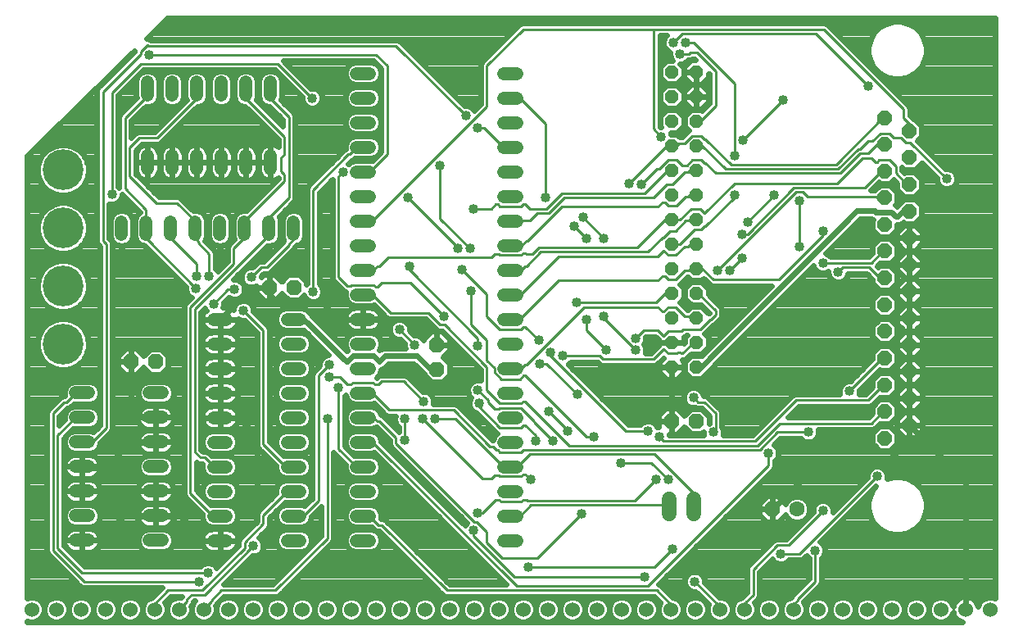
<source format=gbl>
G75*
%MOIN*%
%OFA0B0*%
%FSLAX25Y25*%
%IPPOS*%
%LPD*%
%AMOC8*
5,1,8,0,0,1.08239X$1,22.5*
%
%ADD10OC8,0.06300*%
%ADD11C,0.06000*%
%ADD12C,0.05200*%
%ADD13C,0.06000*%
%ADD14OC8,0.05600*%
%ADD15C,0.06300*%
%ADD16OC8,0.06000*%
%ADD17C,0.02400*%
%ADD18C,0.16598*%
%ADD19C,0.01000*%
%ADD20C,0.04000*%
D10*
X0174050Y0110153D03*
X0174050Y0120153D03*
X0115901Y0143420D03*
X0105901Y0143420D03*
X0059602Y0113263D03*
X0049602Y0113263D03*
X0269641Y0089011D03*
X0279641Y0089011D03*
X0310586Y0053184D03*
D11*
X0309208Y0012436D03*
X0319208Y0012436D03*
X0329208Y0012436D03*
X0339208Y0012436D03*
X0349208Y0012436D03*
X0359208Y0012436D03*
X0369208Y0012436D03*
X0379208Y0012436D03*
X0389208Y0012436D03*
X0399208Y0012436D03*
X0299208Y0012436D03*
X0289208Y0012436D03*
X0279208Y0012436D03*
X0269208Y0012436D03*
X0259208Y0012436D03*
X0249208Y0012436D03*
X0239208Y0012436D03*
X0229208Y0012436D03*
X0219208Y0012436D03*
X0209208Y0012436D03*
X0199208Y0012436D03*
X0189208Y0012436D03*
X0179208Y0012436D03*
X0169208Y0012436D03*
X0159208Y0012436D03*
X0149208Y0012436D03*
X0139208Y0012436D03*
X0129208Y0012436D03*
X0119208Y0012436D03*
X0109208Y0012436D03*
X0099208Y0012436D03*
X0089208Y0012436D03*
X0079208Y0012436D03*
X0069208Y0012436D03*
X0059208Y0012436D03*
X0049208Y0012436D03*
X0039208Y0012436D03*
X0029208Y0012436D03*
X0019208Y0012436D03*
X0009208Y0012436D03*
D12*
X0027120Y0040507D02*
X0032320Y0040507D01*
X0032320Y0050507D02*
X0027120Y0050507D01*
X0027120Y0060507D02*
X0032320Y0060507D01*
X0032320Y0070507D02*
X0027120Y0070507D01*
X0027120Y0080507D02*
X0032320Y0080507D01*
X0032320Y0090507D02*
X0027120Y0090507D01*
X0027120Y0100507D02*
X0032320Y0100507D01*
X0057120Y0100507D02*
X0062320Y0100507D01*
X0062320Y0090507D02*
X0057120Y0090507D01*
X0057120Y0080507D02*
X0062320Y0080507D01*
X0062320Y0070507D02*
X0057120Y0070507D01*
X0057120Y0060507D02*
X0062320Y0060507D01*
X0062320Y0050507D02*
X0057120Y0050507D01*
X0057120Y0040507D02*
X0062320Y0040507D01*
X0083222Y0040468D02*
X0088422Y0040468D01*
X0088422Y0050468D02*
X0083222Y0050468D01*
X0083222Y0060468D02*
X0088422Y0060468D01*
X0088422Y0070468D02*
X0083222Y0070468D01*
X0083222Y0080468D02*
X0088422Y0080468D01*
X0088422Y0090468D02*
X0083222Y0090468D01*
X0083222Y0100468D02*
X0088422Y0100468D01*
X0088422Y0110468D02*
X0083222Y0110468D01*
X0083222Y0120468D02*
X0088422Y0120468D01*
X0088422Y0130468D02*
X0083222Y0130468D01*
X0113222Y0130468D02*
X0118422Y0130468D01*
X0118422Y0120468D02*
X0113222Y0120468D01*
X0113222Y0110468D02*
X0118422Y0110468D01*
X0118422Y0100468D02*
X0113222Y0100468D01*
X0113222Y0090468D02*
X0118422Y0090468D01*
X0118422Y0080468D02*
X0113222Y0080468D01*
X0113222Y0070468D02*
X0118422Y0070468D01*
X0118422Y0060468D02*
X0113222Y0060468D01*
X0113222Y0050468D02*
X0118422Y0050468D01*
X0118422Y0040468D02*
X0113222Y0040468D01*
X0141450Y0040468D02*
X0146650Y0040468D01*
X0146650Y0050468D02*
X0141450Y0050468D01*
X0141450Y0060468D02*
X0146650Y0060468D01*
X0146650Y0070468D02*
X0141450Y0070468D01*
X0141450Y0080468D02*
X0146650Y0080468D01*
X0146650Y0090468D02*
X0141450Y0090468D01*
X0141450Y0100468D02*
X0146650Y0100468D01*
X0146650Y0110468D02*
X0141450Y0110468D01*
X0141450Y0120468D02*
X0146650Y0120468D01*
X0146650Y0130468D02*
X0141450Y0130468D01*
X0141450Y0140468D02*
X0146650Y0140468D01*
X0146650Y0150468D02*
X0141450Y0150468D01*
X0141450Y0160468D02*
X0146650Y0160468D01*
X0146650Y0170468D02*
X0141450Y0170468D01*
X0141450Y0180468D02*
X0146650Y0180468D01*
X0146650Y0190468D02*
X0141450Y0190468D01*
X0141450Y0200468D02*
X0146650Y0200468D01*
X0146650Y0210468D02*
X0141450Y0210468D01*
X0141450Y0220468D02*
X0146650Y0220468D01*
X0146650Y0230468D02*
X0141450Y0230468D01*
X0106334Y0226887D02*
X0106334Y0221687D01*
X0096334Y0221687D02*
X0096334Y0226887D01*
X0086334Y0226887D02*
X0086334Y0221687D01*
X0076334Y0221687D02*
X0076334Y0226887D01*
X0066334Y0226887D02*
X0066334Y0221687D01*
X0056334Y0221687D02*
X0056334Y0226887D01*
X0056334Y0196887D02*
X0056334Y0191687D01*
X0066334Y0191687D02*
X0066334Y0196887D01*
X0076334Y0196887D02*
X0076334Y0191687D01*
X0086334Y0191687D02*
X0086334Y0196887D01*
X0096334Y0196887D02*
X0096334Y0191687D01*
X0106334Y0191687D02*
X0106334Y0196887D01*
X0105743Y0170154D02*
X0105743Y0164954D01*
X0095743Y0164954D02*
X0095743Y0170154D01*
X0085743Y0170154D02*
X0085743Y0164954D01*
X0075743Y0164954D02*
X0075743Y0170154D01*
X0065743Y0170154D02*
X0065743Y0164954D01*
X0055743Y0164954D02*
X0055743Y0170154D01*
X0045743Y0170154D02*
X0045743Y0164954D01*
X0115743Y0164954D02*
X0115743Y0170154D01*
X0201450Y0170468D02*
X0206650Y0170468D01*
X0206650Y0180468D02*
X0201450Y0180468D01*
X0201450Y0190468D02*
X0206650Y0190468D01*
X0206650Y0200468D02*
X0201450Y0200468D01*
X0201450Y0210468D02*
X0206650Y0210468D01*
X0206650Y0220468D02*
X0201450Y0220468D01*
X0201450Y0230468D02*
X0206650Y0230468D01*
X0206650Y0160468D02*
X0201450Y0160468D01*
X0201450Y0150468D02*
X0206650Y0150468D01*
X0206650Y0140468D02*
X0201450Y0140468D01*
X0201450Y0130468D02*
X0206650Y0130468D01*
X0206650Y0120468D02*
X0201450Y0120468D01*
X0201450Y0110468D02*
X0206650Y0110468D01*
X0206650Y0100468D02*
X0201450Y0100468D01*
X0201450Y0090468D02*
X0206650Y0090468D01*
X0206650Y0080468D02*
X0201450Y0080468D01*
X0201450Y0070468D02*
X0206650Y0070468D01*
X0206650Y0060468D02*
X0201450Y0060468D01*
X0201450Y0050468D02*
X0206650Y0050468D01*
X0206650Y0040468D02*
X0201450Y0040468D01*
D13*
X0268657Y0051365D02*
X0268657Y0057365D01*
X0278657Y0057365D02*
X0278657Y0051365D01*
D14*
X0279759Y0111019D03*
X0269759Y0111019D03*
X0269759Y0121019D03*
X0279759Y0121019D03*
X0279759Y0131019D03*
X0269759Y0131019D03*
X0269759Y0141019D03*
X0279759Y0141019D03*
X0279759Y0151019D03*
X0269759Y0151019D03*
X0269759Y0161019D03*
X0279759Y0161019D03*
X0279759Y0171019D03*
X0269759Y0171019D03*
X0269759Y0181019D03*
X0279759Y0181019D03*
X0279759Y0191019D03*
X0269759Y0191019D03*
X0269759Y0201019D03*
X0279759Y0201019D03*
X0279759Y0211019D03*
X0269759Y0211019D03*
X0269759Y0221019D03*
X0279759Y0221019D03*
X0279759Y0231019D03*
X0269759Y0231019D03*
D15*
X0320586Y0053184D03*
D16*
X0356452Y0082079D03*
X0366452Y0087479D03*
X0356452Y0092979D03*
X0366452Y0098379D03*
X0356452Y0103779D03*
X0366452Y0109279D03*
X0356452Y0114679D03*
X0366452Y0120079D03*
X0356452Y0125579D03*
X0366452Y0130979D03*
X0356452Y0136379D03*
X0366452Y0141879D03*
X0356452Y0147279D03*
X0366452Y0152679D03*
X0356452Y0158179D03*
X0366452Y0163579D03*
X0356452Y0168979D03*
X0366452Y0174479D03*
X0356452Y0179879D03*
X0366452Y0185279D03*
X0356452Y0190779D03*
X0366452Y0196179D03*
X0356452Y0201579D03*
X0366452Y0207079D03*
X0356452Y0212479D03*
D17*
X0007400Y0007773D02*
X0007400Y0007400D01*
X0387880Y0007400D01*
X0387212Y0007617D01*
X0386482Y0007989D01*
X0385820Y0008470D01*
X0385242Y0009049D01*
X0384760Y0009711D01*
X0384389Y0010440D01*
X0384136Y0011219D01*
X0384130Y0011254D01*
X0383447Y0009604D01*
X0382040Y0008197D01*
X0380202Y0007436D01*
X0378213Y0007436D01*
X0376376Y0008197D01*
X0374969Y0009604D01*
X0374208Y0011442D01*
X0374208Y0013431D01*
X0374969Y0015268D01*
X0376376Y0016675D01*
X0378213Y0017436D01*
X0380202Y0017436D01*
X0382040Y0016675D01*
X0383447Y0015268D01*
X0384130Y0013618D01*
X0384136Y0013654D01*
X0384389Y0014432D01*
X0384760Y0015162D01*
X0385242Y0015824D01*
X0385820Y0016403D01*
X0386482Y0016884D01*
X0387212Y0017255D01*
X0387990Y0017508D01*
X0388799Y0017636D01*
X0389208Y0017636D01*
X0389208Y0012436D01*
X0389208Y0064723D01*
X0366452Y0087479D01*
X0366452Y0087479D01*
X0366452Y0092679D01*
X0364298Y0092679D01*
X0361252Y0089633D01*
X0361252Y0087479D01*
X0366452Y0087479D01*
X0366452Y0092679D01*
X0368606Y0092679D01*
X0371652Y0089633D01*
X0371652Y0087479D01*
X0366452Y0087479D01*
X0366452Y0087479D01*
X0366452Y0081652D01*
X0355600Y0070800D01*
X0328202Y0070800D01*
X0310586Y0053184D01*
X0310586Y0047834D01*
X0312802Y0047834D01*
X0315931Y0050964D01*
X0316220Y0050267D01*
X0317669Y0048818D01*
X0319561Y0048034D01*
X0321610Y0048034D01*
X0323503Y0048818D01*
X0324952Y0050267D01*
X0325736Y0052160D01*
X0325736Y0054209D01*
X0324952Y0056101D01*
X0323503Y0057550D01*
X0321610Y0058334D01*
X0319561Y0058334D01*
X0317669Y0057550D01*
X0316220Y0056101D01*
X0315931Y0055405D01*
X0312802Y0058534D01*
X0310586Y0058534D01*
X0310586Y0053184D01*
X0310586Y0053184D01*
X0310586Y0047834D01*
X0308370Y0047834D01*
X0305236Y0050968D01*
X0305236Y0053184D01*
X0310586Y0053184D01*
X0310586Y0053184D01*
X0310586Y0053184D01*
X0305236Y0053184D01*
X0305236Y0055400D01*
X0308370Y0058534D01*
X0310586Y0058534D01*
X0310586Y0053184D01*
X0310586Y0052569D02*
X0310586Y0052569D01*
X0310586Y0054967D02*
X0310586Y0054967D01*
X0310586Y0057366D02*
X0310586Y0057366D01*
X0313970Y0057366D02*
X0317484Y0057366D01*
X0323688Y0057366D02*
X0340480Y0057366D01*
X0338082Y0054967D02*
X0334440Y0054967D01*
X0334541Y0054866D02*
X0333416Y0055991D01*
X0331946Y0056600D01*
X0330354Y0056600D01*
X0328884Y0055991D01*
X0327759Y0054866D01*
X0327150Y0053396D01*
X0327150Y0052136D01*
X0316164Y0041150D01*
X0312203Y0041150D01*
X0311284Y0040769D01*
X0301384Y0030869D01*
X0300681Y0030166D01*
X0300300Y0029247D01*
X0300300Y0019436D01*
X0298301Y0017436D01*
X0298213Y0017436D01*
X0296376Y0016675D01*
X0294969Y0015268D01*
X0294208Y0013431D01*
X0294208Y0011442D01*
X0294969Y0009604D01*
X0296376Y0008197D01*
X0298213Y0007436D01*
X0300202Y0007436D01*
X0302040Y0008197D01*
X0303447Y0009604D01*
X0304208Y0011442D01*
X0304969Y0009604D01*
X0306376Y0008197D01*
X0308213Y0007436D01*
X0310202Y0007436D01*
X0312040Y0008197D01*
X0313447Y0009604D01*
X0314208Y0011442D01*
X0314969Y0009604D01*
X0316376Y0008197D01*
X0318213Y0007436D01*
X0320202Y0007436D01*
X0322040Y0008197D01*
X0323447Y0009604D01*
X0324208Y0011442D01*
X0324969Y0009604D01*
X0326376Y0008197D01*
X0328213Y0007436D01*
X0330202Y0007436D01*
X0332040Y0008197D01*
X0333447Y0009604D01*
X0334208Y0011442D01*
X0334969Y0009604D01*
X0336376Y0008197D01*
X0338213Y0007436D01*
X0340202Y0007436D01*
X0342040Y0008197D01*
X0343447Y0009604D01*
X0344208Y0011442D01*
X0344969Y0009604D01*
X0346376Y0008197D01*
X0348213Y0007436D01*
X0350202Y0007436D01*
X0352040Y0008197D01*
X0353447Y0009604D01*
X0354208Y0011442D01*
X0354969Y0009604D01*
X0356376Y0008197D01*
X0358213Y0007436D01*
X0360202Y0007436D01*
X0362040Y0008197D01*
X0363447Y0009604D01*
X0364208Y0011442D01*
X0364969Y0009604D01*
X0366376Y0008197D01*
X0368213Y0007436D01*
X0370202Y0007436D01*
X0372040Y0008197D01*
X0373447Y0009604D01*
X0374208Y0011442D01*
X0374208Y0013431D01*
X0373447Y0015268D01*
X0372040Y0016675D01*
X0370202Y0017436D01*
X0368213Y0017436D01*
X0366376Y0016675D01*
X0364969Y0015268D01*
X0364208Y0013431D01*
X0364208Y0011442D01*
X0364208Y0013431D01*
X0363447Y0015268D01*
X0362040Y0016675D01*
X0360202Y0017436D01*
X0358213Y0017436D01*
X0356376Y0016675D01*
X0354969Y0015268D01*
X0354208Y0013431D01*
X0354208Y0011442D01*
X0354208Y0013431D01*
X0353447Y0015268D01*
X0352040Y0016675D01*
X0350202Y0017436D01*
X0348213Y0017436D01*
X0346376Y0016675D01*
X0344969Y0015268D01*
X0344208Y0013431D01*
X0344208Y0011442D01*
X0344208Y0013431D01*
X0343447Y0015268D01*
X0342040Y0016675D01*
X0340202Y0017436D01*
X0338213Y0017436D01*
X0336376Y0016675D01*
X0334969Y0015268D01*
X0334208Y0013431D01*
X0334208Y0011442D01*
X0334208Y0013431D01*
X0333447Y0015268D01*
X0332040Y0016675D01*
X0330202Y0017436D01*
X0328213Y0017436D01*
X0326376Y0016675D01*
X0324969Y0015268D01*
X0324208Y0013431D01*
X0324208Y0011442D01*
X0324208Y0013431D01*
X0323447Y0015268D01*
X0323230Y0015485D01*
X0323238Y0015502D01*
X0330119Y0022384D01*
X0330500Y0023303D01*
X0330500Y0033243D01*
X0331391Y0034134D01*
X0332000Y0035604D01*
X0332000Y0037196D01*
X0331391Y0038666D01*
X0330266Y0039791D01*
X0330061Y0039876D01*
X0352736Y0062550D01*
X0352777Y0062550D01*
X0352090Y0061863D01*
X0350549Y0059195D01*
X0349752Y0056219D01*
X0349752Y0053138D01*
X0350549Y0050163D01*
X0352090Y0047495D01*
X0354268Y0045316D01*
X0356936Y0043776D01*
X0359912Y0042979D01*
X0362992Y0042979D01*
X0365968Y0043776D01*
X0368636Y0045316D01*
X0370814Y0047495D01*
X0372355Y0050163D01*
X0373152Y0053138D01*
X0373152Y0056219D01*
X0372355Y0059195D01*
X0370814Y0061863D01*
X0368636Y0064041D01*
X0365968Y0065581D01*
X0362992Y0066379D01*
X0359912Y0066379D01*
X0357152Y0065639D01*
X0357200Y0065754D01*
X0357200Y0067346D01*
X0356591Y0068816D01*
X0355466Y0069941D01*
X0353996Y0070550D01*
X0352404Y0070550D01*
X0350934Y0069941D01*
X0349809Y0068816D01*
X0349200Y0067346D01*
X0349200Y0066086D01*
X0335150Y0052036D01*
X0335150Y0053396D01*
X0334541Y0054866D01*
X0335150Y0052569D02*
X0335683Y0052569D01*
X0340356Y0050170D02*
X0350547Y0050170D01*
X0349905Y0052569D02*
X0342754Y0052569D01*
X0345153Y0054967D02*
X0349752Y0054967D01*
X0350059Y0057366D02*
X0347551Y0057366D01*
X0349950Y0059764D02*
X0350878Y0059764D01*
X0352348Y0062163D02*
X0352390Y0062163D01*
X0347676Y0064561D02*
X0306147Y0064561D01*
X0303748Y0062163D02*
X0345277Y0062163D01*
X0342879Y0059764D02*
X0301350Y0059764D01*
X0298951Y0057366D02*
X0307201Y0057366D01*
X0305236Y0054967D02*
X0296553Y0054967D01*
X0294154Y0052569D02*
X0305236Y0052569D01*
X0306034Y0050170D02*
X0291756Y0050170D01*
X0289357Y0047772D02*
X0322786Y0047772D01*
X0324855Y0050170D02*
X0325185Y0050170D01*
X0325736Y0052569D02*
X0327150Y0052569D01*
X0327860Y0054967D02*
X0325422Y0054967D01*
X0316317Y0050170D02*
X0315138Y0050170D01*
X0310586Y0050170D02*
X0310586Y0050170D01*
X0317989Y0042975D02*
X0284560Y0042975D01*
X0286959Y0045373D02*
X0320388Y0045373D01*
X0311091Y0040576D02*
X0282162Y0040576D01*
X0279763Y0038178D02*
X0308692Y0038178D01*
X0306294Y0035779D02*
X0277365Y0035779D01*
X0274966Y0033381D02*
X0303895Y0033381D01*
X0301497Y0030982D02*
X0272568Y0030982D01*
X0270169Y0028584D02*
X0300300Y0028584D01*
X0300300Y0026185D02*
X0282222Y0026185D01*
X0282341Y0026066D02*
X0281216Y0027191D01*
X0279746Y0027800D01*
X0278154Y0027800D01*
X0276684Y0027191D01*
X0275559Y0026066D01*
X0274950Y0024596D01*
X0274950Y0023004D01*
X0275559Y0021534D01*
X0276684Y0020409D01*
X0278154Y0019800D01*
X0279414Y0019800D01*
X0284669Y0014545D01*
X0284208Y0013431D01*
X0284208Y0011442D01*
X0284969Y0009604D01*
X0286376Y0008197D01*
X0288213Y0007436D01*
X0290202Y0007436D01*
X0292040Y0008197D01*
X0293447Y0009604D01*
X0294208Y0011442D01*
X0294208Y0013431D01*
X0293447Y0015268D01*
X0292040Y0016675D01*
X0290202Y0017436D01*
X0288849Y0017436D01*
X0282950Y0023336D01*
X0282950Y0024596D01*
X0282341Y0026066D01*
X0282950Y0023787D02*
X0300300Y0023787D01*
X0300300Y0021388D02*
X0284897Y0021388D01*
X0287296Y0018990D02*
X0299854Y0018990D01*
X0296292Y0016591D02*
X0292124Y0016591D01*
X0293892Y0014193D02*
X0294523Y0014193D01*
X0294208Y0011794D02*
X0294208Y0011794D01*
X0293238Y0009396D02*
X0295177Y0009396D01*
X0303238Y0009396D02*
X0305177Y0009396D01*
X0304208Y0011442D02*
X0304208Y0013431D01*
X0304208Y0011442D01*
X0304208Y0011794D02*
X0304208Y0011794D01*
X0304208Y0013431D02*
X0303447Y0015268D01*
X0303325Y0015390D01*
X0304919Y0016984D01*
X0305300Y0017903D01*
X0305300Y0027714D01*
X0310574Y0032989D01*
X0310659Y0032784D01*
X0311784Y0031659D01*
X0313254Y0031050D01*
X0314846Y0031050D01*
X0316316Y0031659D01*
X0317207Y0032550D01*
X0322197Y0032550D01*
X0323116Y0032931D01*
X0324524Y0034339D01*
X0324609Y0034134D01*
X0325500Y0033243D01*
X0325500Y0024836D01*
X0319384Y0018719D01*
X0318681Y0018016D01*
X0318440Y0017436D01*
X0318213Y0017436D01*
X0316376Y0016675D01*
X0314969Y0015268D01*
X0314208Y0013431D01*
X0314208Y0011442D01*
X0314208Y0013431D01*
X0313447Y0015268D01*
X0312040Y0016675D01*
X0310202Y0017436D01*
X0308213Y0017436D01*
X0306376Y0016675D01*
X0304969Y0015268D01*
X0304208Y0013431D01*
X0303892Y0014193D02*
X0304523Y0014193D01*
X0304527Y0016591D02*
X0306292Y0016591D01*
X0305300Y0018990D02*
X0319654Y0018990D01*
X0322053Y0021388D02*
X0305300Y0021388D01*
X0305300Y0023787D02*
X0324451Y0023787D01*
X0325500Y0026185D02*
X0305300Y0026185D01*
X0306169Y0028584D02*
X0325500Y0028584D01*
X0325500Y0030982D02*
X0308568Y0030982D01*
X0323566Y0033381D02*
X0325362Y0033381D01*
X0330638Y0033381D02*
X0401409Y0033381D01*
X0401409Y0035779D02*
X0332000Y0035779D01*
X0331593Y0038178D02*
X0401409Y0038178D01*
X0401409Y0040576D02*
X0330762Y0040576D01*
X0333160Y0042975D02*
X0401409Y0042975D01*
X0401409Y0045373D02*
X0368693Y0045373D01*
X0370974Y0047772D02*
X0401409Y0047772D01*
X0401409Y0050170D02*
X0372357Y0050170D01*
X0372999Y0052569D02*
X0401409Y0052569D01*
X0401409Y0054967D02*
X0373152Y0054967D01*
X0372845Y0057366D02*
X0401409Y0057366D01*
X0401409Y0059764D02*
X0372026Y0059764D01*
X0370514Y0062163D02*
X0401409Y0062163D01*
X0401409Y0064561D02*
X0367735Y0064561D01*
X0357200Y0066960D02*
X0401409Y0066960D01*
X0401409Y0069358D02*
X0356049Y0069358D01*
X0350351Y0069358D02*
X0310944Y0069358D01*
X0311219Y0069634D02*
X0311600Y0070553D01*
X0311600Y0072843D01*
X0312491Y0073734D01*
X0313100Y0075204D01*
X0313100Y0076796D01*
X0312491Y0078266D01*
X0311366Y0079391D01*
X0311161Y0079476D01*
X0313736Y0082050D01*
X0322143Y0082050D01*
X0323034Y0081159D01*
X0324504Y0080550D01*
X0326096Y0080550D01*
X0327566Y0081159D01*
X0328691Y0082284D01*
X0329300Y0083754D01*
X0329300Y0085346D01*
X0329174Y0085650D01*
X0351447Y0085650D01*
X0352366Y0086031D01*
X0354348Y0088012D01*
X0354381Y0087979D01*
X0358523Y0087979D01*
X0361452Y0090908D01*
X0361452Y0095050D01*
X0358523Y0097979D01*
X0354381Y0097979D01*
X0351452Y0095050D01*
X0351452Y0092187D01*
X0349914Y0090650D01*
X0316936Y0090650D01*
X0321386Y0095100D01*
X0350097Y0095100D01*
X0351016Y0095481D01*
X0354348Y0098812D01*
X0354381Y0098779D01*
X0358523Y0098779D01*
X0361452Y0101708D01*
X0361452Y0105850D01*
X0358523Y0108779D01*
X0354381Y0108779D01*
X0351452Y0105850D01*
X0351452Y0102987D01*
X0348564Y0100100D01*
X0345824Y0100100D01*
X0345950Y0100404D01*
X0345950Y0101664D01*
X0354173Y0109887D01*
X0354381Y0109679D01*
X0358523Y0109679D01*
X0361452Y0112608D01*
X0361452Y0116750D01*
X0358523Y0119679D01*
X0354381Y0119679D01*
X0351452Y0116750D01*
X0351452Y0114237D01*
X0342414Y0105200D01*
X0341154Y0105200D01*
X0339684Y0104591D01*
X0338559Y0103466D01*
X0337950Y0101996D01*
X0337950Y0100404D01*
X0338076Y0100100D01*
X0319853Y0100100D01*
X0318934Y0099719D01*
X0318231Y0099016D01*
X0302664Y0083450D01*
X0290474Y0083450D01*
X0290600Y0083754D01*
X0290600Y0085346D01*
X0290000Y0086794D01*
X0290000Y0092697D01*
X0289619Y0093616D01*
X0288916Y0094319D01*
X0284416Y0098819D01*
X0283497Y0099200D01*
X0282500Y0099200D01*
X0282500Y0099296D01*
X0281891Y0100766D01*
X0280766Y0101891D01*
X0279296Y0102500D01*
X0277704Y0102500D01*
X0276234Y0101891D01*
X0275109Y0100766D01*
X0274500Y0099296D01*
X0274500Y0097704D01*
X0275109Y0096234D01*
X0276234Y0095109D01*
X0277704Y0094500D01*
X0279078Y0094500D01*
X0279803Y0094200D01*
X0281964Y0094200D01*
X0285000Y0091164D01*
X0285000Y0088217D01*
X0284791Y0088130D01*
X0284791Y0091144D01*
X0281774Y0094161D01*
X0277508Y0094161D01*
X0274782Y0091436D01*
X0271857Y0094361D01*
X0269641Y0094361D01*
X0269641Y0089011D01*
X0269641Y0111019D01*
X0269759Y0111019D01*
X0269759Y0111019D01*
X0264759Y0111019D01*
X0264759Y0113090D01*
X0266392Y0114723D01*
X0266350Y0114764D01*
X0263716Y0112131D01*
X0262797Y0111750D01*
X0241103Y0111750D01*
X0240184Y0112131D01*
X0239481Y0112834D01*
X0239214Y0113100D01*
X0228557Y0113100D01*
X0227666Y0112209D01*
X0227461Y0112124D01*
X0252086Y0087500D01*
X0256893Y0087500D01*
X0257784Y0088391D01*
X0259254Y0089000D01*
X0260846Y0089000D01*
X0262316Y0088391D01*
X0263441Y0087266D01*
X0263669Y0086715D01*
X0263754Y0086750D01*
X0264336Y0086750D01*
X0264291Y0086795D01*
X0264291Y0089011D01*
X0269641Y0089011D01*
X0269641Y0083661D01*
X0271857Y0083661D01*
X0274782Y0086586D01*
X0277508Y0083861D01*
X0281774Y0083861D01*
X0282600Y0084687D01*
X0282600Y0083754D01*
X0282726Y0083450D01*
X0268550Y0083450D01*
X0268550Y0083546D01*
X0268502Y0083661D01*
X0269641Y0083661D01*
X0269641Y0089011D01*
X0269641Y0089011D01*
X0269641Y0089011D01*
X0269641Y0089011D01*
X0269641Y0094361D01*
X0267425Y0094361D01*
X0264291Y0091227D01*
X0264291Y0089011D01*
X0269641Y0089011D01*
X0269641Y0088546D02*
X0269641Y0088546D01*
X0269641Y0086148D02*
X0269641Y0086148D01*
X0269641Y0083749D02*
X0269641Y0083749D01*
X0271945Y0083749D02*
X0282602Y0083749D01*
X0284791Y0088546D02*
X0285000Y0088546D01*
X0285000Y0090945D02*
X0284791Y0090945D01*
X0282821Y0093343D02*
X0282592Y0093343D01*
X0287494Y0095742D02*
X0314956Y0095742D01*
X0312558Y0093343D02*
X0289732Y0093343D01*
X0290000Y0090945D02*
X0310159Y0090945D01*
X0307761Y0088546D02*
X0290000Y0088546D01*
X0290268Y0086148D02*
X0305362Y0086148D01*
X0302964Y0083749D02*
X0290598Y0083749D01*
X0276690Y0093343D02*
X0272875Y0093343D01*
X0269641Y0093343D02*
X0269641Y0093343D01*
X0269641Y0090945D02*
X0269641Y0090945D01*
X0266407Y0093343D02*
X0246242Y0093343D01*
X0248641Y0090945D02*
X0264291Y0090945D01*
X0264291Y0088546D02*
X0261941Y0088546D01*
X0258159Y0088546D02*
X0251039Y0088546D01*
X0243844Y0095742D02*
X0275601Y0095742D01*
X0274500Y0098140D02*
X0241445Y0098140D01*
X0239047Y0100539D02*
X0275015Y0100539D01*
X0277771Y0106219D02*
X0281747Y0106219D01*
X0284559Y0109031D01*
X0284559Y0109484D01*
X0327305Y0152230D01*
X0327759Y0151134D01*
X0328884Y0150009D01*
X0330354Y0149400D01*
X0331946Y0149400D01*
X0333416Y0150009D01*
X0333450Y0150043D01*
X0333450Y0149004D01*
X0334059Y0147534D01*
X0335184Y0146409D01*
X0336654Y0145800D01*
X0338246Y0145800D01*
X0339716Y0146409D01*
X0340841Y0147534D01*
X0341450Y0149004D01*
X0341450Y0149100D01*
X0349014Y0149100D01*
X0351452Y0146662D01*
X0351452Y0145208D01*
X0354381Y0142279D01*
X0358523Y0142279D01*
X0361452Y0145208D01*
X0361452Y0149350D01*
X0358523Y0152279D01*
X0354381Y0152279D01*
X0353644Y0151542D01*
X0353136Y0152050D01*
X0354323Y0153237D01*
X0354381Y0153179D01*
X0358523Y0153179D01*
X0361452Y0156108D01*
X0361452Y0160250D01*
X0358523Y0163179D01*
X0354381Y0163179D01*
X0351452Y0160250D01*
X0351452Y0157438D01*
X0349914Y0155900D01*
X0334307Y0155900D01*
X0333416Y0156791D01*
X0332320Y0157245D01*
X0346425Y0171350D01*
X0351027Y0171350D01*
X0351540Y0171138D01*
X0351452Y0171050D01*
X0351452Y0166908D01*
X0354381Y0163979D01*
X0358523Y0163979D01*
X0361452Y0166908D01*
X0361452Y0169100D01*
X0362387Y0169100D01*
X0363563Y0169587D01*
X0363918Y0169942D01*
X0364381Y0169479D01*
X0368523Y0169479D01*
X0371452Y0172408D01*
X0371452Y0176550D01*
X0368523Y0179479D01*
X0364381Y0179479D01*
X0361452Y0176550D01*
X0361452Y0176527D01*
X0361300Y0176375D01*
X0360863Y0176813D01*
X0360576Y0176932D01*
X0361452Y0177808D01*
X0361452Y0181950D01*
X0358523Y0184879D01*
X0354381Y0184879D01*
X0352402Y0182900D01*
X0350686Y0182900D01*
X0353973Y0186187D01*
X0354381Y0185779D01*
X0358523Y0185779D01*
X0359954Y0187210D01*
X0361452Y0185712D01*
X0361452Y0183208D01*
X0364381Y0180279D01*
X0368523Y0180279D01*
X0371452Y0183208D01*
X0371452Y0187350D01*
X0368523Y0190279D01*
X0364381Y0190279D01*
X0364169Y0190067D01*
X0363350Y0190886D01*
X0363350Y0192210D01*
X0364381Y0191179D01*
X0368523Y0191179D01*
X0371452Y0194108D01*
X0371452Y0194163D01*
X0377550Y0188064D01*
X0377550Y0186804D01*
X0378159Y0185334D01*
X0379284Y0184209D01*
X0380754Y0183600D01*
X0382346Y0183600D01*
X0383816Y0184209D01*
X0384941Y0185334D01*
X0385550Y0186804D01*
X0385550Y0188396D01*
X0384941Y0189866D01*
X0383816Y0190991D01*
X0382346Y0191600D01*
X0381086Y0191600D01*
X0369565Y0203121D01*
X0371452Y0205008D01*
X0371452Y0209150D01*
X0368523Y0212079D01*
X0367807Y0212079D01*
X0366500Y0213386D01*
X0366500Y0216447D01*
X0366119Y0217366D01*
X0365416Y0218069D01*
X0333016Y0250469D01*
X0332097Y0250850D01*
X0208703Y0250850D01*
X0207784Y0250469D01*
X0207081Y0249766D01*
X0192231Y0234916D01*
X0191850Y0233997D01*
X0191850Y0217886D01*
X0189276Y0215311D01*
X0189191Y0215516D01*
X0188066Y0216641D01*
X0186596Y0217250D01*
X0185336Y0217250D01*
X0158866Y0243719D01*
X0157947Y0244100D01*
X0057686Y0244100D01*
X0057616Y0244169D01*
X0056697Y0244550D01*
X0055841Y0244550D01*
X0064330Y0252906D01*
X0401409Y0252906D01*
X0401409Y0016936D01*
X0400202Y0017436D01*
X0398213Y0017436D01*
X0396376Y0016675D01*
X0394969Y0015268D01*
X0394285Y0013618D01*
X0394280Y0013654D01*
X0394027Y0014432D01*
X0393655Y0015162D01*
X0393174Y0015824D01*
X0392595Y0016403D01*
X0391933Y0016884D01*
X0391204Y0017255D01*
X0390426Y0017508D01*
X0389617Y0017636D01*
X0389208Y0017636D01*
X0389208Y0012436D01*
X0389208Y0012436D01*
X0389208Y0014193D02*
X0389208Y0014193D01*
X0389208Y0016591D02*
X0389208Y0016591D01*
X0392336Y0016591D02*
X0396292Y0016591D01*
X0394523Y0014193D02*
X0394105Y0014193D01*
X0386080Y0016591D02*
X0382124Y0016591D01*
X0383892Y0014193D02*
X0384311Y0014193D01*
X0384989Y0009396D02*
X0383238Y0009396D01*
X0375177Y0009396D02*
X0373238Y0009396D01*
X0374208Y0011794D02*
X0374208Y0011794D01*
X0373892Y0014193D02*
X0374523Y0014193D01*
X0376292Y0016591D02*
X0372124Y0016591D01*
X0366292Y0016591D02*
X0362124Y0016591D01*
X0363892Y0014193D02*
X0364523Y0014193D01*
X0364208Y0011794D02*
X0364208Y0011794D01*
X0363238Y0009396D02*
X0365177Y0009396D01*
X0355177Y0009396D02*
X0353238Y0009396D01*
X0354208Y0011794D02*
X0354208Y0011794D01*
X0353892Y0014193D02*
X0354523Y0014193D01*
X0356292Y0016591D02*
X0352124Y0016591D01*
X0346292Y0016591D02*
X0342124Y0016591D01*
X0343892Y0014193D02*
X0344523Y0014193D01*
X0344208Y0011794D02*
X0344208Y0011794D01*
X0343238Y0009396D02*
X0345177Y0009396D01*
X0335177Y0009396D02*
X0333238Y0009396D01*
X0334208Y0011794D02*
X0334208Y0011794D01*
X0333892Y0014193D02*
X0334523Y0014193D01*
X0336292Y0016591D02*
X0332124Y0016591D01*
X0326292Y0016591D02*
X0324327Y0016591D01*
X0324523Y0014193D02*
X0323892Y0014193D01*
X0324208Y0011794D02*
X0324208Y0011794D01*
X0323238Y0009396D02*
X0325177Y0009396D01*
X0315177Y0009396D02*
X0313238Y0009396D01*
X0314208Y0011794D02*
X0314208Y0011794D01*
X0313892Y0014193D02*
X0314523Y0014193D01*
X0316292Y0016591D02*
X0312124Y0016591D01*
X0326725Y0018990D02*
X0401409Y0018990D01*
X0401409Y0021388D02*
X0329124Y0021388D01*
X0330500Y0023787D02*
X0401409Y0023787D01*
X0401409Y0026185D02*
X0330500Y0026185D01*
X0330500Y0028584D02*
X0401409Y0028584D01*
X0401409Y0030982D02*
X0330500Y0030982D01*
X0335559Y0045373D02*
X0354211Y0045373D01*
X0351930Y0047772D02*
X0337957Y0047772D01*
X0349200Y0066960D02*
X0308545Y0066960D01*
X0310516Y0068931D02*
X0311219Y0069634D01*
X0310516Y0068931D02*
X0264245Y0022659D01*
X0265066Y0022319D01*
X0269949Y0017436D01*
X0270202Y0017436D01*
X0272040Y0016675D01*
X0273447Y0015268D01*
X0274208Y0013431D01*
X0274208Y0011442D01*
X0274969Y0009604D01*
X0276376Y0008197D01*
X0278213Y0007436D01*
X0280202Y0007436D01*
X0282040Y0008197D01*
X0283447Y0009604D01*
X0284208Y0011442D01*
X0284208Y0013431D01*
X0283447Y0015268D01*
X0282040Y0016675D01*
X0280202Y0017436D01*
X0278213Y0017436D01*
X0276376Y0016675D01*
X0274969Y0015268D01*
X0274208Y0013431D01*
X0274208Y0011442D01*
X0273447Y0009604D01*
X0272040Y0008197D01*
X0270202Y0007436D01*
X0268213Y0007436D01*
X0266376Y0008197D01*
X0264969Y0009604D01*
X0264208Y0011442D01*
X0264208Y0013431D01*
X0264969Y0015268D01*
X0265008Y0015307D01*
X0262614Y0017700D01*
X0177653Y0017700D01*
X0176734Y0018081D01*
X0176031Y0018784D01*
X0150564Y0044250D01*
X0149753Y0044250D01*
X0148834Y0044631D01*
X0148131Y0045334D01*
X0147588Y0045877D01*
X0147565Y0045868D01*
X0140535Y0045868D01*
X0138845Y0046568D01*
X0137551Y0047862D01*
X0136850Y0049553D01*
X0136850Y0051383D01*
X0137551Y0053073D01*
X0138845Y0054367D01*
X0140535Y0055068D01*
X0147565Y0055068D01*
X0149256Y0054367D01*
X0150550Y0053073D01*
X0151250Y0051383D01*
X0151250Y0049553D01*
X0151172Y0049364D01*
X0151286Y0049250D01*
X0152097Y0049250D01*
X0153016Y0048869D01*
X0179186Y0022700D01*
X0202264Y0022700D01*
X0148648Y0076316D01*
X0147565Y0075868D01*
X0140535Y0075868D01*
X0138845Y0076568D01*
X0137551Y0077862D01*
X0136850Y0079553D01*
X0136850Y0081383D01*
X0137551Y0083073D01*
X0138845Y0084367D01*
X0140535Y0085068D01*
X0147565Y0085068D01*
X0149256Y0084367D01*
X0150550Y0083073D01*
X0151250Y0081383D01*
X0151250Y0080785D01*
X0185474Y0046561D01*
X0185559Y0046766D01*
X0186379Y0047586D01*
X0155331Y0078634D01*
X0154950Y0079553D01*
X0154950Y0081264D01*
X0149664Y0086550D01*
X0149303Y0086550D01*
X0149257Y0086569D01*
X0149256Y0086568D01*
X0147565Y0085868D01*
X0140535Y0085868D01*
X0138845Y0086568D01*
X0137551Y0087862D01*
X0136850Y0089553D01*
X0136850Y0091383D01*
X0137551Y0093073D01*
X0138845Y0094367D01*
X0140535Y0095068D01*
X0147565Y0095068D01*
X0149256Y0094367D01*
X0150550Y0093073D01*
X0151181Y0091550D01*
X0151197Y0091550D01*
X0152116Y0091169D01*
X0158550Y0084736D01*
X0158550Y0086793D01*
X0157659Y0087684D01*
X0157050Y0089154D01*
X0157050Y0090746D01*
X0157176Y0091050D01*
X0154253Y0091050D01*
X0153334Y0091431D01*
X0152631Y0092134D01*
X0148507Y0096258D01*
X0147565Y0095868D01*
X0140535Y0095868D01*
X0138845Y0096568D01*
X0137551Y0097862D01*
X0136850Y0099553D01*
X0136850Y0099694D01*
X0136550Y0099393D01*
X0136550Y0078836D01*
X0140382Y0075004D01*
X0140535Y0075068D01*
X0147565Y0075068D01*
X0149256Y0074367D01*
X0150550Y0073073D01*
X0151250Y0071383D01*
X0151250Y0069553D01*
X0150550Y0067862D01*
X0149256Y0066568D01*
X0147565Y0065868D01*
X0140535Y0065868D01*
X0138845Y0066568D01*
X0137551Y0067862D01*
X0136850Y0069553D01*
X0136850Y0071383D01*
X0136874Y0071440D01*
X0132634Y0075681D01*
X0132050Y0076264D01*
X0132050Y0040853D01*
X0131669Y0039934D01*
X0110519Y0018784D01*
X0109816Y0018081D01*
X0108897Y0017700D01*
X0087386Y0017700D01*
X0084738Y0015052D01*
X0084419Y0014284D01*
X0084020Y0013884D01*
X0084208Y0013431D01*
X0084208Y0011442D01*
X0084969Y0009604D01*
X0086376Y0008197D01*
X0088213Y0007436D01*
X0090202Y0007436D01*
X0092040Y0008197D01*
X0093447Y0009604D01*
X0094208Y0011442D01*
X0094969Y0009604D01*
X0096376Y0008197D01*
X0098213Y0007436D01*
X0100202Y0007436D01*
X0102040Y0008197D01*
X0103447Y0009604D01*
X0104208Y0011442D01*
X0104969Y0009604D01*
X0106376Y0008197D01*
X0108213Y0007436D01*
X0110202Y0007436D01*
X0112040Y0008197D01*
X0113447Y0009604D01*
X0114208Y0011442D01*
X0114969Y0009604D01*
X0116376Y0008197D01*
X0118213Y0007436D01*
X0120202Y0007436D01*
X0122040Y0008197D01*
X0123447Y0009604D01*
X0124208Y0011442D01*
X0124969Y0009604D01*
X0126376Y0008197D01*
X0128213Y0007436D01*
X0130202Y0007436D01*
X0132040Y0008197D01*
X0133447Y0009604D01*
X0134208Y0011442D01*
X0134969Y0009604D01*
X0136376Y0008197D01*
X0138213Y0007436D01*
X0140202Y0007436D01*
X0142040Y0008197D01*
X0143447Y0009604D01*
X0144208Y0011442D01*
X0144969Y0009604D01*
X0146376Y0008197D01*
X0148213Y0007436D01*
X0150202Y0007436D01*
X0152040Y0008197D01*
X0153447Y0009604D01*
X0154208Y0011442D01*
X0154969Y0009604D01*
X0156376Y0008197D01*
X0158213Y0007436D01*
X0160202Y0007436D01*
X0162040Y0008197D01*
X0163447Y0009604D01*
X0164208Y0011442D01*
X0164969Y0009604D01*
X0166376Y0008197D01*
X0168213Y0007436D01*
X0170202Y0007436D01*
X0172040Y0008197D01*
X0173447Y0009604D01*
X0174208Y0011442D01*
X0174969Y0009604D01*
X0176376Y0008197D01*
X0178213Y0007436D01*
X0180202Y0007436D01*
X0182040Y0008197D01*
X0183447Y0009604D01*
X0184208Y0011442D01*
X0184969Y0009604D01*
X0186376Y0008197D01*
X0188213Y0007436D01*
X0190202Y0007436D01*
X0192040Y0008197D01*
X0193447Y0009604D01*
X0194208Y0011442D01*
X0194969Y0009604D01*
X0196376Y0008197D01*
X0198213Y0007436D01*
X0200202Y0007436D01*
X0202040Y0008197D01*
X0203447Y0009604D01*
X0204208Y0011442D01*
X0204969Y0009604D01*
X0206376Y0008197D01*
X0208213Y0007436D01*
X0210202Y0007436D01*
X0212040Y0008197D01*
X0213447Y0009604D01*
X0214208Y0011442D01*
X0214969Y0009604D01*
X0216376Y0008197D01*
X0218213Y0007436D01*
X0220202Y0007436D01*
X0222040Y0008197D01*
X0223447Y0009604D01*
X0224208Y0011442D01*
X0224969Y0009604D01*
X0226376Y0008197D01*
X0228213Y0007436D01*
X0230202Y0007436D01*
X0232040Y0008197D01*
X0233447Y0009604D01*
X0234208Y0011442D01*
X0234969Y0009604D01*
X0236376Y0008197D01*
X0238213Y0007436D01*
X0240202Y0007436D01*
X0242040Y0008197D01*
X0243447Y0009604D01*
X0244208Y0011442D01*
X0244969Y0009604D01*
X0246376Y0008197D01*
X0248213Y0007436D01*
X0250202Y0007436D01*
X0252040Y0008197D01*
X0253447Y0009604D01*
X0254208Y0011442D01*
X0254969Y0009604D01*
X0256376Y0008197D01*
X0258213Y0007436D01*
X0260202Y0007436D01*
X0262040Y0008197D01*
X0263447Y0009604D01*
X0264208Y0011442D01*
X0264208Y0013431D01*
X0263447Y0015268D01*
X0262040Y0016675D01*
X0260202Y0017436D01*
X0258213Y0017436D01*
X0256376Y0016675D01*
X0254969Y0015268D01*
X0254208Y0013431D01*
X0254208Y0011442D01*
X0254208Y0013431D01*
X0253447Y0015268D01*
X0252040Y0016675D01*
X0250202Y0017436D01*
X0248213Y0017436D01*
X0246376Y0016675D01*
X0244969Y0015268D01*
X0244208Y0013431D01*
X0244208Y0011442D01*
X0244208Y0013431D01*
X0243447Y0015268D01*
X0242040Y0016675D01*
X0240202Y0017436D01*
X0238213Y0017436D01*
X0236376Y0016675D01*
X0234969Y0015268D01*
X0234208Y0013431D01*
X0234208Y0011442D01*
X0234208Y0013431D01*
X0233447Y0015268D01*
X0232040Y0016675D01*
X0230202Y0017436D01*
X0228213Y0017436D01*
X0226376Y0016675D01*
X0224969Y0015268D01*
X0224208Y0013431D01*
X0224208Y0011442D01*
X0224208Y0013431D01*
X0223447Y0015268D01*
X0222040Y0016675D01*
X0220202Y0017436D01*
X0218213Y0017436D01*
X0216376Y0016675D01*
X0214969Y0015268D01*
X0214208Y0013431D01*
X0214208Y0011442D01*
X0214208Y0013431D01*
X0213447Y0015268D01*
X0212040Y0016675D01*
X0210202Y0017436D01*
X0208213Y0017436D01*
X0206376Y0016675D01*
X0204969Y0015268D01*
X0204208Y0013431D01*
X0204208Y0011442D01*
X0204208Y0013431D01*
X0203447Y0015268D01*
X0202040Y0016675D01*
X0200202Y0017436D01*
X0198213Y0017436D01*
X0196376Y0016675D01*
X0194969Y0015268D01*
X0194208Y0013431D01*
X0194208Y0011442D01*
X0194208Y0013431D01*
X0193447Y0015268D01*
X0192040Y0016675D01*
X0190202Y0017436D01*
X0188213Y0017436D01*
X0186376Y0016675D01*
X0184969Y0015268D01*
X0184208Y0013431D01*
X0184208Y0011442D01*
X0184208Y0013431D01*
X0183447Y0015268D01*
X0182040Y0016675D01*
X0180202Y0017436D01*
X0178213Y0017436D01*
X0176376Y0016675D01*
X0174969Y0015268D01*
X0174208Y0013431D01*
X0174208Y0011442D01*
X0174208Y0013431D01*
X0173447Y0015268D01*
X0172040Y0016675D01*
X0170202Y0017436D01*
X0168213Y0017436D01*
X0166376Y0016675D01*
X0164969Y0015268D01*
X0164208Y0013431D01*
X0164208Y0011442D01*
X0164208Y0013431D01*
X0163447Y0015268D01*
X0162040Y0016675D01*
X0160202Y0017436D01*
X0158213Y0017436D01*
X0156376Y0016675D01*
X0154969Y0015268D01*
X0154208Y0013431D01*
X0154208Y0011442D01*
X0154208Y0013431D01*
X0153447Y0015268D01*
X0152040Y0016675D01*
X0150202Y0017436D01*
X0148213Y0017436D01*
X0146376Y0016675D01*
X0144969Y0015268D01*
X0144208Y0013431D01*
X0144208Y0011442D01*
X0144208Y0013431D01*
X0143447Y0015268D01*
X0142040Y0016675D01*
X0140202Y0017436D01*
X0138213Y0017436D01*
X0136376Y0016675D01*
X0134969Y0015268D01*
X0134208Y0013431D01*
X0134208Y0011442D01*
X0134208Y0013431D01*
X0133447Y0015268D01*
X0132040Y0016675D01*
X0130202Y0017436D01*
X0128213Y0017436D01*
X0126376Y0016675D01*
X0124969Y0015268D01*
X0124208Y0013431D01*
X0124208Y0011442D01*
X0124208Y0013431D01*
X0123447Y0015268D01*
X0122040Y0016675D01*
X0120202Y0017436D01*
X0118213Y0017436D01*
X0116376Y0016675D01*
X0114969Y0015268D01*
X0114208Y0013431D01*
X0114208Y0011442D01*
X0114208Y0013431D01*
X0113447Y0015268D01*
X0112040Y0016675D01*
X0110202Y0017436D01*
X0108213Y0017436D01*
X0106376Y0016675D01*
X0104969Y0015268D01*
X0104208Y0013431D01*
X0104208Y0011442D01*
X0104208Y0013431D01*
X0103447Y0015268D01*
X0102040Y0016675D01*
X0100202Y0017436D01*
X0098213Y0017436D01*
X0096376Y0016675D01*
X0094969Y0015268D01*
X0094208Y0013431D01*
X0094208Y0011442D01*
X0094208Y0013431D01*
X0093447Y0015268D01*
X0092040Y0016675D01*
X0090202Y0017436D01*
X0088213Y0017436D01*
X0086376Y0016675D01*
X0084969Y0015268D01*
X0084208Y0013431D01*
X0084208Y0011442D01*
X0083447Y0009604D01*
X0082040Y0008197D01*
X0080202Y0007436D01*
X0078213Y0007436D01*
X0076376Y0008197D01*
X0074969Y0009604D01*
X0074208Y0011442D01*
X0074208Y0013431D01*
X0074969Y0015268D01*
X0075601Y0015900D01*
X0075236Y0015900D01*
X0074900Y0015564D01*
X0074900Y0015203D01*
X0074519Y0014284D01*
X0074049Y0013814D01*
X0074208Y0013431D01*
X0074208Y0011442D01*
X0073447Y0009604D01*
X0072040Y0008197D01*
X0070202Y0007436D01*
X0068213Y0007436D01*
X0066376Y0008197D01*
X0064969Y0009604D01*
X0064208Y0011442D01*
X0064208Y0013431D01*
X0064969Y0015268D01*
X0066376Y0016675D01*
X0068213Y0017436D01*
X0070040Y0017436D01*
X0070150Y0017700D01*
X0065786Y0017700D01*
X0063400Y0015315D01*
X0063447Y0015268D01*
X0064208Y0013431D01*
X0064208Y0011442D01*
X0063447Y0009604D01*
X0062040Y0008197D01*
X0060202Y0007436D01*
X0058213Y0007436D01*
X0056376Y0008197D01*
X0054969Y0009604D01*
X0054208Y0011442D01*
X0054208Y0013431D01*
X0054969Y0015268D01*
X0056376Y0016675D01*
X0058213Y0017436D01*
X0058451Y0017436D01*
X0062314Y0021300D01*
X0030053Y0021300D01*
X0029134Y0021681D01*
X0028431Y0022384D01*
X0015831Y0034984D01*
X0015450Y0035903D01*
X0015450Y0092697D01*
X0015831Y0093616D01*
X0016534Y0094319D01*
X0021034Y0098819D01*
X0021953Y0099200D01*
X0022314Y0099200D01*
X0022574Y0099460D01*
X0022520Y0099592D01*
X0022520Y0101422D01*
X0023220Y0103113D01*
X0024514Y0104407D01*
X0026205Y0105107D01*
X0033235Y0105107D01*
X0034925Y0104407D01*
X0036219Y0103113D01*
X0036920Y0101422D01*
X0036920Y0099592D01*
X0036219Y0097901D01*
X0034925Y0096607D01*
X0033235Y0095907D01*
X0026205Y0095907D01*
X0026125Y0095940D01*
X0025469Y0095284D01*
X0024766Y0094581D01*
X0023847Y0094200D01*
X0023486Y0094200D01*
X0020450Y0091164D01*
X0020450Y0087436D01*
X0022545Y0089531D01*
X0022520Y0089592D01*
X0022520Y0091422D01*
X0023220Y0093113D01*
X0024514Y0094407D01*
X0026205Y0095107D01*
X0033235Y0095107D01*
X0034925Y0094407D01*
X0036219Y0093113D01*
X0036920Y0091422D01*
X0036920Y0089592D01*
X0036219Y0087901D01*
X0034925Y0086607D01*
X0033235Y0085907D01*
X0026205Y0085907D01*
X0026055Y0085969D01*
X0022250Y0082164D01*
X0022250Y0038336D01*
X0030686Y0029900D01*
X0077793Y0029900D01*
X0078684Y0030791D01*
X0080154Y0031400D01*
X0081746Y0031400D01*
X0083216Y0030791D01*
X0084341Y0029666D01*
X0084426Y0029461D01*
X0093300Y0038336D01*
X0093300Y0040047D01*
X0093681Y0040966D01*
X0094384Y0041669D01*
X0100950Y0048236D01*
X0100950Y0051297D01*
X0101331Y0052216D01*
X0102034Y0052919D01*
X0108635Y0059521D01*
X0108622Y0059553D01*
X0108622Y0061383D01*
X0109322Y0063073D01*
X0110616Y0064367D01*
X0112307Y0065068D01*
X0119337Y0065068D01*
X0121028Y0064367D01*
X0122322Y0063073D01*
X0123022Y0061383D01*
X0123022Y0059553D01*
X0122322Y0057862D01*
X0121028Y0056568D01*
X0119337Y0055868D01*
X0112307Y0055868D01*
X0112128Y0055942D01*
X0105950Y0049764D01*
X0105950Y0046703D01*
X0105569Y0045784D01*
X0101461Y0041676D01*
X0101666Y0041591D01*
X0102791Y0040466D01*
X0103400Y0038996D01*
X0103400Y0037404D01*
X0102791Y0035934D01*
X0101666Y0034809D01*
X0100196Y0034200D01*
X0098936Y0034200D01*
X0087436Y0022700D01*
X0107364Y0022700D01*
X0127050Y0042386D01*
X0127050Y0054214D01*
X0123022Y0050187D01*
X0123022Y0049553D01*
X0122322Y0047862D01*
X0121028Y0046568D01*
X0119337Y0045868D01*
X0112307Y0045868D01*
X0110616Y0046568D01*
X0109322Y0047862D01*
X0108622Y0049553D01*
X0108622Y0051383D01*
X0109322Y0053073D01*
X0110616Y0054367D01*
X0112307Y0055068D01*
X0119337Y0055068D01*
X0120394Y0054630D01*
X0123450Y0057686D01*
X0123450Y0107997D01*
X0123831Y0108916D01*
X0126450Y0111536D01*
X0126450Y0112796D01*
X0127059Y0114266D01*
X0128184Y0115391D01*
X0129654Y0116000D01*
X0130025Y0116000D01*
X0119917Y0126108D01*
X0119337Y0125868D01*
X0112307Y0125868D01*
X0110616Y0126568D01*
X0109322Y0127862D01*
X0108622Y0129553D01*
X0108622Y0131383D01*
X0109322Y0133073D01*
X0110616Y0134367D01*
X0112307Y0135068D01*
X0119337Y0135068D01*
X0121028Y0134367D01*
X0122322Y0133073D01*
X0122548Y0132528D01*
X0137425Y0117650D01*
X0137594Y0117819D01*
X0137551Y0117862D01*
X0136850Y0119553D01*
X0136850Y0121383D01*
X0137551Y0123073D01*
X0138845Y0124367D01*
X0140535Y0125068D01*
X0147565Y0125068D01*
X0149256Y0124367D01*
X0150550Y0123073D01*
X0151250Y0121383D01*
X0151250Y0119553D01*
X0150598Y0117978D01*
X0150700Y0117875D01*
X0151137Y0118313D01*
X0152313Y0118800D01*
X0161309Y0118800D01*
X0161100Y0119304D01*
X0161100Y0120564D01*
X0159264Y0122400D01*
X0158004Y0122400D01*
X0156534Y0123009D01*
X0155409Y0124134D01*
X0154800Y0125604D01*
X0154800Y0127196D01*
X0155409Y0128666D01*
X0156534Y0129791D01*
X0158004Y0130400D01*
X0159596Y0130400D01*
X0161066Y0129791D01*
X0162191Y0128666D01*
X0162800Y0127196D01*
X0162800Y0125936D01*
X0164636Y0124100D01*
X0165896Y0124100D01*
X0167366Y0123491D01*
X0168491Y0122366D01*
X0168700Y0121860D01*
X0168700Y0122369D01*
X0171834Y0125503D01*
X0174050Y0125503D01*
X0174050Y0120153D01*
X0174050Y0120153D01*
X0174050Y0125428D01*
X0168932Y0130546D01*
X0144129Y0130546D01*
X0144050Y0130468D01*
X0144050Y0130468D01*
X0136650Y0130468D01*
X0136650Y0130845D01*
X0136769Y0131592D01*
X0137002Y0132310D01*
X0137345Y0132983D01*
X0137789Y0133595D01*
X0138323Y0134129D01*
X0138935Y0134573D01*
X0139608Y0134916D01*
X0140326Y0135150D01*
X0141073Y0135268D01*
X0144050Y0135268D01*
X0144050Y0130468D01*
X0144050Y0130468D01*
X0136650Y0130468D01*
X0136650Y0130090D01*
X0136769Y0129344D01*
X0137002Y0128625D01*
X0137345Y0127952D01*
X0137789Y0127341D01*
X0138323Y0126806D01*
X0138935Y0126362D01*
X0139608Y0126019D01*
X0140326Y0125786D01*
X0141073Y0125668D01*
X0144050Y0125668D01*
X0144050Y0130468D01*
X0144050Y0135268D01*
X0147028Y0135268D01*
X0147774Y0135150D01*
X0148493Y0134916D01*
X0149166Y0134573D01*
X0149777Y0134129D01*
X0150312Y0133595D01*
X0150756Y0132983D01*
X0151099Y0132310D01*
X0151332Y0131592D01*
X0151450Y0130845D01*
X0151450Y0130468D01*
X0144051Y0130468D01*
X0144051Y0130468D01*
X0151450Y0130468D01*
X0151450Y0130090D01*
X0151332Y0129344D01*
X0151099Y0128625D01*
X0150756Y0127952D01*
X0150312Y0127341D01*
X0149777Y0126806D01*
X0149166Y0126362D01*
X0148493Y0126019D01*
X0147774Y0125786D01*
X0147028Y0125668D01*
X0144050Y0125668D01*
X0144050Y0130468D01*
X0143883Y0130300D01*
X0134300Y0130300D01*
X0128100Y0136500D01*
X0110000Y0136500D01*
X0105901Y0140599D01*
X0105901Y0143420D01*
X0105901Y0138070D01*
X0108117Y0138070D01*
X0111042Y0140996D01*
X0113768Y0138270D01*
X0118034Y0138270D01*
X0119983Y0140220D01*
X0120309Y0139434D01*
X0121434Y0138309D01*
X0122904Y0137700D01*
X0124496Y0137700D01*
X0125966Y0138309D01*
X0127091Y0139434D01*
X0127700Y0140904D01*
X0127700Y0142496D01*
X0127091Y0143966D01*
X0126200Y0144857D01*
X0126200Y0182064D01*
X0131550Y0187414D01*
X0131550Y0147053D01*
X0131931Y0146134D01*
X0135531Y0142534D01*
X0136234Y0141831D01*
X0136918Y0141547D01*
X0136850Y0141383D01*
X0136850Y0139553D01*
X0137551Y0137862D01*
X0138845Y0136568D01*
X0140535Y0135868D01*
X0147565Y0135868D01*
X0148542Y0136272D01*
X0153081Y0131734D01*
X0153784Y0131031D01*
X0154703Y0130650D01*
X0169464Y0130650D01*
X0173331Y0126784D01*
X0174034Y0126081D01*
X0174953Y0125700D01*
X0176214Y0125700D01*
X0191850Y0110064D01*
X0191850Y0105524D01*
X0191546Y0105650D01*
X0189954Y0105650D01*
X0188484Y0105041D01*
X0187359Y0103916D01*
X0186750Y0102446D01*
X0186750Y0100854D01*
X0187359Y0099384D01*
X0188018Y0098725D01*
X0187809Y0098516D01*
X0187200Y0097046D01*
X0187200Y0095454D01*
X0187809Y0093984D01*
X0188934Y0092859D01*
X0190251Y0092314D01*
X0197631Y0084934D01*
X0198334Y0084231D01*
X0198598Y0084121D01*
X0197551Y0083073D01*
X0196850Y0081383D01*
X0196850Y0081200D01*
X0196736Y0081200D01*
X0182266Y0095669D01*
X0181347Y0096050D01*
X0172574Y0096050D01*
X0172700Y0096354D01*
X0172700Y0097946D01*
X0172091Y0099416D01*
X0170966Y0100541D01*
X0169496Y0101150D01*
X0168236Y0101150D01*
X0162016Y0107369D01*
X0161097Y0107750D01*
X0151103Y0107750D01*
X0150184Y0107369D01*
X0149575Y0106761D01*
X0149512Y0106824D01*
X0150550Y0107862D01*
X0151250Y0109553D01*
X0151250Y0110150D01*
X0151337Y0110150D01*
X0152513Y0110637D01*
X0154275Y0112400D01*
X0164675Y0112400D01*
X0168900Y0108174D01*
X0168900Y0108020D01*
X0171917Y0105003D01*
X0176184Y0105003D01*
X0179200Y0108020D01*
X0179200Y0112286D01*
X0176475Y0115011D01*
X0179400Y0117937D01*
X0179400Y0120153D01*
X0179400Y0122369D01*
X0176266Y0125503D01*
X0174050Y0125503D01*
X0174050Y0120153D01*
X0174051Y0120153D02*
X0179400Y0120153D01*
X0174051Y0120153D01*
X0174051Y0120153D01*
X0174050Y0122126D02*
X0174050Y0122126D01*
X0174050Y0124524D02*
X0174050Y0124524D01*
X0173192Y0126923D02*
X0162800Y0126923D01*
X0161536Y0129321D02*
X0170793Y0129321D01*
X0170856Y0124524D02*
X0164211Y0124524D01*
X0168591Y0122126D02*
X0168700Y0122126D01*
X0166000Y0115600D02*
X0171850Y0109750D01*
X0173650Y0109750D01*
X0174050Y0110153D01*
X0179200Y0110133D02*
X0191781Y0110133D01*
X0191850Y0107734D02*
X0178915Y0107734D01*
X0176517Y0105336D02*
X0189196Y0105336D01*
X0186954Y0102937D02*
X0166448Y0102937D01*
X0164050Y0105336D02*
X0171584Y0105336D01*
X0169185Y0107734D02*
X0161135Y0107734D01*
X0166941Y0110133D02*
X0151250Y0110133D01*
X0151065Y0107734D02*
X0150423Y0107734D01*
X0150700Y0113350D02*
X0152950Y0115600D01*
X0166000Y0115600D01*
X0161100Y0119727D02*
X0151250Y0119727D01*
X0150943Y0122126D02*
X0159539Y0122126D01*
X0155247Y0124524D02*
X0148878Y0124524D01*
X0149893Y0126923D02*
X0154800Y0126923D01*
X0156064Y0129321D02*
X0151325Y0129321D01*
X0151291Y0131720D02*
X0153095Y0131720D01*
X0150696Y0134118D02*
X0149788Y0134118D01*
X0144050Y0134118D02*
X0144050Y0134118D01*
X0144050Y0131720D02*
X0144050Y0131720D01*
X0144050Y0130468D02*
X0144050Y0130468D01*
X0144050Y0129321D02*
X0144050Y0129321D01*
X0144050Y0126923D02*
X0144050Y0126923D01*
X0139223Y0124524D02*
X0130551Y0124524D01*
X0128153Y0126923D02*
X0138207Y0126923D01*
X0136776Y0129321D02*
X0125754Y0129321D01*
X0123356Y0131720D02*
X0136810Y0131720D01*
X0138313Y0134118D02*
X0121277Y0134118D01*
X0120100Y0130450D02*
X0137200Y0113350D01*
X0137650Y0113350D01*
X0139900Y0115600D01*
X0148450Y0115600D01*
X0150700Y0113350D01*
X0136850Y0119727D02*
X0135348Y0119727D01*
X0137158Y0122126D02*
X0132950Y0122126D01*
X0128696Y0117329D02*
X0121788Y0117329D01*
X0122322Y0117862D02*
X0123022Y0119553D01*
X0123022Y0121383D01*
X0122322Y0123073D01*
X0121028Y0124367D01*
X0119337Y0125068D01*
X0112307Y0125068D01*
X0110616Y0124367D01*
X0109322Y0123073D01*
X0108622Y0121383D01*
X0108622Y0119553D01*
X0109322Y0117862D01*
X0110616Y0116568D01*
X0112307Y0115868D01*
X0119337Y0115868D01*
X0121028Y0116568D01*
X0122322Y0117862D01*
X0123022Y0119727D02*
X0126297Y0119727D01*
X0123899Y0122126D02*
X0122714Y0122126D01*
X0121500Y0124524D02*
X0120649Y0124524D01*
X0110995Y0124524D02*
X0105950Y0124524D01*
X0105950Y0126447D02*
X0105569Y0127366D01*
X0099350Y0133586D01*
X0099350Y0134846D01*
X0098741Y0136316D01*
X0097616Y0137441D01*
X0096146Y0138050D01*
X0094554Y0138050D01*
X0093084Y0137441D01*
X0091959Y0136316D01*
X0091350Y0134846D01*
X0091350Y0134274D01*
X0090938Y0134573D01*
X0090265Y0134916D01*
X0089546Y0135150D01*
X0088800Y0135268D01*
X0086916Y0135268D01*
X0087200Y0135954D01*
X0087200Y0137214D01*
X0089339Y0139354D01*
X0089484Y0139209D01*
X0090954Y0138600D01*
X0092546Y0138600D01*
X0094016Y0139209D01*
X0095141Y0140334D01*
X0095750Y0141804D01*
X0095750Y0143396D01*
X0095141Y0144866D01*
X0094016Y0145991D01*
X0092546Y0146600D01*
X0091186Y0146600D01*
X0104940Y0160354D01*
X0106658Y0160354D01*
X0108349Y0161055D01*
X0109643Y0162349D01*
X0110343Y0164039D01*
X0110343Y0171069D01*
X0109790Y0172405D01*
X0115216Y0177831D01*
X0115919Y0178534D01*
X0116300Y0179453D01*
X0116300Y0213297D01*
X0115919Y0214216D01*
X0115216Y0214919D01*
X0110474Y0219661D01*
X0110934Y0220772D01*
X0110934Y0227802D01*
X0110234Y0229492D01*
X0108940Y0230786D01*
X0107249Y0231487D01*
X0105419Y0231487D01*
X0103728Y0230786D01*
X0102434Y0229492D01*
X0101734Y0227802D01*
X0101734Y0220772D01*
X0102434Y0219081D01*
X0103728Y0217787D01*
X0105419Y0217087D01*
X0105978Y0217087D01*
X0111300Y0211764D01*
X0111300Y0208936D01*
X0100503Y0219732D01*
X0100934Y0220772D01*
X0100934Y0227802D01*
X0100234Y0229492D01*
X0098940Y0230786D01*
X0097249Y0231487D01*
X0095419Y0231487D01*
X0093728Y0230786D01*
X0092434Y0229492D01*
X0091734Y0227802D01*
X0091734Y0220772D01*
X0092434Y0219081D01*
X0093728Y0217787D01*
X0095419Y0217087D01*
X0096078Y0217087D01*
X0109500Y0203664D01*
X0109500Y0200509D01*
X0109461Y0200548D01*
X0108850Y0200992D01*
X0108176Y0201335D01*
X0107458Y0201568D01*
X0106712Y0201687D01*
X0106334Y0201687D01*
X0106334Y0194287D01*
X0106334Y0194287D01*
X0106334Y0201687D01*
X0105956Y0201687D01*
X0105210Y0201568D01*
X0104491Y0201335D01*
X0103818Y0200992D01*
X0103207Y0200548D01*
X0102673Y0200014D01*
X0102229Y0199402D01*
X0101886Y0198729D01*
X0101652Y0198011D01*
X0101534Y0197264D01*
X0101534Y0194287D01*
X0106334Y0194287D01*
X0096334Y0194287D01*
X0096334Y0194287D01*
X0096334Y0201687D01*
X0096712Y0201687D01*
X0097458Y0201568D01*
X0098176Y0201335D01*
X0098850Y0200992D01*
X0099461Y0200548D01*
X0099995Y0200014D01*
X0100439Y0199402D01*
X0100782Y0198729D01*
X0101016Y0198011D01*
X0101134Y0197264D01*
X0101134Y0194287D01*
X0096334Y0194287D01*
X0096334Y0194287D01*
X0096334Y0201687D01*
X0095956Y0201687D01*
X0095210Y0201568D01*
X0094491Y0201335D01*
X0093818Y0200992D01*
X0093207Y0200548D01*
X0092673Y0200014D01*
X0092229Y0199402D01*
X0091886Y0198729D01*
X0091652Y0198011D01*
X0091534Y0197264D01*
X0091534Y0194287D01*
X0096334Y0194287D01*
X0086334Y0194287D01*
X0086334Y0194287D01*
X0086334Y0201687D01*
X0086712Y0201687D01*
X0087458Y0201568D01*
X0088176Y0201335D01*
X0088850Y0200992D01*
X0089461Y0200548D01*
X0089995Y0200014D01*
X0090439Y0199402D01*
X0090782Y0198729D01*
X0091016Y0198011D01*
X0091134Y0197264D01*
X0091134Y0194287D01*
X0086334Y0194287D01*
X0086334Y0194287D01*
X0086334Y0201687D01*
X0085956Y0201687D01*
X0085210Y0201568D01*
X0084491Y0201335D01*
X0083818Y0200992D01*
X0083207Y0200548D01*
X0082673Y0200014D01*
X0082229Y0199402D01*
X0081886Y0198729D01*
X0081652Y0198011D01*
X0081534Y0197264D01*
X0081534Y0194287D01*
X0086334Y0194287D01*
X0076334Y0194287D01*
X0076334Y0194287D01*
X0076334Y0201687D01*
X0076712Y0201687D01*
X0077458Y0201568D01*
X0078176Y0201335D01*
X0078850Y0200992D01*
X0079461Y0200548D01*
X0079995Y0200014D01*
X0080439Y0199402D01*
X0080782Y0198729D01*
X0081016Y0198011D01*
X0081134Y0197264D01*
X0081134Y0194287D01*
X0076334Y0194287D01*
X0076334Y0194287D01*
X0076334Y0201687D01*
X0075956Y0201687D01*
X0075210Y0201568D01*
X0074491Y0201335D01*
X0073818Y0200992D01*
X0073207Y0200548D01*
X0072673Y0200014D01*
X0072229Y0199402D01*
X0071886Y0198729D01*
X0071652Y0198011D01*
X0071534Y0197264D01*
X0071534Y0194287D01*
X0076334Y0194287D01*
X0066334Y0194287D01*
X0066334Y0194287D01*
X0066334Y0201687D01*
X0066712Y0201687D01*
X0067458Y0201568D01*
X0068176Y0201335D01*
X0068850Y0200992D01*
X0069461Y0200548D01*
X0069995Y0200014D01*
X0070439Y0199402D01*
X0070782Y0198729D01*
X0071016Y0198011D01*
X0071134Y0197264D01*
X0071134Y0194287D01*
X0066334Y0194287D01*
X0066334Y0194287D01*
X0066334Y0201687D01*
X0065956Y0201687D01*
X0065210Y0201568D01*
X0064491Y0201335D01*
X0063818Y0200992D01*
X0063207Y0200548D01*
X0062673Y0200014D01*
X0062229Y0199402D01*
X0061886Y0198729D01*
X0061652Y0198011D01*
X0061534Y0197264D01*
X0061534Y0194287D01*
X0066334Y0194287D01*
X0056334Y0194287D01*
X0056334Y0194287D01*
X0056334Y0201687D01*
X0056712Y0201687D01*
X0057458Y0201568D01*
X0058176Y0201335D01*
X0058850Y0200992D01*
X0059461Y0200548D01*
X0059995Y0200014D01*
X0060439Y0199402D01*
X0060782Y0198729D01*
X0061016Y0198011D01*
X0061134Y0197264D01*
X0061134Y0194287D01*
X0056334Y0194287D01*
X0056334Y0194287D01*
X0056334Y0201687D01*
X0055956Y0201687D01*
X0055210Y0201568D01*
X0054491Y0201335D01*
X0053818Y0200992D01*
X0053207Y0200548D01*
X0052673Y0200014D01*
X0052229Y0199402D01*
X0051886Y0198729D01*
X0051652Y0198011D01*
X0051534Y0197264D01*
X0051534Y0194287D01*
X0056334Y0194287D01*
X0056334Y0194287D01*
X0061134Y0194287D01*
X0061134Y0191309D01*
X0061016Y0190563D01*
X0060782Y0189844D01*
X0060439Y0189171D01*
X0059995Y0188560D01*
X0059461Y0188025D01*
X0058850Y0187581D01*
X0058176Y0187238D01*
X0057458Y0187005D01*
X0056712Y0186887D01*
X0056334Y0186887D01*
X0056334Y0194286D01*
X0056334Y0194286D01*
X0056334Y0186887D01*
X0055956Y0186887D01*
X0055210Y0187005D01*
X0054491Y0187238D01*
X0053818Y0187581D01*
X0053207Y0188025D01*
X0052673Y0188560D01*
X0052229Y0189171D01*
X0051886Y0189844D01*
X0051652Y0190563D01*
X0051534Y0191309D01*
X0051534Y0194287D01*
X0056334Y0194287D01*
X0056334Y0194081D02*
X0056334Y0194081D01*
X0056334Y0196479D02*
X0056334Y0196479D01*
X0056334Y0198878D02*
X0056334Y0198878D01*
X0056334Y0201276D02*
X0056334Y0201276D01*
X0058291Y0201276D02*
X0064376Y0201276D01*
X0066334Y0201276D02*
X0066334Y0201276D01*
X0068291Y0201276D02*
X0074376Y0201276D01*
X0076334Y0201276D02*
X0076334Y0201276D01*
X0078291Y0201276D02*
X0084376Y0201276D01*
X0086334Y0201276D02*
X0086334Y0201276D01*
X0088291Y0201276D02*
X0094376Y0201276D01*
X0096334Y0201276D02*
X0096334Y0201276D01*
X0098291Y0201276D02*
X0104376Y0201276D01*
X0106334Y0201276D02*
X0106334Y0201276D01*
X0108291Y0201276D02*
X0109500Y0201276D01*
X0109490Y0203675D02*
X0063210Y0203675D01*
X0062369Y0202834D02*
X0076622Y0217087D01*
X0077249Y0217087D01*
X0078940Y0217787D01*
X0080234Y0219081D01*
X0080934Y0220772D01*
X0080934Y0227802D01*
X0080234Y0229492D01*
X0078940Y0230786D01*
X0077249Y0231487D01*
X0075419Y0231487D01*
X0073728Y0230786D01*
X0072434Y0229492D01*
X0071734Y0227802D01*
X0071734Y0220772D01*
X0072174Y0219709D01*
X0059214Y0206750D01*
X0052553Y0206750D01*
X0051634Y0206369D01*
X0049700Y0204436D01*
X0049700Y0211314D01*
X0055472Y0217087D01*
X0057249Y0217087D01*
X0058940Y0217787D01*
X0060234Y0219081D01*
X0060934Y0220772D01*
X0060934Y0227802D01*
X0060234Y0229492D01*
X0058940Y0230786D01*
X0057249Y0231487D01*
X0055419Y0231487D01*
X0053728Y0230786D01*
X0052434Y0229492D01*
X0051734Y0227802D01*
X0051734Y0220772D01*
X0051837Y0220523D01*
X0045081Y0213766D01*
X0044700Y0212847D01*
X0044700Y0184057D01*
X0044300Y0184457D01*
X0044300Y0221664D01*
X0054536Y0231900D01*
X0108264Y0231900D01*
X0119250Y0220914D01*
X0119250Y0219654D01*
X0119859Y0218184D01*
X0120984Y0217059D01*
X0122454Y0216450D01*
X0124046Y0216450D01*
X0125516Y0217059D01*
X0126641Y0218184D01*
X0127250Y0219654D01*
X0127250Y0221246D01*
X0126641Y0222716D01*
X0125516Y0223841D01*
X0124046Y0224450D01*
X0122786Y0224450D01*
X0111736Y0235500D01*
X0148314Y0235500D01*
X0151350Y0232464D01*
X0151350Y0198536D01*
X0147789Y0194975D01*
X0147565Y0195068D01*
X0140535Y0195068D01*
X0138845Y0194367D01*
X0138142Y0193665D01*
X0138116Y0193691D01*
X0137911Y0193776D01*
X0139198Y0195062D01*
X0139966Y0195381D01*
X0140477Y0195892D01*
X0140535Y0195868D01*
X0147565Y0195868D01*
X0149256Y0196568D01*
X0150550Y0197862D01*
X0151250Y0199553D01*
X0151250Y0201383D01*
X0150550Y0203073D01*
X0149256Y0204367D01*
X0147565Y0205068D01*
X0140535Y0205068D01*
X0138845Y0204367D01*
X0137551Y0203073D01*
X0136850Y0201383D01*
X0136850Y0199688D01*
X0136684Y0199619D01*
X0135981Y0198916D01*
X0121581Y0184516D01*
X0121200Y0183597D01*
X0121200Y0144857D01*
X0121051Y0144708D01*
X0121051Y0145554D01*
X0118034Y0148570D01*
X0113768Y0148570D01*
X0111042Y0145845D01*
X0108117Y0148770D01*
X0105901Y0148770D01*
X0105901Y0143421D01*
X0105901Y0143421D01*
X0105901Y0148770D01*
X0103685Y0148770D01*
X0102500Y0147586D01*
X0102500Y0148014D01*
X0103586Y0149100D01*
X0105297Y0149100D01*
X0106216Y0149481D01*
X0106919Y0150184D01*
X0115919Y0159184D01*
X0116238Y0159952D01*
X0116640Y0160354D01*
X0116658Y0160354D01*
X0118349Y0161055D01*
X0119643Y0162349D01*
X0120343Y0164039D01*
X0120343Y0171069D01*
X0119643Y0172760D01*
X0118349Y0174054D01*
X0116658Y0174754D01*
X0114828Y0174754D01*
X0113138Y0174054D01*
X0111844Y0172760D01*
X0111143Y0171069D01*
X0111143Y0164039D01*
X0111761Y0162547D01*
X0111681Y0162466D01*
X0111362Y0161698D01*
X0103764Y0154100D01*
X0102053Y0154100D01*
X0101134Y0153719D01*
X0098964Y0151550D01*
X0097704Y0151550D01*
X0096234Y0150941D01*
X0095109Y0149816D01*
X0094500Y0148346D01*
X0094500Y0146754D01*
X0095109Y0145284D01*
X0096234Y0144159D01*
X0097704Y0143550D01*
X0099296Y0143550D01*
X0100551Y0144070D01*
X0100551Y0143421D01*
X0105901Y0143421D01*
X0105901Y0143420D02*
X0098775Y0143420D01*
X0085822Y0130468D01*
X0085822Y0130468D01*
X0078422Y0130468D01*
X0078422Y0130845D01*
X0078540Y0131592D01*
X0078774Y0132310D01*
X0079117Y0132983D01*
X0079561Y0133595D01*
X0080095Y0134129D01*
X0080135Y0134158D01*
X0079809Y0134484D01*
X0079592Y0135007D01*
X0078050Y0133464D01*
X0078050Y0077486D01*
X0078836Y0076700D01*
X0080097Y0076700D01*
X0081016Y0076319D01*
X0081719Y0075616D01*
X0082279Y0075056D01*
X0082307Y0075068D01*
X0089337Y0075068D01*
X0091028Y0074367D01*
X0092322Y0073073D01*
X0093022Y0071383D01*
X0093022Y0069553D01*
X0092322Y0067862D01*
X0091028Y0066568D01*
X0089337Y0065868D01*
X0082307Y0065868D01*
X0080616Y0066568D01*
X0079322Y0067862D01*
X0078622Y0069553D01*
X0078622Y0071383D01*
X0078698Y0071566D01*
X0078564Y0071700D01*
X0077303Y0071700D01*
X0076384Y0072081D01*
X0076250Y0072214D01*
X0076250Y0060836D01*
X0082103Y0054983D01*
X0082307Y0055068D01*
X0089337Y0055068D01*
X0091028Y0054367D01*
X0092322Y0053073D01*
X0093022Y0051383D01*
X0093022Y0049553D01*
X0092322Y0047862D01*
X0091028Y0046568D01*
X0089337Y0045868D01*
X0082307Y0045868D01*
X0080616Y0046568D01*
X0079322Y0047862D01*
X0078622Y0049553D01*
X0078622Y0051383D01*
X0078625Y0051390D01*
X0072334Y0057681D01*
X0071631Y0058384D01*
X0071250Y0059303D01*
X0071250Y0135897D01*
X0071631Y0136816D01*
X0074257Y0139442D01*
X0073734Y0139659D01*
X0072609Y0140784D01*
X0072000Y0142254D01*
X0072000Y0143514D01*
X0055160Y0160354D01*
X0054828Y0160354D01*
X0053138Y0161055D01*
X0051844Y0162349D01*
X0051143Y0164039D01*
X0051143Y0171069D01*
X0051844Y0172760D01*
X0053138Y0174054D01*
X0053154Y0174061D01*
X0045800Y0181414D01*
X0045800Y0180504D01*
X0045191Y0179034D01*
X0044066Y0177909D01*
X0042596Y0177300D01*
X0041004Y0177300D01*
X0040700Y0177426D01*
X0040700Y0163436D01*
X0041669Y0162466D01*
X0042050Y0161547D01*
X0042050Y0085853D01*
X0041669Y0084934D01*
X0040966Y0084231D01*
X0036920Y0080184D01*
X0036920Y0079592D01*
X0036219Y0077901D01*
X0034925Y0076607D01*
X0033235Y0075907D01*
X0026205Y0075907D01*
X0024514Y0076607D01*
X0023220Y0077901D01*
X0022520Y0079592D01*
X0022520Y0081422D01*
X0023220Y0083113D01*
X0024514Y0084407D01*
X0026205Y0085107D01*
X0033235Y0085107D01*
X0034321Y0084657D01*
X0037050Y0087386D01*
X0037050Y0160014D01*
X0036784Y0160281D01*
X0036081Y0160984D01*
X0035700Y0161903D01*
X0035700Y0223647D01*
X0036081Y0224566D01*
X0051000Y0239486D01*
X0051000Y0239786D01*
X0007400Y0196872D01*
X0007400Y0017099D01*
X0008213Y0017436D01*
X0010202Y0017436D01*
X0012040Y0016675D01*
X0013447Y0015268D01*
X0014208Y0013431D01*
X0014208Y0011442D01*
X0014969Y0009604D01*
X0016376Y0008197D01*
X0018213Y0007436D01*
X0020202Y0007436D01*
X0022040Y0008197D01*
X0023447Y0009604D01*
X0024208Y0011442D01*
X0024969Y0009604D01*
X0026376Y0008197D01*
X0028213Y0007436D01*
X0030202Y0007436D01*
X0032040Y0008197D01*
X0033447Y0009604D01*
X0034208Y0011442D01*
X0034969Y0009604D01*
X0036376Y0008197D01*
X0038213Y0007436D01*
X0040202Y0007436D01*
X0042040Y0008197D01*
X0043447Y0009604D01*
X0044208Y0011442D01*
X0044969Y0009604D01*
X0046376Y0008197D01*
X0048213Y0007436D01*
X0050202Y0007436D01*
X0052040Y0008197D01*
X0053447Y0009604D01*
X0054208Y0011442D01*
X0054208Y0013431D01*
X0053447Y0015268D01*
X0052040Y0016675D01*
X0050202Y0017436D01*
X0048213Y0017436D01*
X0046376Y0016675D01*
X0044969Y0015268D01*
X0044208Y0013431D01*
X0044208Y0011442D01*
X0044208Y0013431D01*
X0043447Y0015268D01*
X0042040Y0016675D01*
X0040202Y0017436D01*
X0038213Y0017436D01*
X0036376Y0016675D01*
X0034969Y0015268D01*
X0034208Y0013431D01*
X0034208Y0011442D01*
X0034208Y0013431D01*
X0033447Y0015268D01*
X0032040Y0016675D01*
X0030202Y0017436D01*
X0028213Y0017436D01*
X0026376Y0016675D01*
X0024969Y0015268D01*
X0024208Y0013431D01*
X0024208Y0011442D01*
X0024208Y0013431D01*
X0023447Y0015268D01*
X0022040Y0016675D01*
X0020202Y0017436D01*
X0018213Y0017436D01*
X0016376Y0016675D01*
X0014969Y0015268D01*
X0014208Y0013431D01*
X0014208Y0011442D01*
X0013447Y0009604D01*
X0012040Y0008197D01*
X0010202Y0007436D01*
X0008213Y0007436D01*
X0007400Y0007773D01*
X0013238Y0009396D02*
X0015177Y0009396D01*
X0014208Y0011794D02*
X0014208Y0011794D01*
X0013892Y0014193D02*
X0014523Y0014193D01*
X0016292Y0016591D02*
X0012124Y0016591D01*
X0007400Y0018990D02*
X0060004Y0018990D01*
X0056292Y0016591D02*
X0052124Y0016591D01*
X0053892Y0014193D02*
X0054523Y0014193D01*
X0054208Y0011794D02*
X0054208Y0011794D01*
X0053238Y0009396D02*
X0055177Y0009396D01*
X0063238Y0009396D02*
X0065177Y0009396D01*
X0064208Y0011794D02*
X0064208Y0011794D01*
X0063892Y0014193D02*
X0064523Y0014193D01*
X0064677Y0016591D02*
X0066292Y0016591D01*
X0074428Y0014193D02*
X0074523Y0014193D01*
X0074208Y0011794D02*
X0074208Y0011794D01*
X0073238Y0009396D02*
X0075177Y0009396D01*
X0083238Y0009396D02*
X0085177Y0009396D01*
X0084208Y0011794D02*
X0084208Y0011794D01*
X0084328Y0014193D02*
X0084523Y0014193D01*
X0086277Y0016591D02*
X0086292Y0016591D01*
X0092124Y0016591D02*
X0096292Y0016591D01*
X0094523Y0014193D02*
X0093892Y0014193D01*
X0094208Y0011794D02*
X0094208Y0011794D01*
X0093238Y0009396D02*
X0095177Y0009396D01*
X0103238Y0009396D02*
X0105177Y0009396D01*
X0104208Y0011794D02*
X0104208Y0011794D01*
X0103892Y0014193D02*
X0104523Y0014193D01*
X0106292Y0016591D02*
X0102124Y0016591D01*
X0110725Y0018990D02*
X0175825Y0018990D01*
X0176292Y0016591D02*
X0172124Y0016591D01*
X0173892Y0014193D02*
X0174523Y0014193D01*
X0174208Y0011794D02*
X0174208Y0011794D01*
X0173238Y0009396D02*
X0175177Y0009396D01*
X0183238Y0009396D02*
X0185177Y0009396D01*
X0184208Y0011794D02*
X0184208Y0011794D01*
X0183892Y0014193D02*
X0184523Y0014193D01*
X0186292Y0016591D02*
X0182124Y0016591D01*
X0173426Y0021388D02*
X0113124Y0021388D01*
X0115522Y0023787D02*
X0171028Y0023787D01*
X0168629Y0026185D02*
X0117921Y0026185D01*
X0120319Y0028584D02*
X0166231Y0028584D01*
X0163832Y0030982D02*
X0122718Y0030982D01*
X0125116Y0033381D02*
X0161434Y0033381D01*
X0159035Y0035779D02*
X0127515Y0035779D01*
X0129913Y0038178D02*
X0137420Y0038178D01*
X0137551Y0037862D02*
X0138845Y0036568D01*
X0140535Y0035868D01*
X0147565Y0035868D01*
X0149256Y0036568D01*
X0150550Y0037862D01*
X0151250Y0039553D01*
X0151250Y0041383D01*
X0150550Y0043073D01*
X0149256Y0044367D01*
X0147565Y0045068D01*
X0140535Y0045068D01*
X0138845Y0044367D01*
X0137551Y0043073D01*
X0136850Y0041383D01*
X0136850Y0039553D01*
X0137551Y0037862D01*
X0136850Y0040576D02*
X0131935Y0040576D01*
X0132050Y0042975D02*
X0137510Y0042975D01*
X0132050Y0045373D02*
X0148091Y0045373D01*
X0150591Y0042975D02*
X0151840Y0042975D01*
X0151250Y0040576D02*
X0154238Y0040576D01*
X0156637Y0038178D02*
X0150681Y0038178D01*
X0158911Y0042975D02*
X0181990Y0042975D01*
X0179591Y0045373D02*
X0156512Y0045373D01*
X0154114Y0047772D02*
X0177193Y0047772D01*
X0174794Y0050170D02*
X0151250Y0050170D01*
X0150759Y0052569D02*
X0172396Y0052569D01*
X0169997Y0054967D02*
X0147808Y0054967D01*
X0147565Y0055868D02*
X0149256Y0056568D01*
X0150550Y0057862D01*
X0151250Y0059553D01*
X0151250Y0061383D01*
X0150550Y0063073D01*
X0149256Y0064367D01*
X0147565Y0065068D01*
X0140535Y0065068D01*
X0138845Y0064367D01*
X0137551Y0063073D01*
X0136850Y0061383D01*
X0136850Y0059553D01*
X0137551Y0057862D01*
X0138845Y0056568D01*
X0140535Y0055868D01*
X0147565Y0055868D01*
X0150054Y0057366D02*
X0167599Y0057366D01*
X0165200Y0059764D02*
X0151250Y0059764D01*
X0150927Y0062163D02*
X0162802Y0062163D01*
X0160403Y0064561D02*
X0148788Y0064561D01*
X0149648Y0066960D02*
X0158005Y0066960D01*
X0155606Y0069358D02*
X0151170Y0069358D01*
X0151095Y0071757D02*
X0153208Y0071757D01*
X0150809Y0074155D02*
X0149468Y0074155D01*
X0153083Y0078952D02*
X0155199Y0078952D01*
X0155482Y0076554D02*
X0157411Y0076554D01*
X0157880Y0074155D02*
X0159809Y0074155D01*
X0160279Y0071757D02*
X0162208Y0071757D01*
X0162677Y0069358D02*
X0164606Y0069358D01*
X0165076Y0066960D02*
X0167005Y0066960D01*
X0167474Y0064561D02*
X0169403Y0064561D01*
X0169873Y0062163D02*
X0171802Y0062163D01*
X0172271Y0059764D02*
X0174200Y0059764D01*
X0174670Y0057366D02*
X0176599Y0057366D01*
X0177068Y0054967D02*
X0178997Y0054967D01*
X0179467Y0052569D02*
X0181396Y0052569D01*
X0181865Y0050170D02*
X0183794Y0050170D01*
X0184264Y0047772D02*
X0186193Y0047772D01*
X0184388Y0040576D02*
X0161309Y0040576D01*
X0163708Y0038178D02*
X0186787Y0038178D01*
X0189185Y0035779D02*
X0166106Y0035779D01*
X0168505Y0033381D02*
X0191584Y0033381D01*
X0193982Y0030982D02*
X0170903Y0030982D01*
X0173302Y0028584D02*
X0196381Y0028584D01*
X0198779Y0026185D02*
X0175700Y0026185D01*
X0178099Y0023787D02*
X0201178Y0023787D01*
X0202124Y0016591D02*
X0206292Y0016591D01*
X0204523Y0014193D02*
X0203892Y0014193D01*
X0204208Y0011794D02*
X0204208Y0011794D01*
X0203238Y0009396D02*
X0205177Y0009396D01*
X0213238Y0009396D02*
X0215177Y0009396D01*
X0214208Y0011794D02*
X0214208Y0011794D01*
X0213892Y0014193D02*
X0214523Y0014193D01*
X0216292Y0016591D02*
X0212124Y0016591D01*
X0222124Y0016591D02*
X0226292Y0016591D01*
X0224523Y0014193D02*
X0223892Y0014193D01*
X0224208Y0011794D02*
X0224208Y0011794D01*
X0223238Y0009396D02*
X0225177Y0009396D01*
X0233238Y0009396D02*
X0235177Y0009396D01*
X0234208Y0011794D02*
X0234208Y0011794D01*
X0233892Y0014193D02*
X0234523Y0014193D01*
X0236292Y0016591D02*
X0232124Y0016591D01*
X0242124Y0016591D02*
X0246292Y0016591D01*
X0244523Y0014193D02*
X0243892Y0014193D01*
X0244208Y0011794D02*
X0244208Y0011794D01*
X0243238Y0009396D02*
X0245177Y0009396D01*
X0253238Y0009396D02*
X0255177Y0009396D01*
X0254208Y0011794D02*
X0254208Y0011794D01*
X0253892Y0014193D02*
X0254523Y0014193D01*
X0256292Y0016591D02*
X0252124Y0016591D01*
X0262124Y0016591D02*
X0263723Y0016591D01*
X0263892Y0014193D02*
X0264523Y0014193D01*
X0264208Y0011794D02*
X0264208Y0011794D01*
X0263238Y0009396D02*
X0265177Y0009396D01*
X0273238Y0009396D02*
X0275177Y0009396D01*
X0274208Y0011794D02*
X0274208Y0011794D01*
X0273892Y0014193D02*
X0274523Y0014193D01*
X0276292Y0016591D02*
X0272124Y0016591D01*
X0268396Y0018990D02*
X0280225Y0018990D01*
X0282124Y0016591D02*
X0282623Y0016591D01*
X0283892Y0014193D02*
X0284523Y0014193D01*
X0284208Y0011794D02*
X0284208Y0011794D01*
X0283238Y0009396D02*
X0285177Y0009396D01*
X0275705Y0021388D02*
X0265997Y0021388D01*
X0265372Y0023787D02*
X0274950Y0023787D01*
X0275678Y0026185D02*
X0267771Y0026185D01*
X0311600Y0071757D02*
X0401409Y0071757D01*
X0401409Y0074155D02*
X0312665Y0074155D01*
X0313100Y0076554D02*
X0401409Y0076554D01*
X0401409Y0078952D02*
X0360397Y0078952D01*
X0361452Y0080008D02*
X0358523Y0077079D01*
X0354381Y0077079D01*
X0351452Y0080008D01*
X0351452Y0084150D01*
X0354381Y0087079D01*
X0358523Y0087079D01*
X0361452Y0084150D01*
X0361452Y0080008D01*
X0361452Y0081351D02*
X0401409Y0081351D01*
X0401409Y0083749D02*
X0370077Y0083749D01*
X0368606Y0082279D02*
X0366452Y0082279D01*
X0366452Y0087479D01*
X0366452Y0098379D01*
X0366452Y0098379D01*
X0366452Y0103579D01*
X0364298Y0103579D01*
X0361252Y0100533D01*
X0361252Y0098379D01*
X0366452Y0098379D01*
X0366452Y0103579D01*
X0368606Y0103579D01*
X0371652Y0100533D01*
X0371652Y0098379D01*
X0366452Y0098379D01*
X0366452Y0098379D01*
X0366452Y0109279D01*
X0366452Y0109279D01*
X0366452Y0114479D01*
X0364298Y0114479D01*
X0361252Y0111433D01*
X0361252Y0109279D01*
X0366452Y0109279D01*
X0366452Y0114479D01*
X0368606Y0114479D01*
X0371652Y0111433D01*
X0371652Y0109279D01*
X0366452Y0109279D01*
X0366452Y0109279D01*
X0366452Y0120079D01*
X0366452Y0120079D01*
X0366452Y0125279D01*
X0364298Y0125279D01*
X0361252Y0122233D01*
X0361252Y0120079D01*
X0366452Y0120079D01*
X0366452Y0125279D01*
X0368606Y0125279D01*
X0371652Y0122233D01*
X0371652Y0120079D01*
X0366452Y0120079D01*
X0366452Y0120079D01*
X0366452Y0130979D01*
X0366452Y0130979D01*
X0366452Y0136179D01*
X0364298Y0136179D01*
X0361252Y0133133D01*
X0361252Y0130979D01*
X0366452Y0130979D01*
X0366452Y0136179D01*
X0368606Y0136179D01*
X0371652Y0133133D01*
X0371652Y0130979D01*
X0366452Y0130979D01*
X0366452Y0130979D01*
X0366452Y0141879D01*
X0366452Y0141879D01*
X0366452Y0147079D01*
X0364298Y0147079D01*
X0361252Y0144033D01*
X0361252Y0141879D01*
X0366452Y0141879D01*
X0366452Y0147079D01*
X0368606Y0147079D01*
X0371652Y0144033D01*
X0371652Y0141879D01*
X0366452Y0141879D01*
X0366452Y0141879D01*
X0366452Y0152679D01*
X0366452Y0152679D01*
X0366452Y0157879D01*
X0364298Y0157879D01*
X0361252Y0154833D01*
X0361252Y0152679D01*
X0366452Y0152679D01*
X0366452Y0157879D01*
X0368606Y0157879D01*
X0371652Y0154833D01*
X0371652Y0152679D01*
X0366452Y0152679D01*
X0366452Y0152679D01*
X0366452Y0163579D01*
X0366452Y0163579D01*
X0366452Y0168779D01*
X0364298Y0168779D01*
X0361252Y0165733D01*
X0361252Y0163579D01*
X0366452Y0163579D01*
X0366452Y0168779D01*
X0368606Y0168779D01*
X0371652Y0165733D01*
X0371652Y0163579D01*
X0366452Y0163579D01*
X0366452Y0163579D01*
X0366452Y0163579D01*
X0371652Y0163579D01*
X0371652Y0161425D01*
X0368606Y0158379D01*
X0366452Y0158379D01*
X0366452Y0163579D01*
X0361252Y0163579D01*
X0361252Y0161425D01*
X0364298Y0158379D01*
X0366452Y0158379D01*
X0366452Y0163579D01*
X0366452Y0163579D01*
X0366452Y0162900D02*
X0366452Y0162900D01*
X0366452Y0160502D02*
X0366452Y0160502D01*
X0370729Y0160502D02*
X0401409Y0160502D01*
X0401409Y0162900D02*
X0371652Y0162900D01*
X0371652Y0165299D02*
X0401409Y0165299D01*
X0401409Y0167697D02*
X0369687Y0167697D01*
X0369140Y0170096D02*
X0401409Y0170096D01*
X0401409Y0172494D02*
X0371452Y0172494D01*
X0371452Y0174893D02*
X0401409Y0174893D01*
X0401409Y0177291D02*
X0370710Y0177291D01*
X0370333Y0182088D02*
X0401409Y0182088D01*
X0401409Y0179690D02*
X0361452Y0179690D01*
X0361313Y0182088D02*
X0362571Y0182088D01*
X0361452Y0184487D02*
X0358915Y0184487D01*
X0359630Y0186885D02*
X0360279Y0186885D01*
X0363350Y0191682D02*
X0363877Y0191682D01*
X0369027Y0191682D02*
X0373932Y0191682D01*
X0376331Y0189284D02*
X0369518Y0189284D01*
X0371452Y0186885D02*
X0377550Y0186885D01*
X0379006Y0184487D02*
X0371452Y0184487D01*
X0384094Y0184487D02*
X0401409Y0184487D01*
X0401409Y0186885D02*
X0385550Y0186885D01*
X0385182Y0189284D02*
X0401409Y0189284D01*
X0401409Y0191682D02*
X0381003Y0191682D01*
X0378605Y0194081D02*
X0401409Y0194081D01*
X0401409Y0196479D02*
X0376206Y0196479D01*
X0373808Y0198878D02*
X0401409Y0198878D01*
X0401409Y0201276D02*
X0371409Y0201276D01*
X0370119Y0203675D02*
X0401409Y0203675D01*
X0401409Y0206073D02*
X0371452Y0206073D01*
X0371452Y0208472D02*
X0401409Y0208472D01*
X0401409Y0210870D02*
X0369731Y0210870D01*
X0366617Y0213269D02*
X0401409Y0213269D01*
X0401409Y0215668D02*
X0366500Y0215668D01*
X0365420Y0218066D02*
X0401409Y0218066D01*
X0401409Y0220465D02*
X0363021Y0220465D01*
X0360622Y0222863D02*
X0401409Y0222863D01*
X0401409Y0225262D02*
X0358224Y0225262D01*
X0359912Y0228179D02*
X0356936Y0228976D01*
X0354268Y0230516D01*
X0352090Y0232695D01*
X0350549Y0235363D01*
X0349752Y0238338D01*
X0349752Y0241419D01*
X0350549Y0244395D01*
X0352090Y0247063D01*
X0354268Y0249241D01*
X0356936Y0250781D01*
X0359912Y0251579D01*
X0362992Y0251579D01*
X0365968Y0250781D01*
X0368636Y0249241D01*
X0370814Y0247063D01*
X0372355Y0244395D01*
X0373152Y0241419D01*
X0373152Y0238338D01*
X0372355Y0235363D01*
X0370814Y0232695D01*
X0368636Y0230516D01*
X0365968Y0228976D01*
X0362992Y0228179D01*
X0359912Y0228179D01*
X0355825Y0227660D02*
X0401409Y0227660D01*
X0401409Y0230059D02*
X0367843Y0230059D01*
X0370577Y0232457D02*
X0401409Y0232457D01*
X0401409Y0234856D02*
X0372062Y0234856D01*
X0372861Y0237254D02*
X0401409Y0237254D01*
X0401409Y0239653D02*
X0373152Y0239653D01*
X0372983Y0242051D02*
X0401409Y0242051D01*
X0401409Y0244450D02*
X0372323Y0244450D01*
X0370938Y0246848D02*
X0401409Y0246848D01*
X0401409Y0249247D02*
X0368626Y0249247D01*
X0354278Y0249247D02*
X0334239Y0249247D01*
X0336637Y0246848D02*
X0351966Y0246848D01*
X0350581Y0244450D02*
X0339036Y0244450D01*
X0341434Y0242051D02*
X0349921Y0242051D01*
X0349752Y0239653D02*
X0343833Y0239653D01*
X0346231Y0237254D02*
X0350042Y0237254D01*
X0350842Y0234856D02*
X0348630Y0234856D01*
X0351028Y0232457D02*
X0352327Y0232457D01*
X0353427Y0230059D02*
X0355061Y0230059D01*
X0401409Y0251645D02*
X0063049Y0251645D01*
X0060612Y0249247D02*
X0206561Y0249247D01*
X0204163Y0246848D02*
X0058175Y0246848D01*
X0056940Y0244450D02*
X0201764Y0244450D01*
X0199366Y0242051D02*
X0160534Y0242051D01*
X0162933Y0239653D02*
X0196967Y0239653D01*
X0194569Y0237254D02*
X0165331Y0237254D01*
X0167730Y0234856D02*
X0192206Y0234856D01*
X0191850Y0232457D02*
X0170128Y0232457D01*
X0172527Y0230059D02*
X0191850Y0230059D01*
X0191850Y0227660D02*
X0174925Y0227660D01*
X0177324Y0225262D02*
X0191850Y0225262D01*
X0191850Y0222863D02*
X0179722Y0222863D01*
X0182121Y0220465D02*
X0191850Y0220465D01*
X0191850Y0218066D02*
X0184520Y0218066D01*
X0189039Y0215668D02*
X0189632Y0215668D01*
X0151350Y0215668D02*
X0114468Y0215668D01*
X0116300Y0213269D02*
X0137746Y0213269D01*
X0137551Y0213073D02*
X0136850Y0211383D01*
X0136850Y0209553D01*
X0137551Y0207862D01*
X0138845Y0206568D01*
X0140535Y0205868D01*
X0147565Y0205868D01*
X0149256Y0206568D01*
X0150550Y0207862D01*
X0151250Y0209553D01*
X0151250Y0211383D01*
X0150550Y0213073D01*
X0149256Y0214367D01*
X0147565Y0215068D01*
X0140535Y0215068D01*
X0138845Y0214367D01*
X0137551Y0213073D01*
X0136850Y0210870D02*
X0116300Y0210870D01*
X0116300Y0208472D02*
X0137298Y0208472D01*
X0140039Y0206073D02*
X0116300Y0206073D01*
X0116300Y0203675D02*
X0138152Y0203675D01*
X0136850Y0201276D02*
X0116300Y0201276D01*
X0116300Y0198878D02*
X0135942Y0198878D01*
X0133544Y0196479D02*
X0116300Y0196479D01*
X0116300Y0194081D02*
X0131145Y0194081D01*
X0128747Y0191682D02*
X0116300Y0191682D01*
X0116300Y0189284D02*
X0126348Y0189284D01*
X0123950Y0186885D02*
X0116300Y0186885D01*
X0116300Y0184487D02*
X0121568Y0184487D01*
X0121200Y0182088D02*
X0116300Y0182088D01*
X0116300Y0179690D02*
X0121200Y0179690D01*
X0121200Y0177291D02*
X0114677Y0177291D01*
X0115216Y0177831D02*
X0115216Y0177831D01*
X0112278Y0174893D02*
X0121200Y0174893D01*
X0121200Y0172494D02*
X0119753Y0172494D01*
X0120343Y0170096D02*
X0121200Y0170096D01*
X0121200Y0167697D02*
X0120343Y0167697D01*
X0120343Y0165299D02*
X0121200Y0165299D01*
X0121200Y0162900D02*
X0119871Y0162900D01*
X0121200Y0160502D02*
X0117014Y0160502D01*
X0114839Y0158103D02*
X0121200Y0158103D01*
X0121200Y0155705D02*
X0112440Y0155705D01*
X0110042Y0153306D02*
X0121200Y0153306D01*
X0121200Y0150908D02*
X0107643Y0150908D01*
X0106919Y0150184D02*
X0106919Y0150184D01*
X0105901Y0148509D02*
X0105901Y0148509D01*
X0105901Y0146111D02*
X0105901Y0146111D01*
X0105901Y0143712D02*
X0105901Y0143712D01*
X0105901Y0143421D02*
X0105901Y0143420D01*
X0105901Y0143420D01*
X0105901Y0138070D01*
X0103685Y0138070D01*
X0100551Y0141204D01*
X0100551Y0143420D01*
X0105901Y0143420D01*
X0105901Y0141314D02*
X0105901Y0141314D01*
X0105901Y0138915D02*
X0105901Y0138915D01*
X0108961Y0138915D02*
X0113123Y0138915D01*
X0118679Y0138915D02*
X0120828Y0138915D01*
X0126572Y0138915D02*
X0137114Y0138915D01*
X0136850Y0141314D02*
X0127700Y0141314D01*
X0127196Y0143712D02*
X0134352Y0143712D01*
X0131954Y0146111D02*
X0126200Y0146111D01*
X0126200Y0148509D02*
X0131550Y0148509D01*
X0131550Y0150908D02*
X0126200Y0150908D01*
X0126200Y0153306D02*
X0131550Y0153306D01*
X0131550Y0155705D02*
X0126200Y0155705D01*
X0126200Y0158103D02*
X0131550Y0158103D01*
X0131550Y0160502D02*
X0126200Y0160502D01*
X0126200Y0162900D02*
X0131550Y0162900D01*
X0131550Y0165299D02*
X0126200Y0165299D01*
X0126200Y0167697D02*
X0131550Y0167697D01*
X0131550Y0170096D02*
X0126200Y0170096D01*
X0126200Y0172494D02*
X0131550Y0172494D01*
X0131550Y0174893D02*
X0126200Y0174893D01*
X0126200Y0177291D02*
X0131550Y0177291D01*
X0131550Y0179690D02*
X0126200Y0179690D01*
X0126224Y0182088D02*
X0131550Y0182088D01*
X0131550Y0184487D02*
X0128622Y0184487D01*
X0131021Y0186885D02*
X0131550Y0186885D01*
X0138216Y0194081D02*
X0138558Y0194081D01*
X0149042Y0196479D02*
X0149294Y0196479D01*
X0150971Y0198878D02*
X0151350Y0198878D01*
X0151350Y0201276D02*
X0151250Y0201276D01*
X0151350Y0203675D02*
X0149949Y0203675D01*
X0151350Y0206073D02*
X0148062Y0206073D01*
X0150803Y0208472D02*
X0151350Y0208472D01*
X0151350Y0210870D02*
X0151250Y0210870D01*
X0151350Y0213269D02*
X0150354Y0213269D01*
X0149256Y0216568D02*
X0147565Y0215868D01*
X0140535Y0215868D01*
X0138845Y0216568D01*
X0137551Y0217862D01*
X0136850Y0219553D01*
X0136850Y0221383D01*
X0137551Y0223073D01*
X0138845Y0224367D01*
X0140535Y0225068D01*
X0147565Y0225068D01*
X0149256Y0224367D01*
X0150550Y0223073D01*
X0151250Y0221383D01*
X0151250Y0219553D01*
X0150550Y0217862D01*
X0149256Y0216568D01*
X0150635Y0218066D02*
X0151350Y0218066D01*
X0151350Y0220465D02*
X0151250Y0220465D01*
X0151350Y0222863D02*
X0150637Y0222863D01*
X0151350Y0225262D02*
X0121974Y0225262D01*
X0119575Y0227660D02*
X0137753Y0227660D01*
X0137551Y0227862D02*
X0138845Y0226568D01*
X0140535Y0225868D01*
X0147565Y0225868D01*
X0149256Y0226568D01*
X0150550Y0227862D01*
X0151250Y0229553D01*
X0151250Y0231383D01*
X0150550Y0233073D01*
X0149256Y0234367D01*
X0147565Y0235068D01*
X0140535Y0235068D01*
X0138845Y0234367D01*
X0137551Y0233073D01*
X0136850Y0231383D01*
X0136850Y0229553D01*
X0137551Y0227862D01*
X0136850Y0230059D02*
X0117177Y0230059D01*
X0114778Y0232457D02*
X0137295Y0232457D01*
X0140023Y0234856D02*
X0112380Y0234856D01*
X0110106Y0230059D02*
X0109667Y0230059D01*
X0110934Y0227660D02*
X0112504Y0227660D01*
X0110934Y0225262D02*
X0114903Y0225262D01*
X0117301Y0222863D02*
X0110934Y0222863D01*
X0110807Y0220465D02*
X0119250Y0220465D01*
X0119977Y0218066D02*
X0112070Y0218066D01*
X0107397Y0215668D02*
X0104568Y0215668D01*
X0103449Y0218066D02*
X0102170Y0218066D01*
X0101861Y0220465D02*
X0100807Y0220465D01*
X0100934Y0222863D02*
X0101734Y0222863D01*
X0101734Y0225262D02*
X0100934Y0225262D01*
X0100934Y0227660D02*
X0101734Y0227660D01*
X0103000Y0230059D02*
X0099667Y0230059D01*
X0093000Y0230059D02*
X0089667Y0230059D01*
X0090234Y0229492D02*
X0088940Y0230786D01*
X0087249Y0231487D01*
X0085419Y0231487D01*
X0083728Y0230786D01*
X0082434Y0229492D01*
X0081734Y0227802D01*
X0081734Y0220772D01*
X0082434Y0219081D01*
X0083728Y0217787D01*
X0085419Y0217087D01*
X0087249Y0217087D01*
X0088940Y0217787D01*
X0090234Y0219081D01*
X0090934Y0220772D01*
X0090934Y0227802D01*
X0090234Y0229492D01*
X0090934Y0227660D02*
X0091734Y0227660D01*
X0091734Y0225262D02*
X0090934Y0225262D01*
X0090934Y0222863D02*
X0091734Y0222863D01*
X0091861Y0220465D02*
X0090807Y0220465D01*
X0089219Y0218066D02*
X0093449Y0218066D01*
X0097497Y0215668D02*
X0075203Y0215668D01*
X0072805Y0213269D02*
X0099895Y0213269D01*
X0102294Y0210870D02*
X0070406Y0210870D01*
X0068008Y0208472D02*
X0104692Y0208472D01*
X0107091Y0206073D02*
X0065609Y0206073D01*
X0060936Y0208472D02*
X0049700Y0208472D01*
X0049700Y0210870D02*
X0063335Y0210870D01*
X0065733Y0213269D02*
X0051655Y0213269D01*
X0054053Y0215668D02*
X0068132Y0215668D01*
X0067249Y0217087D02*
X0068940Y0217787D01*
X0070234Y0219081D01*
X0070934Y0220772D01*
X0070934Y0227802D01*
X0070234Y0229492D01*
X0068940Y0230786D01*
X0067249Y0231487D01*
X0065419Y0231487D01*
X0063728Y0230786D01*
X0062434Y0229492D01*
X0061734Y0227802D01*
X0061734Y0220772D01*
X0062434Y0219081D01*
X0063728Y0217787D01*
X0065419Y0217087D01*
X0067249Y0217087D01*
X0069219Y0218066D02*
X0070530Y0218066D01*
X0070807Y0220465D02*
X0071861Y0220465D01*
X0071734Y0222863D02*
X0070934Y0222863D01*
X0070934Y0225262D02*
X0071734Y0225262D01*
X0071734Y0227660D02*
X0070934Y0227660D01*
X0069667Y0230059D02*
X0073000Y0230059D01*
X0079667Y0230059D02*
X0083000Y0230059D01*
X0081734Y0227660D02*
X0080934Y0227660D01*
X0080934Y0225262D02*
X0081734Y0225262D01*
X0081734Y0222863D02*
X0080934Y0222863D01*
X0080807Y0220465D02*
X0081861Y0220465D01*
X0083449Y0218066D02*
X0079219Y0218066D01*
X0063449Y0218066D02*
X0059219Y0218066D01*
X0060807Y0220465D02*
X0061861Y0220465D01*
X0061734Y0222863D02*
X0060934Y0222863D01*
X0060934Y0225262D02*
X0061734Y0225262D01*
X0061734Y0227660D02*
X0060934Y0227660D01*
X0059667Y0230059D02*
X0063000Y0230059D01*
X0053000Y0230059D02*
X0052694Y0230059D01*
X0051734Y0227660D02*
X0050296Y0227660D01*
X0051734Y0225262D02*
X0047897Y0225262D01*
X0045499Y0222863D02*
X0051734Y0222863D01*
X0051779Y0220465D02*
X0044300Y0220465D01*
X0044300Y0218066D02*
X0049380Y0218066D01*
X0046982Y0215668D02*
X0044300Y0215668D01*
X0044300Y0213269D02*
X0044875Y0213269D01*
X0044700Y0210870D02*
X0044300Y0210870D01*
X0044300Y0208472D02*
X0044700Y0208472D01*
X0044700Y0206073D02*
X0044300Y0206073D01*
X0044300Y0203675D02*
X0044700Y0203675D01*
X0044700Y0201276D02*
X0044300Y0201276D01*
X0044300Y0198878D02*
X0044700Y0198878D01*
X0044700Y0196479D02*
X0044300Y0196479D01*
X0044300Y0194081D02*
X0044700Y0194081D01*
X0044700Y0191682D02*
X0044300Y0191682D01*
X0044300Y0189284D02*
X0044700Y0189284D01*
X0044700Y0186885D02*
X0044300Y0186885D01*
X0044300Y0184487D02*
X0044700Y0184487D01*
X0045463Y0179690D02*
X0047525Y0179690D01*
X0049923Y0177291D02*
X0040700Y0177291D01*
X0040700Y0174893D02*
X0052322Y0174893D01*
X0051734Y0172494D02*
X0049753Y0172494D01*
X0049643Y0172760D02*
X0048349Y0174054D01*
X0046658Y0174754D01*
X0044828Y0174754D01*
X0043138Y0174054D01*
X0041844Y0172760D01*
X0041143Y0171069D01*
X0041143Y0164039D01*
X0041844Y0162349D01*
X0043138Y0161055D01*
X0044828Y0160354D01*
X0046658Y0160354D01*
X0048349Y0161055D01*
X0049643Y0162349D01*
X0050343Y0164039D01*
X0050343Y0171069D01*
X0049643Y0172760D01*
X0050343Y0170096D02*
X0051143Y0170096D01*
X0051143Y0167697D02*
X0050343Y0167697D01*
X0050343Y0165299D02*
X0051143Y0165299D01*
X0051615Y0162900D02*
X0049871Y0162900D01*
X0047014Y0160502D02*
X0054472Y0160502D01*
X0057411Y0158103D02*
X0042050Y0158103D01*
X0042050Y0155705D02*
X0059810Y0155705D01*
X0062208Y0153306D02*
X0042050Y0153306D01*
X0042050Y0150908D02*
X0064607Y0150908D01*
X0067005Y0148509D02*
X0042050Y0148509D01*
X0042050Y0146111D02*
X0069404Y0146111D01*
X0071802Y0143712D02*
X0042050Y0143712D01*
X0042050Y0141314D02*
X0072390Y0141314D01*
X0073730Y0138915D02*
X0042050Y0138915D01*
X0042050Y0136517D02*
X0071507Y0136517D01*
X0071250Y0134118D02*
X0042050Y0134118D01*
X0042050Y0131720D02*
X0071250Y0131720D01*
X0071250Y0129321D02*
X0042050Y0129321D01*
X0042050Y0126923D02*
X0071250Y0126923D01*
X0071250Y0124524D02*
X0042050Y0124524D01*
X0042050Y0122126D02*
X0071250Y0122126D01*
X0071250Y0119727D02*
X0042050Y0119727D01*
X0042050Y0117329D02*
X0046101Y0117329D01*
X0047386Y0118613D02*
X0044252Y0115479D01*
X0044252Y0113263D01*
X0044252Y0111047D01*
X0047386Y0107913D01*
X0049602Y0107913D01*
X0051818Y0107913D01*
X0054743Y0110838D01*
X0057468Y0108113D01*
X0061735Y0108113D01*
X0064752Y0111130D01*
X0064752Y0115396D01*
X0061735Y0118413D01*
X0057468Y0118413D01*
X0054743Y0115688D01*
X0051818Y0118613D01*
X0049602Y0118613D01*
X0049602Y0113263D01*
X0049602Y0113263D01*
X0049602Y0107913D01*
X0049602Y0113263D01*
X0049602Y0113263D01*
X0049602Y0095350D01*
X0054562Y0090389D01*
X0059602Y0090389D01*
X0059720Y0090507D01*
X0059720Y0090507D01*
X0067120Y0090507D01*
X0067120Y0090129D01*
X0067001Y0089383D01*
X0066768Y0088665D01*
X0066425Y0087991D01*
X0065981Y0087380D01*
X0065447Y0086846D01*
X0064835Y0086402D01*
X0064162Y0086059D01*
X0063444Y0085825D01*
X0062697Y0085707D01*
X0059720Y0085707D01*
X0059720Y0090507D01*
X0067120Y0090507D01*
X0067120Y0090885D01*
X0067001Y0091631D01*
X0066768Y0092350D01*
X0066425Y0093023D01*
X0065981Y0093634D01*
X0065447Y0094168D01*
X0064835Y0094612D01*
X0064162Y0094955D01*
X0063444Y0095189D01*
X0062697Y0095307D01*
X0059720Y0095307D01*
X0059720Y0090507D01*
X0059720Y0090507D01*
X0059720Y0080507D01*
X0059720Y0080507D01*
X0067120Y0080507D01*
X0067120Y0080129D01*
X0067001Y0079383D01*
X0066768Y0078665D01*
X0066425Y0077991D01*
X0065981Y0077380D01*
X0065447Y0076846D01*
X0064835Y0076402D01*
X0064162Y0076059D01*
X0063444Y0075825D01*
X0062697Y0075707D01*
X0059720Y0075707D01*
X0059720Y0080507D01*
X0067120Y0080507D01*
X0067120Y0080885D01*
X0067001Y0081631D01*
X0066768Y0082350D01*
X0066425Y0083023D01*
X0065981Y0083634D01*
X0065447Y0084168D01*
X0064835Y0084612D01*
X0064162Y0084955D01*
X0063444Y0085189D01*
X0062697Y0085307D01*
X0059720Y0085307D01*
X0059720Y0080507D01*
X0059720Y0080507D01*
X0059562Y0080350D01*
X0049444Y0080350D01*
X0038988Y0069894D01*
X0029720Y0069894D01*
X0029720Y0060507D01*
X0029720Y0060507D01*
X0037120Y0060507D01*
X0037120Y0060129D01*
X0037001Y0059383D01*
X0036768Y0058665D01*
X0036425Y0057991D01*
X0035981Y0057380D01*
X0035447Y0056846D01*
X0034835Y0056402D01*
X0034162Y0056059D01*
X0033444Y0055825D01*
X0032697Y0055707D01*
X0029720Y0055707D01*
X0029720Y0060507D01*
X0037120Y0060507D01*
X0037120Y0060885D01*
X0037001Y0061631D01*
X0036768Y0062350D01*
X0036425Y0063023D01*
X0035981Y0063634D01*
X0035447Y0064168D01*
X0034835Y0064612D01*
X0034162Y0064955D01*
X0033444Y0065189D01*
X0032697Y0065307D01*
X0029720Y0065307D01*
X0029720Y0060507D01*
X0029720Y0060507D01*
X0036609Y0060507D01*
X0046688Y0050428D01*
X0059641Y0050428D01*
X0059720Y0050507D01*
X0059720Y0050507D01*
X0067120Y0050507D01*
X0067120Y0050129D01*
X0067001Y0049383D01*
X0066768Y0048665D01*
X0066425Y0047991D01*
X0065981Y0047380D01*
X0065447Y0046846D01*
X0064835Y0046402D01*
X0064162Y0046059D01*
X0063444Y0045825D01*
X0062697Y0045707D01*
X0059720Y0045707D01*
X0059720Y0050507D01*
X0067120Y0050507D01*
X0067120Y0050885D01*
X0067001Y0051631D01*
X0066768Y0052350D01*
X0066425Y0053023D01*
X0065981Y0053634D01*
X0065447Y0054168D01*
X0064835Y0054612D01*
X0064162Y0054955D01*
X0063444Y0055189D01*
X0062697Y0055307D01*
X0059720Y0055307D01*
X0059720Y0050507D01*
X0059720Y0050507D01*
X0059720Y0060507D01*
X0059720Y0060507D01*
X0067120Y0060507D01*
X0067120Y0060129D01*
X0067001Y0059383D01*
X0066768Y0058665D01*
X0066425Y0057991D01*
X0065981Y0057380D01*
X0065447Y0056846D01*
X0064835Y0056402D01*
X0064162Y0056059D01*
X0063444Y0055825D01*
X0062697Y0055707D01*
X0059720Y0055707D01*
X0059720Y0060507D01*
X0067120Y0060507D01*
X0067120Y0060885D01*
X0067001Y0061631D01*
X0066768Y0062350D01*
X0066425Y0063023D01*
X0065981Y0063634D01*
X0065447Y0064168D01*
X0064835Y0064612D01*
X0064162Y0064955D01*
X0063444Y0065189D01*
X0062697Y0065307D01*
X0059720Y0065307D01*
X0059720Y0060507D01*
X0059720Y0060507D01*
X0059720Y0060507D01*
X0059720Y0055707D01*
X0056742Y0055707D01*
X0055996Y0055825D01*
X0055277Y0056059D01*
X0054604Y0056402D01*
X0053993Y0056846D01*
X0053458Y0057380D01*
X0053014Y0057991D01*
X0052671Y0058665D01*
X0052438Y0059383D01*
X0052320Y0060129D01*
X0052320Y0060507D01*
X0059720Y0060507D01*
X0059720Y0065307D01*
X0056742Y0065307D01*
X0055996Y0065189D01*
X0055277Y0064955D01*
X0054604Y0064612D01*
X0053993Y0064168D01*
X0053458Y0063634D01*
X0053014Y0063023D01*
X0052671Y0062350D01*
X0052438Y0061631D01*
X0052320Y0060885D01*
X0052320Y0060507D01*
X0059720Y0060507D01*
X0059720Y0060507D01*
X0059720Y0059764D02*
X0059720Y0059764D01*
X0059720Y0057366D02*
X0059720Y0057366D01*
X0059720Y0055307D02*
X0056742Y0055307D01*
X0055996Y0055189D01*
X0055277Y0054955D01*
X0054604Y0054612D01*
X0053993Y0054168D01*
X0053458Y0053634D01*
X0053014Y0053023D01*
X0052671Y0052350D01*
X0052438Y0051631D01*
X0052320Y0050885D01*
X0052320Y0050507D01*
X0052320Y0050129D01*
X0052438Y0049383D01*
X0052671Y0048665D01*
X0053014Y0047991D01*
X0053458Y0047380D01*
X0053993Y0046846D01*
X0054604Y0046402D01*
X0055277Y0046059D01*
X0055996Y0045825D01*
X0056742Y0045707D01*
X0059720Y0045707D01*
X0059720Y0050507D01*
X0059995Y0050231D01*
X0069917Y0050231D01*
X0079680Y0040468D01*
X0085822Y0040468D01*
X0085822Y0045268D01*
X0082844Y0045268D01*
X0082098Y0045150D01*
X0081379Y0044916D01*
X0080706Y0044573D01*
X0080095Y0044129D01*
X0079561Y0043595D01*
X0079117Y0042983D01*
X0078774Y0042310D01*
X0078540Y0041592D01*
X0078422Y0040845D01*
X0078422Y0040468D01*
X0085822Y0040468D01*
X0085822Y0040468D01*
X0085822Y0045268D01*
X0088800Y0045268D01*
X0089546Y0045150D01*
X0090265Y0044916D01*
X0090938Y0044573D01*
X0091549Y0044129D01*
X0092083Y0043595D01*
X0092527Y0042983D01*
X0092870Y0042310D01*
X0093104Y0041592D01*
X0093222Y0040845D01*
X0093222Y0040468D01*
X0085822Y0040468D01*
X0085822Y0040468D01*
X0085901Y0040389D01*
X0092357Y0040389D01*
X0100822Y0048854D01*
X0100822Y0082909D01*
X0093263Y0090468D01*
X0085822Y0090468D01*
X0085822Y0095268D01*
X0082844Y0095268D01*
X0082098Y0095150D01*
X0081379Y0094916D01*
X0080706Y0094573D01*
X0080095Y0094129D01*
X0079561Y0093595D01*
X0079117Y0092983D01*
X0078774Y0092310D01*
X0078540Y0091592D01*
X0078422Y0090845D01*
X0078422Y0090468D01*
X0085822Y0090468D01*
X0085822Y0090468D01*
X0085822Y0095268D01*
X0088800Y0095268D01*
X0089546Y0095150D01*
X0090265Y0094916D01*
X0090938Y0094573D01*
X0091549Y0094129D01*
X0092083Y0093595D01*
X0092527Y0092983D01*
X0092870Y0092310D01*
X0093104Y0091592D01*
X0093222Y0090845D01*
X0093222Y0090468D01*
X0085822Y0090468D01*
X0085822Y0090468D01*
X0085822Y0100468D01*
X0085822Y0105268D01*
X0082844Y0105268D01*
X0082098Y0105150D01*
X0081379Y0104916D01*
X0080706Y0104573D01*
X0080095Y0104129D01*
X0079561Y0103595D01*
X0079117Y0102983D01*
X0078774Y0102310D01*
X0078540Y0101592D01*
X0078422Y0100845D01*
X0078422Y0100468D01*
X0085822Y0100468D01*
X0085822Y0100468D01*
X0085822Y0105268D01*
X0088800Y0105268D01*
X0089546Y0105150D01*
X0090265Y0104916D01*
X0090938Y0104573D01*
X0091549Y0104129D01*
X0092083Y0103595D01*
X0092527Y0102983D01*
X0092870Y0102310D01*
X0093104Y0101592D01*
X0093222Y0100845D01*
X0093222Y0100468D01*
X0085822Y0100468D01*
X0085822Y0100468D01*
X0085822Y0110468D01*
X0085822Y0115268D01*
X0082844Y0115268D01*
X0082098Y0115150D01*
X0081379Y0114916D01*
X0080706Y0114573D01*
X0080095Y0114129D01*
X0079561Y0113595D01*
X0079117Y0112983D01*
X0078774Y0112310D01*
X0078540Y0111592D01*
X0078422Y0110845D01*
X0078422Y0110468D01*
X0085822Y0110468D01*
X0085822Y0110468D01*
X0085822Y0115268D01*
X0088800Y0115268D01*
X0089546Y0115150D01*
X0090265Y0114916D01*
X0090938Y0114573D01*
X0091549Y0114129D01*
X0092083Y0113595D01*
X0092527Y0112983D01*
X0092870Y0112310D01*
X0093104Y0111592D01*
X0093222Y0110845D01*
X0093222Y0110468D01*
X0085822Y0110468D01*
X0085822Y0110468D01*
X0085822Y0110468D01*
X0078422Y0110468D01*
X0078422Y0110090D01*
X0078540Y0109344D01*
X0078774Y0108625D01*
X0079117Y0107952D01*
X0079561Y0107341D01*
X0080095Y0106806D01*
X0080706Y0106362D01*
X0081379Y0106019D01*
X0082098Y0105786D01*
X0082844Y0105668D01*
X0085822Y0105668D01*
X0088800Y0105668D01*
X0089546Y0105786D01*
X0090265Y0106019D01*
X0090938Y0106362D01*
X0091549Y0106806D01*
X0092083Y0107341D01*
X0092527Y0107952D01*
X0092870Y0108625D01*
X0093104Y0109344D01*
X0093222Y0110090D01*
X0093222Y0110468D01*
X0085822Y0110468D01*
X0085822Y0105668D01*
X0085822Y0110468D01*
X0085822Y0110468D01*
X0085822Y0110133D02*
X0085822Y0110133D01*
X0085822Y0107734D02*
X0085822Y0107734D01*
X0079275Y0107734D02*
X0078050Y0107734D01*
X0078050Y0105336D02*
X0100950Y0105336D01*
X0100950Y0107734D02*
X0092369Y0107734D01*
X0093222Y0110133D02*
X0100950Y0110133D01*
X0100950Y0112532D02*
X0092758Y0112532D01*
X0090222Y0114930D02*
X0100950Y0114930D01*
X0100950Y0117329D02*
X0092071Y0117329D01*
X0092083Y0117341D02*
X0092527Y0117952D01*
X0092870Y0118625D01*
X0093104Y0119344D01*
X0093222Y0120090D01*
X0093222Y0120468D01*
X0093222Y0120845D01*
X0093104Y0121592D01*
X0092870Y0122310D01*
X0092527Y0122983D01*
X0092083Y0123595D01*
X0091549Y0124129D01*
X0090938Y0124573D01*
X0090265Y0124916D01*
X0089546Y0125150D01*
X0088800Y0125268D01*
X0085822Y0125268D01*
X0082844Y0125268D01*
X0082098Y0125150D01*
X0081379Y0124916D01*
X0080706Y0124573D01*
X0080095Y0124129D01*
X0079561Y0123595D01*
X0079117Y0122983D01*
X0078774Y0122310D01*
X0078540Y0121592D01*
X0078422Y0120845D01*
X0078422Y0120468D01*
X0085822Y0120468D01*
X0085822Y0125268D01*
X0085822Y0120468D01*
X0085822Y0120468D01*
X0085822Y0120468D01*
X0093222Y0120468D01*
X0085822Y0120468D01*
X0085822Y0120468D01*
X0078422Y0120468D01*
X0078422Y0120090D01*
X0078540Y0119344D01*
X0078774Y0118625D01*
X0079117Y0117952D01*
X0079561Y0117341D01*
X0080095Y0116806D01*
X0080706Y0116362D01*
X0081379Y0116019D01*
X0082098Y0115786D01*
X0082844Y0115668D01*
X0085822Y0115668D01*
X0088800Y0115668D01*
X0089546Y0115786D01*
X0090265Y0116019D01*
X0090938Y0116362D01*
X0091549Y0116806D01*
X0092083Y0117341D01*
X0093165Y0119727D02*
X0100950Y0119727D01*
X0100950Y0122126D02*
X0092930Y0122126D01*
X0091005Y0124524D02*
X0100950Y0124524D01*
X0100950Y0124914D02*
X0100950Y0079103D01*
X0101331Y0078184D01*
X0102034Y0077481D01*
X0108622Y0070892D01*
X0108622Y0069553D01*
X0109322Y0067862D01*
X0110616Y0066568D01*
X0112307Y0065868D01*
X0119337Y0065868D01*
X0121028Y0066568D01*
X0122322Y0067862D01*
X0123022Y0069553D01*
X0123022Y0071383D01*
X0122322Y0073073D01*
X0121028Y0074367D01*
X0119337Y0075068D01*
X0112307Y0075068D01*
X0111749Y0074837D01*
X0105950Y0080636D01*
X0105950Y0126447D01*
X0105753Y0126923D02*
X0110262Y0126923D01*
X0108718Y0129321D02*
X0103614Y0129321D01*
X0101216Y0131720D02*
X0108762Y0131720D01*
X0110367Y0134118D02*
X0099350Y0134118D01*
X0098540Y0136517D02*
X0138969Y0136517D01*
X0121200Y0146111D02*
X0120494Y0146111D01*
X0121200Y0148509D02*
X0118095Y0148509D01*
X0113706Y0148509D02*
X0108378Y0148509D01*
X0110777Y0146111D02*
X0111308Y0146111D01*
X0103423Y0148509D02*
X0102995Y0148509D01*
X0100721Y0153306D02*
X0097892Y0153306D01*
X0096201Y0150908D02*
X0095493Y0150908D01*
X0094568Y0148509D02*
X0093095Y0148509D01*
X0093727Y0146111D02*
X0094767Y0146111D01*
X0095619Y0143712D02*
X0097313Y0143712D01*
X0099687Y0143712D02*
X0100551Y0143712D01*
X0100551Y0141314D02*
X0095547Y0141314D01*
X0093306Y0138915D02*
X0102840Y0138915D01*
X0092160Y0136517D02*
X0087200Y0136517D01*
X0088901Y0138915D02*
X0090194Y0138915D01*
X0080084Y0134118D02*
X0078704Y0134118D01*
X0078582Y0131720D02*
X0078050Y0131720D01*
X0078422Y0130468D02*
X0078422Y0130090D01*
X0078540Y0129344D01*
X0078774Y0128625D01*
X0079117Y0127952D01*
X0079561Y0127341D01*
X0080095Y0126806D01*
X0080706Y0126362D01*
X0081379Y0126019D01*
X0082098Y0125786D01*
X0082844Y0125668D01*
X0085822Y0125668D01*
X0088800Y0125668D01*
X0089546Y0125786D01*
X0090265Y0126019D01*
X0090938Y0126362D01*
X0091549Y0126806D01*
X0092083Y0127341D01*
X0092527Y0127952D01*
X0092870Y0128625D01*
X0093104Y0129344D01*
X0093222Y0130090D01*
X0093222Y0130468D01*
X0093222Y0130602D01*
X0094554Y0130050D01*
X0095814Y0130050D01*
X0100950Y0124914D01*
X0098942Y0126923D02*
X0091665Y0126923D01*
X0093096Y0129321D02*
X0096543Y0129321D01*
X0093222Y0130468D02*
X0085822Y0130468D01*
X0093222Y0130468D01*
X0085822Y0130468D02*
X0085822Y0130468D01*
X0078422Y0130468D01*
X0078548Y0129321D02*
X0078050Y0129321D01*
X0078050Y0126923D02*
X0079979Y0126923D01*
X0080639Y0124524D02*
X0078050Y0124524D01*
X0078050Y0122126D02*
X0078714Y0122126D01*
X0078480Y0119727D02*
X0078050Y0119727D01*
X0078050Y0117329D02*
X0079573Y0117329D01*
X0078050Y0114930D02*
X0081423Y0114930D01*
X0078886Y0112532D02*
X0078050Y0112532D01*
X0078050Y0110133D02*
X0078422Y0110133D01*
X0085822Y0112532D02*
X0085822Y0112532D01*
X0085822Y0114930D02*
X0085822Y0114930D01*
X0085822Y0115668D02*
X0085822Y0120468D01*
X0085822Y0115668D01*
X0085822Y0117329D02*
X0085822Y0117329D01*
X0085822Y0119727D02*
X0085822Y0119727D01*
X0085822Y0120468D02*
X0085822Y0120468D01*
X0085822Y0122126D02*
X0085822Y0122126D01*
X0085822Y0124524D02*
X0085822Y0124524D01*
X0085822Y0125668D02*
X0085822Y0130468D01*
X0085822Y0125668D01*
X0085822Y0126923D02*
X0085822Y0126923D01*
X0085822Y0129321D02*
X0085822Y0129321D01*
X0085822Y0130468D02*
X0085822Y0130468D01*
X0071250Y0117329D02*
X0062819Y0117329D01*
X0064752Y0114930D02*
X0071250Y0114930D01*
X0071250Y0112532D02*
X0064752Y0112532D01*
X0063755Y0110133D02*
X0071250Y0110133D01*
X0071250Y0107734D02*
X0042050Y0107734D01*
X0042050Y0105336D02*
X0071250Y0105336D01*
X0071250Y0102937D02*
X0066292Y0102937D01*
X0066219Y0103113D02*
X0064925Y0104407D01*
X0063235Y0105107D01*
X0056205Y0105107D01*
X0054514Y0104407D01*
X0053220Y0103113D01*
X0052520Y0101422D01*
X0052520Y0099592D01*
X0053220Y0097901D01*
X0054514Y0096607D01*
X0056205Y0095907D01*
X0063235Y0095907D01*
X0064925Y0096607D01*
X0066219Y0097901D01*
X0066920Y0099592D01*
X0066920Y0101422D01*
X0066219Y0103113D01*
X0066920Y0100539D02*
X0071250Y0100539D01*
X0071250Y0098140D02*
X0066318Y0098140D01*
X0071250Y0095742D02*
X0042050Y0095742D01*
X0042050Y0098140D02*
X0053121Y0098140D01*
X0052520Y0100539D02*
X0042050Y0100539D01*
X0042050Y0102937D02*
X0053147Y0102937D01*
X0054038Y0110133D02*
X0055448Y0110133D01*
X0049602Y0110133D02*
X0049602Y0110133D01*
X0049602Y0112532D02*
X0049602Y0112532D01*
X0049601Y0113263D02*
X0044252Y0113263D01*
X0049601Y0113263D01*
X0049601Y0113263D01*
X0049602Y0113263D02*
X0049602Y0118613D01*
X0047386Y0118613D01*
X0049602Y0117329D02*
X0049602Y0117329D01*
X0049602Y0114930D02*
X0049602Y0114930D01*
X0053102Y0117329D02*
X0056384Y0117329D01*
X0044252Y0114930D02*
X0042050Y0114930D01*
X0042050Y0112532D02*
X0044252Y0112532D01*
X0045166Y0110133D02*
X0042050Y0110133D01*
X0037050Y0110133D02*
X0023696Y0110133D01*
X0023241Y0110011D02*
X0025860Y0110713D01*
X0028209Y0112069D01*
X0030126Y0113986D01*
X0031482Y0116335D01*
X0032184Y0118954D01*
X0032184Y0121666D01*
X0031482Y0124286D01*
X0030126Y0126634D01*
X0028209Y0128552D01*
X0025860Y0129908D01*
X0023241Y0130609D01*
X0020529Y0130609D01*
X0017910Y0129908D01*
X0015561Y0128552D01*
X0013644Y0126634D01*
X0012288Y0124286D01*
X0011586Y0121666D01*
X0011586Y0118954D01*
X0012288Y0116335D01*
X0013644Y0113986D01*
X0015561Y0112069D01*
X0017910Y0110713D01*
X0020529Y0110011D01*
X0023241Y0110011D01*
X0020074Y0110133D02*
X0007400Y0110133D01*
X0007400Y0107734D02*
X0037050Y0107734D01*
X0037050Y0105336D02*
X0007400Y0105336D01*
X0007400Y0102937D02*
X0023147Y0102937D01*
X0022520Y0100539D02*
X0007400Y0100539D01*
X0007400Y0098140D02*
X0020355Y0098140D01*
X0017956Y0095742D02*
X0007400Y0095742D01*
X0007400Y0093343D02*
X0015718Y0093343D01*
X0015450Y0090945D02*
X0007400Y0090945D01*
X0007400Y0088546D02*
X0015450Y0088546D01*
X0015450Y0086148D02*
X0007400Y0086148D01*
X0007400Y0083749D02*
X0015450Y0083749D01*
X0015450Y0081351D02*
X0007400Y0081351D01*
X0007400Y0078952D02*
X0015450Y0078952D01*
X0015450Y0076554D02*
X0007400Y0076554D01*
X0007400Y0074155D02*
X0015450Y0074155D01*
X0015450Y0071757D02*
X0007400Y0071757D01*
X0007400Y0069358D02*
X0015450Y0069358D01*
X0015450Y0066960D02*
X0007400Y0066960D01*
X0007400Y0064561D02*
X0015450Y0064561D01*
X0015450Y0062163D02*
X0007400Y0062163D01*
X0007400Y0059764D02*
X0015450Y0059764D01*
X0015450Y0057366D02*
X0007400Y0057366D01*
X0007400Y0054967D02*
X0015450Y0054967D01*
X0015450Y0052569D02*
X0007400Y0052569D01*
X0007400Y0050170D02*
X0015450Y0050170D01*
X0015450Y0047772D02*
X0007400Y0047772D01*
X0007400Y0045373D02*
X0015450Y0045373D01*
X0015450Y0042975D02*
X0007400Y0042975D01*
X0007400Y0040576D02*
X0015450Y0040576D01*
X0015450Y0038178D02*
X0007400Y0038178D01*
X0007400Y0035779D02*
X0015501Y0035779D01*
X0017434Y0033381D02*
X0007400Y0033381D01*
X0007400Y0030982D02*
X0019832Y0030982D01*
X0022231Y0028584D02*
X0007400Y0028584D01*
X0007400Y0026185D02*
X0024629Y0026185D01*
X0027028Y0023787D02*
X0007400Y0023787D01*
X0007400Y0021388D02*
X0029840Y0021388D01*
X0032124Y0016591D02*
X0036292Y0016591D01*
X0034523Y0014193D02*
X0033892Y0014193D01*
X0034208Y0011794D02*
X0034208Y0011794D01*
X0033238Y0009396D02*
X0035177Y0009396D01*
X0043238Y0009396D02*
X0045177Y0009396D01*
X0044208Y0011794D02*
X0044208Y0011794D01*
X0043892Y0014193D02*
X0044523Y0014193D01*
X0046292Y0016591D02*
X0042124Y0016591D01*
X0026292Y0016591D02*
X0022124Y0016591D01*
X0023892Y0014193D02*
X0024523Y0014193D01*
X0024208Y0011794D02*
X0024208Y0011794D01*
X0023238Y0009396D02*
X0025177Y0009396D01*
X0029603Y0030982D02*
X0079146Y0030982D01*
X0082754Y0030982D02*
X0085947Y0030982D01*
X0088345Y0033381D02*
X0027205Y0033381D01*
X0026742Y0035707D02*
X0029720Y0035707D01*
X0032697Y0035707D01*
X0033444Y0035825D01*
X0034162Y0036059D01*
X0034835Y0036402D01*
X0035447Y0036846D01*
X0035981Y0037380D01*
X0036425Y0037991D01*
X0036768Y0038665D01*
X0037001Y0039383D01*
X0037120Y0040129D01*
X0037120Y0040507D01*
X0029720Y0040507D01*
X0029720Y0040507D01*
X0037120Y0040507D01*
X0037120Y0040885D01*
X0037001Y0041631D01*
X0036768Y0042350D01*
X0036425Y0043023D01*
X0035981Y0043634D01*
X0035447Y0044168D01*
X0034835Y0044612D01*
X0034162Y0044955D01*
X0033444Y0045189D01*
X0032697Y0045307D01*
X0029720Y0045307D01*
X0029720Y0040507D01*
X0029720Y0035707D01*
X0029720Y0040507D01*
X0029720Y0040507D01*
X0036767Y0040507D01*
X0046688Y0050428D01*
X0052320Y0050507D02*
X0059720Y0050507D01*
X0059720Y0050507D01*
X0059720Y0055307D01*
X0059720Y0054967D02*
X0059720Y0054967D01*
X0059720Y0052569D02*
X0059720Y0052569D01*
X0059720Y0050507D02*
X0052320Y0050507D01*
X0052320Y0050170D02*
X0036920Y0050170D01*
X0036920Y0049592D02*
X0036920Y0051422D01*
X0036219Y0053113D01*
X0034925Y0054407D01*
X0033235Y0055107D01*
X0026205Y0055107D01*
X0024514Y0054407D01*
X0023220Y0053113D01*
X0022520Y0051422D01*
X0022520Y0049592D01*
X0023220Y0047901D01*
X0024514Y0046607D01*
X0026205Y0045907D01*
X0033235Y0045907D01*
X0034925Y0046607D01*
X0036219Y0047901D01*
X0036920Y0049592D01*
X0036090Y0047772D02*
X0053174Y0047772D01*
X0054514Y0044407D02*
X0053220Y0043113D01*
X0052520Y0041422D01*
X0052520Y0039592D01*
X0053220Y0037901D01*
X0054514Y0036607D01*
X0056205Y0035907D01*
X0063235Y0035907D01*
X0064925Y0036607D01*
X0066219Y0037901D01*
X0066920Y0039592D01*
X0066920Y0041422D01*
X0066219Y0043113D01*
X0064925Y0044407D01*
X0063235Y0045107D01*
X0056205Y0045107D01*
X0054514Y0044407D01*
X0053163Y0042975D02*
X0036450Y0042975D01*
X0037120Y0040576D02*
X0052520Y0040576D01*
X0053106Y0038178D02*
X0036520Y0038178D01*
X0033152Y0035779D02*
X0082141Y0035779D01*
X0082098Y0035786D02*
X0082844Y0035668D01*
X0085822Y0035668D01*
X0088800Y0035668D01*
X0089546Y0035786D01*
X0090265Y0036019D01*
X0090938Y0036362D01*
X0091549Y0036806D01*
X0092083Y0037341D01*
X0092527Y0037952D01*
X0092870Y0038625D01*
X0093104Y0039344D01*
X0093222Y0040090D01*
X0093222Y0040468D01*
X0085822Y0040468D01*
X0085822Y0040468D01*
X0078422Y0040468D01*
X0078422Y0040090D01*
X0078540Y0039344D01*
X0078774Y0038625D01*
X0079117Y0037952D01*
X0079561Y0037341D01*
X0080095Y0036806D01*
X0080706Y0036362D01*
X0081379Y0036019D01*
X0082098Y0035786D01*
X0085822Y0035779D02*
X0085822Y0035779D01*
X0085822Y0035668D02*
X0085822Y0040468D01*
X0085822Y0040468D01*
X0085822Y0035668D01*
X0085822Y0038178D02*
X0085822Y0038178D01*
X0085822Y0040576D02*
X0085822Y0040576D01*
X0085822Y0042975D02*
X0085822Y0042975D01*
X0079112Y0042975D02*
X0066277Y0042975D01*
X0066920Y0040576D02*
X0078422Y0040576D01*
X0079002Y0038178D02*
X0066334Y0038178D01*
X0066265Y0047772D02*
X0079413Y0047772D01*
X0078622Y0050170D02*
X0067120Y0050170D01*
X0066656Y0052569D02*
X0077446Y0052569D01*
X0075047Y0054967D02*
X0064126Y0054967D01*
X0065967Y0057366D02*
X0072649Y0057366D01*
X0071250Y0059764D02*
X0067062Y0059764D01*
X0066829Y0062163D02*
X0071250Y0062163D01*
X0071250Y0064561D02*
X0064906Y0064561D01*
X0064925Y0066607D02*
X0063235Y0065907D01*
X0056205Y0065907D01*
X0054514Y0066607D01*
X0053220Y0067901D01*
X0052520Y0069592D01*
X0052520Y0071422D01*
X0053220Y0073113D01*
X0054514Y0074407D01*
X0056205Y0075107D01*
X0063235Y0075107D01*
X0064925Y0074407D01*
X0066219Y0073113D01*
X0066920Y0071422D01*
X0066920Y0069592D01*
X0066219Y0067901D01*
X0064925Y0066607D01*
X0065278Y0066960D02*
X0071250Y0066960D01*
X0071250Y0069358D02*
X0066823Y0069358D01*
X0066781Y0071757D02*
X0071250Y0071757D01*
X0071250Y0074155D02*
X0065177Y0074155D01*
X0065045Y0076554D02*
X0071250Y0076554D01*
X0071250Y0078952D02*
X0066862Y0078952D01*
X0067046Y0081351D02*
X0071250Y0081351D01*
X0071250Y0083749D02*
X0065866Y0083749D01*
X0064337Y0086148D02*
X0071250Y0086148D01*
X0071250Y0088546D02*
X0066708Y0088546D01*
X0067110Y0090945D02*
X0071250Y0090945D01*
X0071250Y0093343D02*
X0066192Y0093343D01*
X0059720Y0093343D02*
X0059720Y0093343D01*
X0059720Y0095307D02*
X0059720Y0090507D01*
X0059720Y0090507D01*
X0059720Y0085707D01*
X0056742Y0085707D01*
X0055996Y0085825D01*
X0055277Y0086059D01*
X0054604Y0086402D01*
X0053993Y0086846D01*
X0053458Y0087380D01*
X0053014Y0087991D01*
X0052671Y0088665D01*
X0052438Y0089383D01*
X0052320Y0090129D01*
X0052320Y0090507D01*
X0059720Y0090507D01*
X0059720Y0090507D01*
X0052320Y0090507D01*
X0052320Y0090885D01*
X0052438Y0091631D01*
X0052671Y0092350D01*
X0053014Y0093023D01*
X0053458Y0093634D01*
X0053993Y0094168D01*
X0054604Y0094612D01*
X0055277Y0094955D01*
X0055996Y0095189D01*
X0056742Y0095307D01*
X0059720Y0095307D01*
X0053247Y0093343D02*
X0042050Y0093343D01*
X0042050Y0090945D02*
X0052329Y0090945D01*
X0052732Y0088546D02*
X0042050Y0088546D01*
X0042050Y0086148D02*
X0055102Y0086148D01*
X0055277Y0084955D02*
X0054604Y0084612D01*
X0053993Y0084168D01*
X0053458Y0083634D01*
X0053014Y0083023D01*
X0052671Y0082350D01*
X0052438Y0081631D01*
X0052320Y0080885D01*
X0052320Y0080507D01*
X0052320Y0080129D01*
X0052438Y0079383D01*
X0052671Y0078665D01*
X0053014Y0077991D01*
X0053458Y0077380D01*
X0053993Y0076846D01*
X0054604Y0076402D01*
X0055277Y0076059D01*
X0055996Y0075825D01*
X0056742Y0075707D01*
X0059720Y0075707D01*
X0059720Y0080507D01*
X0059720Y0080507D01*
X0059720Y0085307D01*
X0056742Y0085307D01*
X0055996Y0085189D01*
X0055277Y0084955D01*
X0053574Y0083749D02*
X0040485Y0083749D01*
X0038086Y0081351D02*
X0052394Y0081351D01*
X0052320Y0080507D02*
X0059720Y0080507D01*
X0052320Y0080507D01*
X0052578Y0078952D02*
X0036655Y0078952D01*
X0034796Y0076554D02*
X0054395Y0076554D01*
X0054263Y0074155D02*
X0035460Y0074155D01*
X0035447Y0074168D02*
X0034835Y0074612D01*
X0034162Y0074955D01*
X0033444Y0075189D01*
X0032697Y0075307D01*
X0029720Y0075307D01*
X0029720Y0070507D01*
X0029720Y0070507D01*
X0037120Y0070507D01*
X0037120Y0070129D01*
X0037001Y0069383D01*
X0036768Y0068665D01*
X0036425Y0067991D01*
X0035981Y0067380D01*
X0035447Y0066846D01*
X0034835Y0066402D01*
X0034162Y0066059D01*
X0033444Y0065825D01*
X0032697Y0065707D01*
X0029720Y0065707D01*
X0029720Y0070507D01*
X0037120Y0070507D01*
X0037120Y0070885D01*
X0037001Y0071631D01*
X0036768Y0072350D01*
X0036425Y0073023D01*
X0035981Y0073634D01*
X0035447Y0074168D01*
X0036961Y0071757D02*
X0052658Y0071757D01*
X0052617Y0069358D02*
X0036993Y0069358D01*
X0035561Y0066960D02*
X0054162Y0066960D01*
X0054534Y0064561D02*
X0034906Y0064561D01*
X0036829Y0062163D02*
X0052611Y0062163D01*
X0052377Y0059764D02*
X0037062Y0059764D01*
X0035967Y0057366D02*
X0053473Y0057366D01*
X0055314Y0054967D02*
X0033572Y0054967D01*
X0036445Y0052569D02*
X0052783Y0052569D01*
X0059720Y0050507D02*
X0059720Y0050507D01*
X0059720Y0050170D02*
X0059720Y0050170D01*
X0059720Y0047772D02*
X0059720Y0047772D01*
X0077321Y0059764D02*
X0078622Y0059764D01*
X0078622Y0059553D02*
X0079322Y0057862D01*
X0080616Y0056568D01*
X0082307Y0055868D01*
X0089337Y0055868D01*
X0091028Y0056568D01*
X0092322Y0057862D01*
X0093022Y0059553D01*
X0093022Y0061383D01*
X0092322Y0063073D01*
X0091028Y0064367D01*
X0089337Y0065068D01*
X0082307Y0065068D01*
X0080616Y0064367D01*
X0079322Y0063073D01*
X0078622Y0061383D01*
X0078622Y0059553D01*
X0079720Y0057366D02*
X0079819Y0057366D01*
X0078945Y0062163D02*
X0076250Y0062163D01*
X0076250Y0064561D02*
X0081084Y0064561D01*
X0080225Y0066960D02*
X0076250Y0066960D01*
X0076250Y0069358D02*
X0078703Y0069358D01*
X0077166Y0071757D02*
X0076250Y0071757D01*
X0080450Y0076554D02*
X0080651Y0076554D01*
X0080616Y0076568D02*
X0082307Y0075868D01*
X0089337Y0075868D01*
X0091028Y0076568D01*
X0092322Y0077862D01*
X0093022Y0079553D01*
X0093022Y0081383D01*
X0092322Y0083073D01*
X0091028Y0084367D01*
X0089337Y0085068D01*
X0082307Y0085068D01*
X0080616Y0084367D01*
X0079322Y0083073D01*
X0078622Y0081383D01*
X0078622Y0079553D01*
X0079322Y0077862D01*
X0080616Y0076568D01*
X0078871Y0078952D02*
X0078050Y0078952D01*
X0078050Y0081351D02*
X0078622Y0081351D01*
X0078050Y0083749D02*
X0079998Y0083749D01*
X0081127Y0086148D02*
X0078050Y0086148D01*
X0079561Y0087341D02*
X0080095Y0086806D01*
X0080706Y0086362D01*
X0081379Y0086019D01*
X0082098Y0085786D01*
X0082844Y0085668D01*
X0085822Y0085668D01*
X0088800Y0085668D01*
X0089546Y0085786D01*
X0090265Y0086019D01*
X0090938Y0086362D01*
X0091549Y0086806D01*
X0092083Y0087341D01*
X0092527Y0087952D01*
X0092870Y0088625D01*
X0093104Y0089344D01*
X0093222Y0090090D01*
X0093222Y0090468D01*
X0085822Y0090468D01*
X0085822Y0090468D01*
X0078422Y0090468D01*
X0078422Y0090090D01*
X0078540Y0089344D01*
X0078774Y0088625D01*
X0079117Y0087952D01*
X0079561Y0087341D01*
X0078814Y0088546D02*
X0078050Y0088546D01*
X0078050Y0090945D02*
X0078438Y0090945D01*
X0078050Y0093343D02*
X0079378Y0093343D01*
X0078050Y0095742D02*
X0082376Y0095742D01*
X0082098Y0095786D02*
X0082844Y0095668D01*
X0085822Y0095668D01*
X0088800Y0095668D01*
X0089546Y0095786D01*
X0090265Y0096019D01*
X0090938Y0096362D01*
X0091549Y0096806D01*
X0092083Y0097341D01*
X0092527Y0097952D01*
X0092870Y0098625D01*
X0093104Y0099344D01*
X0093222Y0100090D01*
X0093222Y0100468D01*
X0085822Y0100468D01*
X0085822Y0100468D01*
X0078422Y0100468D01*
X0078422Y0100090D01*
X0078540Y0099344D01*
X0078774Y0098625D01*
X0079117Y0097952D01*
X0079561Y0097341D01*
X0080095Y0096806D01*
X0080706Y0096362D01*
X0081379Y0096019D01*
X0082098Y0095786D01*
X0085822Y0095742D02*
X0085822Y0095742D01*
X0085822Y0095668D02*
X0085822Y0100468D01*
X0085822Y0100468D01*
X0085822Y0095668D01*
X0085822Y0093343D02*
X0085822Y0093343D01*
X0085822Y0090945D02*
X0085822Y0090945D01*
X0085822Y0090468D02*
X0085822Y0085668D01*
X0085822Y0090468D01*
X0085822Y0090468D01*
X0085822Y0088546D02*
X0085822Y0088546D01*
X0085822Y0086148D02*
X0085822Y0086148D01*
X0090517Y0086148D02*
X0100950Y0086148D01*
X0100950Y0088546D02*
X0092830Y0088546D01*
X0093206Y0090945D02*
X0100950Y0090945D01*
X0100950Y0093343D02*
X0092266Y0093343D01*
X0089268Y0095742D02*
X0100950Y0095742D01*
X0100950Y0098140D02*
X0092623Y0098140D01*
X0093222Y0100539D02*
X0100950Y0100539D01*
X0100950Y0102937D02*
X0092551Y0102937D01*
X0085822Y0102937D02*
X0085822Y0102937D01*
X0085822Y0100539D02*
X0085822Y0100539D01*
X0085822Y0098140D02*
X0085822Y0098140D01*
X0079021Y0098140D02*
X0078050Y0098140D01*
X0078050Y0100539D02*
X0078422Y0100539D01*
X0078050Y0102937D02*
X0079093Y0102937D01*
X0059720Y0090945D02*
X0059720Y0090945D01*
X0059720Y0088546D02*
X0059720Y0088546D01*
X0059720Y0086148D02*
X0059720Y0086148D01*
X0059720Y0083749D02*
X0059720Y0083749D01*
X0059720Y0081351D02*
X0059720Y0081351D01*
X0059720Y0080507D02*
X0059720Y0080507D01*
X0059720Y0078952D02*
X0059720Y0078952D01*
X0059720Y0076554D02*
X0059720Y0076554D01*
X0059720Y0064561D02*
X0059720Y0064561D01*
X0059720Y0062163D02*
X0059720Y0062163D01*
X0029720Y0062163D02*
X0029720Y0062163D01*
X0029720Y0060507D02*
X0029720Y0065307D01*
X0026742Y0065307D01*
X0025996Y0065189D01*
X0025277Y0064955D01*
X0024604Y0064612D01*
X0023993Y0064168D01*
X0023458Y0063634D01*
X0023014Y0063023D01*
X0022671Y0062350D01*
X0022438Y0061631D01*
X0022320Y0060885D01*
X0022320Y0060507D01*
X0022320Y0060129D01*
X0022438Y0059383D01*
X0022671Y0058665D01*
X0023014Y0057991D01*
X0023458Y0057380D01*
X0023993Y0056846D01*
X0024604Y0056402D01*
X0025277Y0056059D01*
X0025996Y0055825D01*
X0026742Y0055707D01*
X0029720Y0055707D01*
X0029720Y0060507D01*
X0029720Y0060507D01*
X0022320Y0060507D01*
X0029720Y0060507D01*
X0029720Y0060507D01*
X0029720Y0059764D02*
X0029720Y0059764D01*
X0029720Y0057366D02*
X0029720Y0057366D01*
X0025867Y0054967D02*
X0022250Y0054967D01*
X0022250Y0052569D02*
X0022995Y0052569D01*
X0022520Y0050170D02*
X0022250Y0050170D01*
X0022250Y0047772D02*
X0023350Y0047772D01*
X0022250Y0045373D02*
X0098088Y0045373D01*
X0100486Y0047772D02*
X0092231Y0047772D01*
X0093022Y0050170D02*
X0100950Y0050170D01*
X0101683Y0052569D02*
X0092531Y0052569D01*
X0089580Y0054967D02*
X0104082Y0054967D01*
X0106480Y0057366D02*
X0091825Y0057366D01*
X0093022Y0059764D02*
X0108622Y0059764D01*
X0108945Y0062163D02*
X0092699Y0062163D01*
X0090560Y0064561D02*
X0111084Y0064561D01*
X0110225Y0066960D02*
X0091420Y0066960D01*
X0092942Y0069358D02*
X0108703Y0069358D01*
X0107758Y0071757D02*
X0092867Y0071757D01*
X0091240Y0074155D02*
X0105359Y0074155D01*
X0102961Y0076554D02*
X0090994Y0076554D01*
X0092773Y0078952D02*
X0101012Y0078952D01*
X0100950Y0081351D02*
X0093022Y0081351D01*
X0091646Y0083749D02*
X0100950Y0083749D01*
X0105950Y0083749D02*
X0109998Y0083749D01*
X0110616Y0084367D02*
X0109322Y0083073D01*
X0108622Y0081383D01*
X0108622Y0079553D01*
X0109322Y0077862D01*
X0110616Y0076568D01*
X0112307Y0075868D01*
X0119337Y0075868D01*
X0121028Y0076568D01*
X0122322Y0077862D01*
X0123022Y0079553D01*
X0123022Y0081383D01*
X0122322Y0083073D01*
X0121028Y0084367D01*
X0119337Y0085068D01*
X0112307Y0085068D01*
X0110616Y0084367D01*
X0111631Y0086148D02*
X0105950Y0086148D01*
X0105950Y0088546D02*
X0109039Y0088546D01*
X0109322Y0087862D02*
X0108622Y0089553D01*
X0108622Y0091383D01*
X0109322Y0093073D01*
X0110616Y0094367D01*
X0112307Y0095068D01*
X0119337Y0095068D01*
X0121028Y0094367D01*
X0122322Y0093073D01*
X0123022Y0091383D01*
X0123022Y0089553D01*
X0122322Y0087862D01*
X0121028Y0086568D01*
X0119337Y0085868D01*
X0112307Y0085868D01*
X0110616Y0086568D01*
X0109322Y0087862D01*
X0108622Y0090945D02*
X0105950Y0090945D01*
X0105950Y0093343D02*
X0109592Y0093343D01*
X0110616Y0096568D02*
X0112307Y0095868D01*
X0119337Y0095868D01*
X0121028Y0096568D01*
X0122322Y0097862D01*
X0123022Y0099553D01*
X0123022Y0101383D01*
X0122322Y0103073D01*
X0121028Y0104367D01*
X0119337Y0105068D01*
X0112307Y0105068D01*
X0110616Y0104367D01*
X0109322Y0103073D01*
X0108622Y0101383D01*
X0108622Y0099553D01*
X0109322Y0097862D01*
X0110616Y0096568D01*
X0109207Y0098140D02*
X0105950Y0098140D01*
X0105950Y0095742D02*
X0123450Y0095742D01*
X0123450Y0098140D02*
X0122437Y0098140D01*
X0123022Y0100539D02*
X0123450Y0100539D01*
X0123450Y0102937D02*
X0122378Y0102937D01*
X0123450Y0105336D02*
X0105950Y0105336D01*
X0105950Y0107734D02*
X0109450Y0107734D01*
X0109322Y0107862D02*
X0110616Y0106568D01*
X0112307Y0105868D01*
X0119337Y0105868D01*
X0121028Y0106568D01*
X0122322Y0107862D01*
X0123022Y0109553D01*
X0123022Y0111383D01*
X0122322Y0113073D01*
X0121028Y0114367D01*
X0119337Y0115068D01*
X0112307Y0115068D01*
X0110616Y0114367D01*
X0109322Y0113073D01*
X0108622Y0111383D01*
X0108622Y0109553D01*
X0109322Y0107862D01*
X0108622Y0110133D02*
X0105950Y0110133D01*
X0105950Y0112532D02*
X0109098Y0112532D01*
X0111975Y0114930D02*
X0105950Y0114930D01*
X0105950Y0117329D02*
X0109856Y0117329D01*
X0108622Y0119727D02*
X0105950Y0119727D01*
X0105950Y0122126D02*
X0108930Y0122126D01*
X0119669Y0114930D02*
X0127723Y0114930D01*
X0126450Y0112532D02*
X0122546Y0112532D01*
X0123022Y0110133D02*
X0125047Y0110133D01*
X0123450Y0107734D02*
X0122194Y0107734D01*
X0109266Y0102937D02*
X0105950Y0102937D01*
X0105950Y0100539D02*
X0108622Y0100539D01*
X0122052Y0093343D02*
X0123450Y0093343D01*
X0123450Y0090945D02*
X0123022Y0090945D01*
X0122605Y0088546D02*
X0123450Y0088546D01*
X0123450Y0086148D02*
X0120013Y0086148D01*
X0121646Y0083749D02*
X0123450Y0083749D01*
X0123450Y0081351D02*
X0123022Y0081351D01*
X0122773Y0078952D02*
X0123450Y0078952D01*
X0123450Y0076554D02*
X0120994Y0076554D01*
X0121240Y0074155D02*
X0123450Y0074155D01*
X0123450Y0071757D02*
X0122867Y0071757D01*
X0122942Y0069358D02*
X0123450Y0069358D01*
X0123450Y0066960D02*
X0121420Y0066960D01*
X0120560Y0064561D02*
X0123450Y0064561D01*
X0123450Y0062163D02*
X0122699Y0062163D01*
X0123022Y0059764D02*
X0123450Y0059764D01*
X0123130Y0057366D02*
X0121825Y0057366D01*
X0120732Y0054967D02*
X0119580Y0054967D01*
X0123022Y0050170D02*
X0127050Y0050170D01*
X0127050Y0047772D02*
X0122231Y0047772D01*
X0121028Y0044367D02*
X0119337Y0045068D01*
X0112307Y0045068D01*
X0110616Y0044367D01*
X0109322Y0043073D01*
X0108622Y0041383D01*
X0108622Y0039553D01*
X0109322Y0037862D01*
X0110616Y0036568D01*
X0112307Y0035868D01*
X0119337Y0035868D01*
X0121028Y0036568D01*
X0122322Y0037862D01*
X0123022Y0039553D01*
X0123022Y0041383D01*
X0122322Y0043073D01*
X0121028Y0044367D01*
X0122363Y0042975D02*
X0127050Y0042975D01*
X0127050Y0045373D02*
X0105159Y0045373D01*
X0105950Y0047772D02*
X0109413Y0047772D01*
X0108622Y0050170D02*
X0106356Y0050170D01*
X0108754Y0052569D02*
X0109113Y0052569D01*
X0111153Y0054967D02*
X0112065Y0054967D01*
X0125404Y0052569D02*
X0127050Y0052569D01*
X0132050Y0052569D02*
X0137342Y0052569D01*
X0136850Y0050170D02*
X0132050Y0050170D01*
X0132050Y0047772D02*
X0137641Y0047772D01*
X0140293Y0054967D02*
X0132050Y0054967D01*
X0132050Y0057366D02*
X0138047Y0057366D01*
X0136850Y0059764D02*
X0132050Y0059764D01*
X0132050Y0062163D02*
X0137174Y0062163D01*
X0139313Y0064561D02*
X0132050Y0064561D01*
X0132050Y0066960D02*
X0138453Y0066960D01*
X0136931Y0069358D02*
X0132050Y0069358D01*
X0132050Y0071757D02*
X0136558Y0071757D01*
X0134159Y0074155D02*
X0132050Y0074155D01*
X0136550Y0078952D02*
X0137099Y0078952D01*
X0136850Y0081351D02*
X0136550Y0081351D01*
X0136550Y0083749D02*
X0138227Y0083749D01*
X0139859Y0086148D02*
X0136550Y0086148D01*
X0136550Y0088546D02*
X0137267Y0088546D01*
X0136850Y0090945D02*
X0136550Y0090945D01*
X0136550Y0093343D02*
X0137821Y0093343D01*
X0136550Y0095742D02*
X0149023Y0095742D01*
X0150280Y0093343D02*
X0151421Y0093343D01*
X0152341Y0090945D02*
X0157133Y0090945D01*
X0157302Y0088546D02*
X0154739Y0088546D01*
X0157138Y0086148D02*
X0158550Y0086148D01*
X0152465Y0083749D02*
X0149874Y0083749D01*
X0150067Y0086148D02*
X0148242Y0086148D01*
X0151250Y0081351D02*
X0154864Y0081351D01*
X0138879Y0076554D02*
X0138832Y0076554D01*
X0110651Y0076554D02*
X0110032Y0076554D01*
X0108871Y0078952D02*
X0107633Y0078952D01*
X0108622Y0081351D02*
X0105950Y0081351D01*
X0136550Y0098140D02*
X0137435Y0098140D01*
X0170968Y0100539D02*
X0186881Y0100539D01*
X0187653Y0098140D02*
X0172619Y0098140D01*
X0182091Y0095742D02*
X0187200Y0095742D01*
X0188450Y0093343D02*
X0184592Y0093343D01*
X0186991Y0090945D02*
X0191620Y0090945D01*
X0189389Y0088546D02*
X0194018Y0088546D01*
X0191788Y0086148D02*
X0196417Y0086148D01*
X0198227Y0083749D02*
X0194186Y0083749D01*
X0196585Y0081351D02*
X0196850Y0081351D01*
X0234250Y0105336D02*
X0342550Y0105336D01*
X0344949Y0107734D02*
X0283263Y0107734D01*
X0285208Y0110133D02*
X0347347Y0110133D01*
X0349746Y0112532D02*
X0287607Y0112532D01*
X0290005Y0114930D02*
X0351452Y0114930D01*
X0352031Y0117329D02*
X0292404Y0117329D01*
X0294803Y0119727D02*
X0361252Y0119727D01*
X0361252Y0120079D02*
X0361252Y0117925D01*
X0364298Y0114879D01*
X0366452Y0114879D01*
X0368606Y0114879D01*
X0371652Y0117925D01*
X0371652Y0120079D01*
X0366452Y0120079D01*
X0366452Y0120079D01*
X0361252Y0120079D01*
X0361252Y0122126D02*
X0360070Y0122126D01*
X0361452Y0123508D02*
X0358523Y0120579D01*
X0354381Y0120579D01*
X0351452Y0123508D01*
X0351452Y0127650D01*
X0354381Y0130579D01*
X0358523Y0130579D01*
X0361452Y0127650D01*
X0361452Y0123508D01*
X0361452Y0124524D02*
X0363543Y0124524D01*
X0364298Y0125779D02*
X0361252Y0128825D01*
X0361252Y0130979D01*
X0366452Y0130979D01*
X0366452Y0130979D01*
X0371652Y0130979D01*
X0371652Y0128825D01*
X0368606Y0125779D01*
X0366452Y0125779D01*
X0366452Y0130979D01*
X0366452Y0130979D01*
X0366452Y0125779D01*
X0364298Y0125779D01*
X0363154Y0126923D02*
X0361452Y0126923D01*
X0361252Y0129321D02*
X0359781Y0129321D01*
X0358523Y0131379D02*
X0354381Y0131379D01*
X0351452Y0134308D01*
X0351452Y0138450D01*
X0354381Y0141379D01*
X0358523Y0141379D01*
X0361452Y0138450D01*
X0361452Y0134308D01*
X0358523Y0131379D01*
X0358864Y0131720D02*
X0361252Y0131720D01*
X0361262Y0134118D02*
X0362237Y0134118D01*
X0361452Y0136517D02*
X0401409Y0136517D01*
X0401409Y0138915D02*
X0370842Y0138915D01*
X0371652Y0139725D02*
X0368606Y0136679D01*
X0366452Y0136679D01*
X0366452Y0141879D01*
X0366452Y0141879D01*
X0371652Y0141879D01*
X0371652Y0139725D01*
X0371652Y0141314D02*
X0401409Y0141314D01*
X0401409Y0143712D02*
X0371652Y0143712D01*
X0369574Y0146111D02*
X0401409Y0146111D01*
X0401409Y0148509D02*
X0369636Y0148509D01*
X0368606Y0147479D02*
X0366452Y0147479D01*
X0366452Y0152679D01*
X0366452Y0152679D01*
X0371652Y0152679D01*
X0371652Y0150525D01*
X0368606Y0147479D01*
X0366452Y0147479D02*
X0366452Y0152679D01*
X0361252Y0152679D01*
X0361252Y0150525D01*
X0364298Y0147479D01*
X0366452Y0147479D01*
X0366452Y0148509D02*
X0366452Y0148509D01*
X0366452Y0146111D02*
X0366452Y0146111D01*
X0366452Y0143712D02*
X0366452Y0143712D01*
X0366452Y0141879D02*
X0361252Y0141879D01*
X0361252Y0139725D01*
X0364298Y0136679D01*
X0366452Y0136679D01*
X0366452Y0141879D01*
X0366452Y0141879D01*
X0366452Y0141314D02*
X0366452Y0141314D01*
X0366452Y0138915D02*
X0366452Y0138915D01*
X0362062Y0138915D02*
X0360987Y0138915D01*
X0361252Y0141314D02*
X0358588Y0141314D01*
X0359956Y0143712D02*
X0361252Y0143712D01*
X0361452Y0146111D02*
X0363330Y0146111D01*
X0363268Y0148509D02*
X0361452Y0148509D01*
X0361252Y0150908D02*
X0359894Y0150908D01*
X0358650Y0153306D02*
X0361252Y0153306D01*
X0361049Y0155705D02*
X0362124Y0155705D01*
X0361452Y0158103D02*
X0401409Y0158103D01*
X0401409Y0155705D02*
X0370780Y0155705D01*
X0371652Y0153306D02*
X0401409Y0153306D01*
X0401409Y0150908D02*
X0371652Y0150908D01*
X0366452Y0150908D02*
X0366452Y0150908D01*
X0366452Y0152679D02*
X0366452Y0152679D01*
X0366452Y0153306D02*
X0366452Y0153306D01*
X0366452Y0155705D02*
X0366452Y0155705D01*
X0362175Y0160502D02*
X0361200Y0160502D01*
X0361252Y0162900D02*
X0358801Y0162900D01*
X0359843Y0165299D02*
X0361252Y0165299D01*
X0361452Y0167697D02*
X0363217Y0167697D01*
X0366452Y0167697D02*
X0366452Y0167697D01*
X0366452Y0165299D02*
X0366452Y0165299D01*
X0354102Y0162900D02*
X0337976Y0162900D01*
X0340374Y0165299D02*
X0353061Y0165299D01*
X0351452Y0167697D02*
X0342773Y0167697D01*
X0345171Y0170096D02*
X0351452Y0170096D01*
X0352750Y0174100D02*
X0352300Y0174550D01*
X0345100Y0174550D01*
X0281650Y0111100D01*
X0279850Y0111100D01*
X0279759Y0111019D01*
X0276255Y0107734D02*
X0273546Y0107734D01*
X0274759Y0108948D02*
X0274759Y0111019D01*
X0274759Y0113090D01*
X0273849Y0114000D01*
X0274497Y0114000D01*
X0275416Y0114381D01*
X0277513Y0116477D01*
X0277771Y0116219D01*
X0281747Y0116219D01*
X0284559Y0119031D01*
X0284559Y0123007D01*
X0282951Y0124615D01*
X0286348Y0128012D01*
X0287116Y0128331D01*
X0288916Y0130131D01*
X0289619Y0130834D01*
X0290000Y0131753D01*
X0290000Y0134547D01*
X0289619Y0135466D01*
X0284559Y0140526D01*
X0284559Y0143007D01*
X0281747Y0145819D01*
X0277771Y0145819D01*
X0274959Y0143007D01*
X0274959Y0139031D01*
X0277771Y0136219D01*
X0281747Y0136219D01*
X0281771Y0136243D01*
X0284864Y0133150D01*
X0284602Y0132888D01*
X0284559Y0132870D01*
X0284559Y0133007D01*
X0281747Y0135819D01*
X0277771Y0135819D01*
X0276252Y0134300D01*
X0275936Y0134300D01*
X0272882Y0137354D01*
X0274559Y0139031D01*
X0274559Y0143007D01*
X0272876Y0144690D01*
X0275936Y0147750D01*
X0276240Y0147750D01*
X0277771Y0146219D01*
X0281747Y0146219D01*
X0282621Y0147093D01*
X0285184Y0144531D01*
X0286103Y0144150D01*
X0310175Y0144150D01*
X0281795Y0115771D01*
X0281747Y0115819D01*
X0277771Y0115819D01*
X0274959Y0113007D01*
X0274959Y0109031D01*
X0277771Y0106219D01*
X0274759Y0108948D02*
X0271830Y0106019D01*
X0269759Y0106019D01*
X0269759Y0111019D01*
X0274759Y0111019D01*
X0269759Y0111019D01*
X0269759Y0111019D01*
X0264759Y0111019D01*
X0264759Y0108948D01*
X0267688Y0106019D01*
X0269759Y0106019D01*
X0269759Y0111019D01*
X0269759Y0111019D01*
X0269759Y0110133D02*
X0269759Y0110133D01*
X0269759Y0107734D02*
X0269759Y0107734D01*
X0265972Y0107734D02*
X0231851Y0107734D01*
X0229453Y0110133D02*
X0264759Y0110133D01*
X0264759Y0112532D02*
X0264117Y0112532D01*
X0261264Y0116750D02*
X0258974Y0116750D01*
X0259100Y0117054D01*
X0259100Y0118646D01*
X0258491Y0120116D01*
X0258282Y0120325D01*
X0258491Y0120534D01*
X0259100Y0122004D01*
X0259100Y0123264D01*
X0259286Y0123450D01*
X0263064Y0123450D01*
X0264231Y0122284D01*
X0264759Y0121755D01*
X0264759Y0121019D01*
X0269759Y0121019D01*
X0269759Y0121019D01*
X0274759Y0121019D01*
X0274759Y0123090D01*
X0274614Y0123235D01*
X0274966Y0123381D01*
X0275486Y0123900D01*
X0275852Y0123900D01*
X0274959Y0123007D01*
X0274959Y0120995D01*
X0274759Y0120795D01*
X0274759Y0121019D01*
X0269759Y0121019D01*
X0269759Y0121019D01*
X0264759Y0121019D01*
X0264759Y0120245D01*
X0264231Y0119716D01*
X0261264Y0116750D01*
X0261843Y0117329D02*
X0259100Y0117329D01*
X0258652Y0119727D02*
X0264242Y0119727D01*
X0264389Y0122126D02*
X0259100Y0122126D01*
X0274759Y0122126D02*
X0274959Y0122126D01*
X0275966Y0114930D02*
X0276882Y0114930D01*
X0274959Y0112532D02*
X0274759Y0112532D01*
X0274759Y0110133D02*
X0274959Y0110133D01*
X0282857Y0117329D02*
X0283353Y0117329D01*
X0284559Y0119727D02*
X0285752Y0119727D01*
X0284559Y0122126D02*
X0288150Y0122126D01*
X0290549Y0124524D02*
X0283042Y0124524D01*
X0285258Y0126923D02*
X0292947Y0126923D01*
X0295346Y0129321D02*
X0288107Y0129321D01*
X0289986Y0131720D02*
X0297744Y0131720D01*
X0300143Y0134118D02*
X0290000Y0134118D01*
X0288569Y0136517D02*
X0302541Y0136517D01*
X0304940Y0138915D02*
X0286170Y0138915D01*
X0284559Y0141314D02*
X0307338Y0141314D01*
X0309737Y0143712D02*
X0283854Y0143712D01*
X0283604Y0146111D02*
X0274296Y0146111D01*
X0273854Y0143712D02*
X0275664Y0143712D01*
X0274959Y0141314D02*
X0274559Y0141314D01*
X0274444Y0138915D02*
X0275075Y0138915D01*
X0273719Y0136517D02*
X0277473Y0136517D01*
X0283448Y0134118D02*
X0283896Y0134118D01*
X0299600Y0124524D02*
X0351452Y0124524D01*
X0351452Y0126923D02*
X0301998Y0126923D01*
X0304397Y0129321D02*
X0353123Y0129321D01*
X0354040Y0131720D02*
X0306795Y0131720D01*
X0309194Y0134118D02*
X0351642Y0134118D01*
X0351452Y0136517D02*
X0311592Y0136517D01*
X0313991Y0138915D02*
X0351917Y0138915D01*
X0354316Y0141314D02*
X0316389Y0141314D01*
X0318788Y0143712D02*
X0352947Y0143712D01*
X0351452Y0146111D02*
X0338996Y0146111D01*
X0335904Y0146111D02*
X0321186Y0146111D01*
X0323585Y0148509D02*
X0333655Y0148509D01*
X0327985Y0150908D02*
X0325983Y0150908D01*
X0333179Y0158103D02*
X0351452Y0158103D01*
X0351704Y0160502D02*
X0335577Y0160502D01*
X0341245Y0148509D02*
X0349605Y0148509D01*
X0366452Y0134118D02*
X0366452Y0134118D01*
X0366452Y0131720D02*
X0366452Y0131720D01*
X0366452Y0129321D02*
X0366452Y0129321D01*
X0366452Y0126923D02*
X0366452Y0126923D01*
X0366452Y0124524D02*
X0366452Y0124524D01*
X0366452Y0122126D02*
X0366452Y0122126D01*
X0366452Y0120079D02*
X0366452Y0114879D01*
X0366452Y0120079D01*
X0366452Y0120079D01*
X0366452Y0119727D02*
X0366452Y0119727D01*
X0366452Y0117329D02*
X0366452Y0117329D01*
X0366452Y0114930D02*
X0366452Y0114930D01*
X0368657Y0114930D02*
X0401409Y0114930D01*
X0401409Y0112532D02*
X0370553Y0112532D01*
X0371652Y0110133D02*
X0401409Y0110133D01*
X0401409Y0107734D02*
X0371652Y0107734D01*
X0371652Y0107125D02*
X0371652Y0109279D01*
X0366452Y0109279D01*
X0366452Y0109279D01*
X0361252Y0109279D01*
X0361252Y0107125D01*
X0364298Y0104079D01*
X0366452Y0104079D01*
X0368606Y0104079D01*
X0371652Y0107125D01*
X0369863Y0105336D02*
X0401409Y0105336D01*
X0401409Y0102937D02*
X0369247Y0102937D01*
X0366452Y0102937D02*
X0366452Y0102937D01*
X0366452Y0104079D02*
X0366452Y0109279D01*
X0366452Y0109279D01*
X0366452Y0104079D01*
X0366452Y0105336D02*
X0366452Y0105336D01*
X0366452Y0107734D02*
X0366452Y0107734D01*
X0366452Y0110133D02*
X0366452Y0110133D01*
X0366452Y0112532D02*
X0366452Y0112532D01*
X0364247Y0114930D02*
X0361452Y0114930D01*
X0361376Y0112532D02*
X0362351Y0112532D01*
X0361252Y0110133D02*
X0358977Y0110133D01*
X0359567Y0107734D02*
X0361252Y0107734D01*
X0361452Y0105336D02*
X0363041Y0105336D01*
X0363657Y0102937D02*
X0361452Y0102937D01*
X0361258Y0100539D02*
X0360283Y0100539D01*
X0361252Y0098379D02*
X0361252Y0096225D01*
X0364298Y0093179D01*
X0366452Y0093179D01*
X0368606Y0093179D01*
X0371652Y0096225D01*
X0371652Y0098379D01*
X0366452Y0098379D01*
X0366452Y0098379D01*
X0361252Y0098379D01*
X0361252Y0098140D02*
X0353676Y0098140D01*
X0352144Y0095742D02*
X0351277Y0095742D01*
X0351452Y0093343D02*
X0319629Y0093343D01*
X0317230Y0090945D02*
X0350209Y0090945D01*
X0352483Y0086148D02*
X0353450Y0086148D01*
X0351452Y0083749D02*
X0329298Y0083749D01*
X0327758Y0081351D02*
X0351452Y0081351D01*
X0352507Y0078952D02*
X0311804Y0078952D01*
X0313036Y0081351D02*
X0322842Y0081351D01*
X0317355Y0098140D02*
X0285095Y0098140D01*
X0281985Y0100539D02*
X0337950Y0100539D01*
X0338340Y0102937D02*
X0236648Y0102937D01*
X0239783Y0112532D02*
X0227988Y0112532D01*
X0189383Y0112532D02*
X0178955Y0112532D01*
X0176556Y0114930D02*
X0186984Y0114930D01*
X0184586Y0117329D02*
X0178792Y0117329D01*
X0179400Y0119727D02*
X0182187Y0119727D01*
X0179789Y0122126D02*
X0179400Y0122126D01*
X0177390Y0124524D02*
X0177245Y0124524D01*
X0120100Y0130450D02*
X0116050Y0130450D01*
X0115822Y0130468D01*
X0088800Y0153986D02*
X0084876Y0150061D01*
X0084791Y0150266D01*
X0083900Y0151157D01*
X0083900Y0157497D01*
X0083519Y0158416D01*
X0079615Y0162321D01*
X0079643Y0162349D01*
X0080343Y0164039D01*
X0080343Y0171069D01*
X0079643Y0172760D01*
X0078349Y0174054D01*
X0076658Y0174754D01*
X0074831Y0174754D01*
X0069766Y0179819D01*
X0068847Y0180200D01*
X0060836Y0180200D01*
X0051500Y0189536D01*
X0051500Y0199164D01*
X0054086Y0201750D01*
X0060747Y0201750D01*
X0061666Y0202131D01*
X0062369Y0202834D01*
X0061961Y0198878D02*
X0060706Y0198878D01*
X0061134Y0196479D02*
X0061534Y0196479D01*
X0061534Y0194287D02*
X0061534Y0191309D01*
X0061652Y0190563D01*
X0061886Y0189844D01*
X0062229Y0189171D01*
X0062673Y0188560D01*
X0063207Y0188025D01*
X0063818Y0187581D01*
X0064491Y0187238D01*
X0065210Y0187005D01*
X0065956Y0186887D01*
X0066334Y0186887D01*
X0066712Y0186887D01*
X0067458Y0187005D01*
X0068176Y0187238D01*
X0068850Y0187581D01*
X0069461Y0188025D01*
X0069995Y0188560D01*
X0070439Y0189171D01*
X0070782Y0189844D01*
X0071016Y0190563D01*
X0071134Y0191309D01*
X0071134Y0194287D01*
X0066334Y0194287D01*
X0066334Y0194287D01*
X0066334Y0194286D02*
X0066334Y0186887D01*
X0066334Y0194286D01*
X0066334Y0194286D01*
X0066334Y0194287D02*
X0061534Y0194287D01*
X0061534Y0194081D02*
X0061134Y0194081D01*
X0061134Y0191682D02*
X0061534Y0191682D01*
X0062171Y0189284D02*
X0060497Y0189284D01*
X0056334Y0189284D02*
X0056334Y0189284D01*
X0056334Y0191682D02*
X0056334Y0191682D01*
X0052171Y0189284D02*
X0051752Y0189284D01*
X0051534Y0191682D02*
X0051500Y0191682D01*
X0051500Y0194081D02*
X0051534Y0194081D01*
X0051500Y0196479D02*
X0051534Y0196479D01*
X0051500Y0198878D02*
X0051961Y0198878D01*
X0053612Y0201276D02*
X0054376Y0201276D01*
X0051338Y0206073D02*
X0049700Y0206073D01*
X0035700Y0206073D02*
X0016748Y0206073D01*
X0014312Y0203675D02*
X0035700Y0203675D01*
X0035700Y0201276D02*
X0023984Y0201276D01*
X0023241Y0201476D02*
X0020529Y0201476D01*
X0017910Y0200774D01*
X0015561Y0199418D01*
X0013644Y0197500D01*
X0012288Y0195152D01*
X0011586Y0192532D01*
X0011586Y0189820D01*
X0012288Y0187201D01*
X0013644Y0184853D01*
X0015561Y0182935D01*
X0017910Y0181579D01*
X0020529Y0180877D01*
X0023241Y0180877D01*
X0025860Y0181579D01*
X0028209Y0182935D01*
X0030126Y0184853D01*
X0031482Y0187201D01*
X0032184Y0189820D01*
X0032184Y0192532D01*
X0031482Y0195152D01*
X0030126Y0197500D01*
X0028209Y0199418D01*
X0025860Y0200774D01*
X0023241Y0201476D01*
X0019786Y0201276D02*
X0011875Y0201276D01*
X0009438Y0198878D02*
X0015021Y0198878D01*
X0013054Y0196479D02*
X0007400Y0196479D01*
X0007400Y0194081D02*
X0012001Y0194081D01*
X0011586Y0191682D02*
X0007400Y0191682D01*
X0007400Y0189284D02*
X0011730Y0189284D01*
X0012470Y0186885D02*
X0007400Y0186885D01*
X0007400Y0184487D02*
X0014009Y0184487D01*
X0017028Y0182088D02*
X0007400Y0182088D01*
X0007400Y0179690D02*
X0035700Y0179690D01*
X0035700Y0182088D02*
X0026743Y0182088D01*
X0029761Y0184487D02*
X0035700Y0184487D01*
X0035700Y0186885D02*
X0031300Y0186885D01*
X0032040Y0189284D02*
X0035700Y0189284D01*
X0035700Y0191682D02*
X0032184Y0191682D01*
X0031769Y0194081D02*
X0035700Y0194081D01*
X0035700Y0196479D02*
X0030716Y0196479D01*
X0028749Y0198878D02*
X0035700Y0198878D01*
X0035700Y0208472D02*
X0019185Y0208472D01*
X0021622Y0210870D02*
X0035700Y0210870D01*
X0035700Y0213269D02*
X0024059Y0213269D01*
X0026496Y0215668D02*
X0035700Y0215668D01*
X0035700Y0218066D02*
X0028933Y0218066D01*
X0031370Y0220465D02*
X0035700Y0220465D01*
X0035700Y0222863D02*
X0033807Y0222863D01*
X0036243Y0225262D02*
X0036776Y0225262D01*
X0038680Y0227660D02*
X0039175Y0227660D01*
X0041117Y0230059D02*
X0041573Y0230059D01*
X0043554Y0232457D02*
X0043972Y0232457D01*
X0045991Y0234856D02*
X0046370Y0234856D01*
X0048428Y0237254D02*
X0048769Y0237254D01*
X0050865Y0239653D02*
X0051000Y0239653D01*
X0106967Y0213269D02*
X0109795Y0213269D01*
X0109365Y0210870D02*
X0111300Y0210870D01*
X0126523Y0218066D02*
X0137466Y0218066D01*
X0136850Y0220465D02*
X0127250Y0220465D01*
X0126494Y0222863D02*
X0137464Y0222863D01*
X0150348Y0227660D02*
X0151350Y0227660D01*
X0151350Y0230059D02*
X0151250Y0230059D01*
X0151350Y0232457D02*
X0150805Y0232457D01*
X0148959Y0234856D02*
X0148077Y0234856D01*
X0106334Y0198878D02*
X0106334Y0198878D01*
X0106334Y0196479D02*
X0106334Y0196479D01*
X0106334Y0194287D02*
X0106334Y0194287D01*
X0106334Y0194286D02*
X0106334Y0186887D01*
X0106712Y0186887D01*
X0107458Y0187005D01*
X0108176Y0187238D01*
X0108850Y0187581D01*
X0109461Y0188025D01*
X0109500Y0188065D01*
X0109500Y0187736D01*
X0096519Y0174754D01*
X0094828Y0174754D01*
X0093138Y0174054D01*
X0091844Y0172760D01*
X0091143Y0171069D01*
X0091143Y0164039D01*
X0091556Y0163042D01*
X0089181Y0160666D01*
X0088800Y0159747D01*
X0088800Y0153986D01*
X0088121Y0153306D02*
X0083900Y0153306D01*
X0083900Y0155705D02*
X0088800Y0155705D01*
X0088800Y0158103D02*
X0083649Y0158103D01*
X0084472Y0160502D02*
X0081434Y0160502D01*
X0083138Y0161055D02*
X0081844Y0162349D01*
X0081143Y0164039D01*
X0081143Y0171069D01*
X0081844Y0172760D01*
X0083138Y0174054D01*
X0084828Y0174754D01*
X0086658Y0174754D01*
X0088349Y0174054D01*
X0089643Y0172760D01*
X0090343Y0171069D01*
X0090343Y0164039D01*
X0089643Y0162349D01*
X0088349Y0161055D01*
X0086658Y0160354D01*
X0084828Y0160354D01*
X0083138Y0161055D01*
X0081615Y0162900D02*
X0079871Y0162900D01*
X0080343Y0165299D02*
X0081143Y0165299D01*
X0081143Y0167697D02*
X0080343Y0167697D01*
X0080343Y0170096D02*
X0081143Y0170096D01*
X0081734Y0172494D02*
X0079753Y0172494D01*
X0074693Y0174893D02*
X0096657Y0174893D01*
X0099056Y0177291D02*
X0072294Y0177291D01*
X0069896Y0179690D02*
X0101454Y0179690D01*
X0103853Y0182088D02*
X0058947Y0182088D01*
X0056549Y0184487D02*
X0106251Y0184487D01*
X0106334Y0186887D02*
X0106334Y0194286D01*
X0106334Y0194286D01*
X0106334Y0194287D02*
X0101534Y0194287D01*
X0101534Y0191309D01*
X0101652Y0190563D01*
X0101886Y0189844D01*
X0102229Y0189171D01*
X0102673Y0188560D01*
X0103207Y0188025D01*
X0103818Y0187581D01*
X0104491Y0187238D01*
X0105210Y0187005D01*
X0105956Y0186887D01*
X0106334Y0186887D01*
X0108650Y0186885D02*
X0054150Y0186885D01*
X0066334Y0189284D02*
X0066334Y0189284D01*
X0066334Y0191682D02*
X0066334Y0191682D01*
X0066334Y0194081D02*
X0066334Y0194081D01*
X0066334Y0196479D02*
X0066334Y0196479D01*
X0066334Y0198878D02*
X0066334Y0198878D01*
X0070706Y0198878D02*
X0071961Y0198878D01*
X0071534Y0196479D02*
X0071134Y0196479D01*
X0071534Y0194287D02*
X0071534Y0191309D01*
X0071652Y0190563D01*
X0071886Y0189844D01*
X0072229Y0189171D01*
X0072673Y0188560D01*
X0073207Y0188025D01*
X0073818Y0187581D01*
X0074491Y0187238D01*
X0075210Y0187005D01*
X0075956Y0186887D01*
X0076334Y0186887D01*
X0076712Y0186887D01*
X0077458Y0187005D01*
X0078176Y0187238D01*
X0078850Y0187581D01*
X0079461Y0188025D01*
X0079995Y0188560D01*
X0080439Y0189171D01*
X0080782Y0189844D01*
X0081016Y0190563D01*
X0081134Y0191309D01*
X0081134Y0194287D01*
X0076334Y0194287D01*
X0076334Y0194287D01*
X0076334Y0194286D02*
X0076334Y0186887D01*
X0076334Y0194286D01*
X0076334Y0194286D01*
X0076334Y0194287D02*
X0071534Y0194287D01*
X0071534Y0194081D02*
X0071134Y0194081D01*
X0071134Y0191682D02*
X0071534Y0191682D01*
X0072171Y0189284D02*
X0070497Y0189284D01*
X0076334Y0189284D02*
X0076334Y0189284D01*
X0076334Y0191682D02*
X0076334Y0191682D01*
X0076334Y0194081D02*
X0076334Y0194081D01*
X0076334Y0196479D02*
X0076334Y0196479D01*
X0076334Y0198878D02*
X0076334Y0198878D01*
X0080706Y0198878D02*
X0081961Y0198878D01*
X0081534Y0196479D02*
X0081134Y0196479D01*
X0081534Y0194287D02*
X0081534Y0191309D01*
X0081652Y0190563D01*
X0081886Y0189844D01*
X0082229Y0189171D01*
X0082673Y0188560D01*
X0083207Y0188025D01*
X0083818Y0187581D01*
X0084491Y0187238D01*
X0085210Y0187005D01*
X0085956Y0186887D01*
X0086334Y0186887D01*
X0086712Y0186887D01*
X0087458Y0187005D01*
X0088176Y0187238D01*
X0088850Y0187581D01*
X0089461Y0188025D01*
X0089995Y0188560D01*
X0090439Y0189171D01*
X0090782Y0189844D01*
X0091016Y0190563D01*
X0091134Y0191309D01*
X0091134Y0194287D01*
X0086334Y0194287D01*
X0086334Y0194287D01*
X0086334Y0194286D02*
X0086334Y0186887D01*
X0086334Y0194286D01*
X0086334Y0194286D01*
X0086334Y0194287D02*
X0081534Y0194287D01*
X0081534Y0194081D02*
X0081134Y0194081D01*
X0081134Y0191682D02*
X0081534Y0191682D01*
X0082171Y0189284D02*
X0080497Y0189284D01*
X0086334Y0189284D02*
X0086334Y0189284D01*
X0086334Y0191682D02*
X0086334Y0191682D01*
X0086334Y0194081D02*
X0086334Y0194081D01*
X0086334Y0196479D02*
X0086334Y0196479D01*
X0086334Y0198878D02*
X0086334Y0198878D01*
X0090706Y0198878D02*
X0091961Y0198878D01*
X0091534Y0196479D02*
X0091134Y0196479D01*
X0091534Y0194287D02*
X0091534Y0191309D01*
X0091652Y0190563D01*
X0091886Y0189844D01*
X0092229Y0189171D01*
X0092673Y0188560D01*
X0093207Y0188025D01*
X0093818Y0187581D01*
X0094491Y0187238D01*
X0095210Y0187005D01*
X0095956Y0186887D01*
X0096334Y0186887D01*
X0096712Y0186887D01*
X0097458Y0187005D01*
X0098176Y0187238D01*
X0098850Y0187581D01*
X0099461Y0188025D01*
X0099995Y0188560D01*
X0100439Y0189171D01*
X0100782Y0189844D01*
X0101016Y0190563D01*
X0101134Y0191309D01*
X0101134Y0194287D01*
X0096334Y0194287D01*
X0096334Y0194287D01*
X0096334Y0194286D02*
X0096334Y0186887D01*
X0096334Y0194286D01*
X0096334Y0194286D01*
X0096334Y0194287D02*
X0091534Y0194287D01*
X0091534Y0194081D02*
X0091134Y0194081D01*
X0091134Y0191682D02*
X0091534Y0191682D01*
X0092171Y0189284D02*
X0090497Y0189284D01*
X0096334Y0189284D02*
X0096334Y0189284D01*
X0096334Y0191682D02*
X0096334Y0191682D01*
X0096334Y0194081D02*
X0096334Y0194081D01*
X0096334Y0196479D02*
X0096334Y0196479D01*
X0096334Y0198878D02*
X0096334Y0198878D01*
X0100706Y0198878D02*
X0101961Y0198878D01*
X0101534Y0196479D02*
X0101134Y0196479D01*
X0101134Y0194081D02*
X0101534Y0194081D01*
X0101534Y0191682D02*
X0101134Y0191682D01*
X0100497Y0189284D02*
X0102171Y0189284D01*
X0106334Y0189284D02*
X0106334Y0189284D01*
X0106334Y0191682D02*
X0106334Y0191682D01*
X0106334Y0194081D02*
X0106334Y0194081D01*
X0109880Y0172494D02*
X0111734Y0172494D01*
X0111143Y0170096D02*
X0110343Y0170096D01*
X0110343Y0167697D02*
X0111143Y0167697D01*
X0111143Y0165299D02*
X0110343Y0165299D01*
X0109871Y0162900D02*
X0111615Y0162900D01*
X0110166Y0160502D02*
X0107014Y0160502D01*
X0107768Y0158103D02*
X0102689Y0158103D01*
X0100290Y0155705D02*
X0105369Y0155705D01*
X0091415Y0162900D02*
X0089871Y0162900D01*
X0090343Y0165299D02*
X0091143Y0165299D01*
X0091143Y0167697D02*
X0090343Y0167697D01*
X0090343Y0170096D02*
X0091143Y0170096D01*
X0091734Y0172494D02*
X0089753Y0172494D01*
X0089113Y0160502D02*
X0087014Y0160502D01*
X0085722Y0150908D02*
X0084149Y0150908D01*
X0044472Y0160502D02*
X0042050Y0160502D01*
X0041615Y0162900D02*
X0041235Y0162900D01*
X0041143Y0165299D02*
X0040700Y0165299D01*
X0040700Y0167697D02*
X0041143Y0167697D01*
X0041143Y0170096D02*
X0040700Y0170096D01*
X0040700Y0172494D02*
X0041734Y0172494D01*
X0035700Y0172494D02*
X0030925Y0172494D01*
X0031482Y0171530D02*
X0030126Y0173878D01*
X0028209Y0175796D01*
X0025860Y0177152D01*
X0023241Y0177854D01*
X0020529Y0177854D01*
X0017910Y0177152D01*
X0015561Y0175796D01*
X0013644Y0173878D01*
X0012288Y0171530D01*
X0011586Y0168910D01*
X0011586Y0166198D01*
X0012288Y0163579D01*
X0013644Y0161230D01*
X0015561Y0159313D01*
X0017910Y0157957D01*
X0020529Y0157255D01*
X0023241Y0157255D01*
X0025860Y0157957D01*
X0028209Y0159313D01*
X0030126Y0161230D01*
X0031482Y0163579D01*
X0032184Y0166198D01*
X0032184Y0168910D01*
X0031482Y0171530D01*
X0031867Y0170096D02*
X0035700Y0170096D01*
X0035700Y0167697D02*
X0032184Y0167697D01*
X0031943Y0165299D02*
X0035700Y0165299D01*
X0035700Y0162900D02*
X0031091Y0162900D01*
X0029398Y0160502D02*
X0036563Y0160502D01*
X0037050Y0158103D02*
X0026114Y0158103D01*
X0025860Y0153530D02*
X0023241Y0154231D01*
X0020529Y0154231D01*
X0017910Y0153530D01*
X0015561Y0152174D01*
X0013644Y0150256D01*
X0012288Y0147908D01*
X0011586Y0145288D01*
X0011586Y0142576D01*
X0012288Y0139957D01*
X0013644Y0137608D01*
X0015561Y0135691D01*
X0017910Y0134335D01*
X0020529Y0133633D01*
X0023241Y0133633D01*
X0025860Y0134335D01*
X0028209Y0135691D01*
X0030126Y0137608D01*
X0031482Y0139957D01*
X0032184Y0142576D01*
X0032184Y0145288D01*
X0031482Y0147908D01*
X0030126Y0150256D01*
X0028209Y0152174D01*
X0025860Y0153530D01*
X0026247Y0153306D02*
X0037050Y0153306D01*
X0037050Y0150908D02*
X0029475Y0150908D01*
X0031135Y0148509D02*
X0037050Y0148509D01*
X0037050Y0146111D02*
X0031964Y0146111D01*
X0032184Y0143712D02*
X0037050Y0143712D01*
X0037050Y0141314D02*
X0031846Y0141314D01*
X0030881Y0138915D02*
X0037050Y0138915D01*
X0037050Y0136517D02*
X0029035Y0136517D01*
X0025051Y0134118D02*
X0037050Y0134118D01*
X0037050Y0131720D02*
X0007400Y0131720D01*
X0007400Y0134118D02*
X0018719Y0134118D01*
X0014735Y0136517D02*
X0007400Y0136517D01*
X0007400Y0138915D02*
X0012889Y0138915D01*
X0011924Y0141314D02*
X0007400Y0141314D01*
X0007400Y0143712D02*
X0011586Y0143712D01*
X0011806Y0146111D02*
X0007400Y0146111D01*
X0007400Y0148509D02*
X0012635Y0148509D01*
X0014295Y0150908D02*
X0007400Y0150908D01*
X0007400Y0153306D02*
X0017523Y0153306D01*
X0017656Y0158103D02*
X0007400Y0158103D01*
X0007400Y0155705D02*
X0037050Y0155705D01*
X0014372Y0160502D02*
X0007400Y0160502D01*
X0007400Y0162900D02*
X0012680Y0162900D01*
X0011827Y0165299D02*
X0007400Y0165299D01*
X0007400Y0167697D02*
X0011586Y0167697D01*
X0011903Y0170096D02*
X0007400Y0170096D01*
X0007400Y0172494D02*
X0012845Y0172494D01*
X0014658Y0174893D02*
X0007400Y0174893D01*
X0007400Y0177291D02*
X0018431Y0177291D01*
X0025339Y0177291D02*
X0035700Y0177291D01*
X0035700Y0174893D02*
X0029112Y0174893D01*
X0026876Y0129321D02*
X0037050Y0129321D01*
X0037050Y0126923D02*
X0029838Y0126923D01*
X0031345Y0124524D02*
X0037050Y0124524D01*
X0037050Y0122126D02*
X0032061Y0122126D01*
X0032184Y0119727D02*
X0037050Y0119727D01*
X0037050Y0117329D02*
X0031749Y0117329D01*
X0030671Y0114930D02*
X0037050Y0114930D01*
X0037050Y0112532D02*
X0028672Y0112532D01*
X0015098Y0112532D02*
X0007400Y0112532D01*
X0007400Y0114930D02*
X0013099Y0114930D01*
X0012021Y0117329D02*
X0007400Y0117329D01*
X0007400Y0119727D02*
X0011586Y0119727D01*
X0011709Y0122126D02*
X0007400Y0122126D01*
X0007400Y0124524D02*
X0012425Y0124524D01*
X0013932Y0126923D02*
X0007400Y0126923D01*
X0007400Y0129321D02*
X0016894Y0129321D01*
X0036292Y0102937D02*
X0037050Y0102937D01*
X0037050Y0100539D02*
X0036920Y0100539D01*
X0037050Y0098140D02*
X0036318Y0098140D01*
X0037050Y0095742D02*
X0025927Y0095742D01*
X0023451Y0093343D02*
X0022629Y0093343D01*
X0022520Y0090945D02*
X0020450Y0090945D01*
X0020450Y0088546D02*
X0021561Y0088546D01*
X0023835Y0083749D02*
X0023857Y0083749D01*
X0022520Y0081351D02*
X0022250Y0081351D01*
X0022250Y0078952D02*
X0022785Y0078952D01*
X0022250Y0076554D02*
X0024643Y0076554D01*
X0025277Y0074955D02*
X0024604Y0074612D01*
X0023993Y0074168D01*
X0023458Y0073634D01*
X0023014Y0073023D01*
X0022671Y0072350D01*
X0022438Y0071631D01*
X0022320Y0070885D01*
X0022320Y0070507D01*
X0022320Y0070129D01*
X0022438Y0069383D01*
X0022671Y0068665D01*
X0023014Y0067991D01*
X0023458Y0067380D01*
X0023993Y0066846D01*
X0024604Y0066402D01*
X0025277Y0066059D01*
X0025996Y0065825D01*
X0026742Y0065707D01*
X0029720Y0065707D01*
X0029720Y0070507D01*
X0029720Y0070507D01*
X0029720Y0069894D01*
X0029720Y0069358D02*
X0029720Y0069358D01*
X0029720Y0070507D02*
X0022320Y0070507D01*
X0029720Y0070507D01*
X0029720Y0070507D01*
X0029720Y0075307D01*
X0026742Y0075307D01*
X0025996Y0075189D01*
X0025277Y0074955D01*
X0023980Y0074155D02*
X0022250Y0074155D01*
X0022250Y0071757D02*
X0022479Y0071757D01*
X0022446Y0069358D02*
X0022250Y0069358D01*
X0022250Y0066960D02*
X0023879Y0066960D01*
X0024534Y0064561D02*
X0022250Y0064561D01*
X0022250Y0062163D02*
X0022611Y0062163D01*
X0022377Y0059764D02*
X0022250Y0059764D01*
X0022250Y0057366D02*
X0023473Y0057366D01*
X0029720Y0064561D02*
X0029720Y0064561D01*
X0029720Y0066960D02*
X0029720Y0066960D01*
X0029720Y0070507D02*
X0029720Y0070507D01*
X0029720Y0071757D02*
X0029720Y0071757D01*
X0029720Y0074155D02*
X0029720Y0074155D01*
X0033816Y0086148D02*
X0035812Y0086148D01*
X0036487Y0088546D02*
X0037050Y0088546D01*
X0037050Y0090945D02*
X0036920Y0090945D01*
X0037050Y0093343D02*
X0035989Y0093343D01*
X0029720Y0045307D02*
X0026742Y0045307D01*
X0025996Y0045189D01*
X0025277Y0044955D01*
X0024604Y0044612D01*
X0023993Y0044168D01*
X0023458Y0043634D01*
X0023014Y0043023D01*
X0022671Y0042350D01*
X0022438Y0041631D01*
X0022320Y0040885D01*
X0022320Y0040507D01*
X0022320Y0040129D01*
X0022438Y0039383D01*
X0022671Y0038665D01*
X0023014Y0037991D01*
X0023458Y0037380D01*
X0023993Y0036846D01*
X0024604Y0036402D01*
X0025277Y0036059D01*
X0025996Y0035825D01*
X0026742Y0035707D01*
X0026287Y0035779D02*
X0024806Y0035779D01*
X0022919Y0038178D02*
X0022408Y0038178D01*
X0022320Y0040507D02*
X0029720Y0040507D01*
X0029720Y0040507D01*
X0029720Y0045307D01*
X0029720Y0042975D02*
X0029720Y0042975D01*
X0029720Y0040576D02*
X0029720Y0040576D01*
X0029720Y0040507D02*
X0029720Y0040507D01*
X0022320Y0040507D01*
X0022320Y0040576D02*
X0022250Y0040576D01*
X0022250Y0042975D02*
X0022990Y0042975D01*
X0029720Y0038178D02*
X0029720Y0038178D01*
X0029720Y0035779D02*
X0029720Y0035779D01*
X0089503Y0035779D02*
X0090744Y0035779D01*
X0092642Y0038178D02*
X0093142Y0038178D01*
X0093222Y0040576D02*
X0093519Y0040576D01*
X0092532Y0042975D02*
X0095689Y0042975D01*
X0102760Y0042975D02*
X0109281Y0042975D01*
X0108622Y0040576D02*
X0102681Y0040576D01*
X0103400Y0038178D02*
X0109192Y0038178D01*
X0102636Y0035779D02*
X0120444Y0035779D01*
X0122452Y0038178D02*
X0122842Y0038178D01*
X0123022Y0040576D02*
X0125241Y0040576D01*
X0118045Y0033381D02*
X0098116Y0033381D01*
X0095718Y0030982D02*
X0115647Y0030982D01*
X0113248Y0028584D02*
X0093319Y0028584D01*
X0090921Y0026185D02*
X0110850Y0026185D01*
X0108451Y0023787D02*
X0088522Y0023787D01*
X0112124Y0016591D02*
X0116292Y0016591D01*
X0114523Y0014193D02*
X0113892Y0014193D01*
X0114208Y0011794D02*
X0114208Y0011794D01*
X0113238Y0009396D02*
X0115177Y0009396D01*
X0123238Y0009396D02*
X0125177Y0009396D01*
X0124208Y0011794D02*
X0124208Y0011794D01*
X0123892Y0014193D02*
X0124523Y0014193D01*
X0126292Y0016591D02*
X0122124Y0016591D01*
X0132124Y0016591D02*
X0136292Y0016591D01*
X0134523Y0014193D02*
X0133892Y0014193D01*
X0134208Y0011794D02*
X0134208Y0011794D01*
X0133238Y0009396D02*
X0135177Y0009396D01*
X0143238Y0009396D02*
X0145177Y0009396D01*
X0144208Y0011794D02*
X0144208Y0011794D01*
X0143892Y0014193D02*
X0144523Y0014193D01*
X0146292Y0016591D02*
X0142124Y0016591D01*
X0152124Y0016591D02*
X0156292Y0016591D01*
X0154523Y0014193D02*
X0153892Y0014193D01*
X0154208Y0011794D02*
X0154208Y0011794D01*
X0153238Y0009396D02*
X0155177Y0009396D01*
X0163238Y0009396D02*
X0165177Y0009396D01*
X0164208Y0011794D02*
X0164208Y0011794D01*
X0163892Y0014193D02*
X0164523Y0014193D01*
X0166292Y0016591D02*
X0162124Y0016591D01*
X0192124Y0016591D02*
X0196292Y0016591D01*
X0194523Y0014193D02*
X0193892Y0014193D01*
X0194208Y0011794D02*
X0194208Y0011794D01*
X0193238Y0009396D02*
X0195177Y0009396D01*
X0274344Y0086148D02*
X0275221Y0086148D01*
X0297201Y0122126D02*
X0352834Y0122126D01*
X0360873Y0117329D02*
X0361848Y0117329D01*
X0371056Y0117329D02*
X0401409Y0117329D01*
X0401409Y0119727D02*
X0371652Y0119727D01*
X0371652Y0122126D02*
X0401409Y0122126D01*
X0401409Y0124524D02*
X0369361Y0124524D01*
X0369750Y0126923D02*
X0401409Y0126923D01*
X0401409Y0129321D02*
X0371652Y0129321D01*
X0371652Y0131720D02*
X0401409Y0131720D01*
X0401409Y0134118D02*
X0370666Y0134118D01*
X0353337Y0107734D02*
X0352020Y0107734D01*
X0351452Y0105336D02*
X0349622Y0105336D01*
X0351402Y0102937D02*
X0347223Y0102937D01*
X0345950Y0100539D02*
X0349003Y0100539D01*
X0360760Y0095742D02*
X0361735Y0095742D01*
X0361452Y0093343D02*
X0364133Y0093343D01*
X0366452Y0093343D02*
X0366452Y0093343D01*
X0366452Y0093179D02*
X0366452Y0098379D01*
X0366452Y0098379D01*
X0366452Y0093179D01*
X0366452Y0090945D02*
X0366452Y0090945D01*
X0366452Y0088546D02*
X0366452Y0088546D01*
X0366452Y0087479D02*
X0366452Y0087479D01*
X0371652Y0087479D01*
X0371652Y0085325D01*
X0368606Y0082279D01*
X0366452Y0082279D02*
X0366452Y0087479D01*
X0361252Y0087479D01*
X0361252Y0085325D01*
X0364298Y0082279D01*
X0366452Y0082279D01*
X0366452Y0083749D02*
X0366452Y0083749D01*
X0366452Y0086148D02*
X0366452Y0086148D01*
X0366452Y0087479D02*
X0366452Y0087479D01*
X0362827Y0083749D02*
X0361452Y0083749D01*
X0361252Y0086148D02*
X0359454Y0086148D01*
X0359091Y0088546D02*
X0361252Y0088546D01*
X0361452Y0090945D02*
X0362564Y0090945D01*
X0366452Y0095742D02*
X0366452Y0095742D01*
X0366452Y0098140D02*
X0366452Y0098140D01*
X0366452Y0100539D02*
X0366452Y0100539D01*
X0371646Y0100539D02*
X0401409Y0100539D01*
X0401409Y0098140D02*
X0371652Y0098140D01*
X0371169Y0095742D02*
X0401409Y0095742D01*
X0401409Y0093343D02*
X0368771Y0093343D01*
X0370340Y0090945D02*
X0401409Y0090945D01*
X0401409Y0088546D02*
X0371652Y0088546D01*
X0371652Y0086148D02*
X0401409Y0086148D01*
X0361750Y0172300D02*
X0360850Y0172300D01*
X0359050Y0174100D01*
X0352750Y0174100D01*
X0360936Y0177291D02*
X0362194Y0177291D01*
X0364000Y0174550D02*
X0361750Y0172300D01*
X0364000Y0174550D02*
X0366250Y0174550D01*
X0366452Y0174479D01*
X0353989Y0184487D02*
X0352272Y0184487D01*
X0371425Y0194081D02*
X0371534Y0194081D01*
X0285000Y0218336D02*
X0282115Y0215451D01*
X0281747Y0215819D01*
X0277771Y0215819D01*
X0274959Y0213007D01*
X0274959Y0209031D01*
X0276695Y0207295D01*
X0276634Y0207269D01*
X0273864Y0204500D01*
X0273066Y0204500D01*
X0271747Y0205819D01*
X0269316Y0205819D01*
X0269150Y0206219D01*
X0271747Y0206219D01*
X0274559Y0209031D01*
X0274559Y0213007D01*
X0271747Y0215819D01*
X0267771Y0215819D01*
X0264959Y0213007D01*
X0264959Y0209031D01*
X0265290Y0208700D01*
X0264986Y0208700D01*
X0264800Y0208886D01*
X0264800Y0245850D01*
X0267643Y0245850D01*
X0267009Y0245216D01*
X0266400Y0243746D01*
X0266400Y0242154D01*
X0267009Y0240684D01*
X0268134Y0239559D01*
X0269100Y0239159D01*
X0269100Y0237654D01*
X0269709Y0236184D01*
X0270074Y0235819D01*
X0267771Y0235819D01*
X0264959Y0233007D01*
X0264959Y0229031D01*
X0267771Y0226219D01*
X0271747Y0226219D01*
X0274559Y0229031D01*
X0274559Y0233007D01*
X0273116Y0234450D01*
X0273896Y0234450D01*
X0275366Y0235059D01*
X0276257Y0235950D01*
X0277197Y0235950D01*
X0278116Y0236331D01*
X0278186Y0236400D01*
X0278814Y0236400D01*
X0279196Y0236019D01*
X0277688Y0236019D01*
X0274759Y0233090D01*
X0274759Y0231019D01*
X0279759Y0231019D01*
X0279759Y0231019D01*
X0274759Y0231019D01*
X0274759Y0228948D01*
X0277688Y0226019D01*
X0279759Y0226019D01*
X0279759Y0231019D01*
X0279759Y0231019D01*
X0279759Y0226019D01*
X0277688Y0226019D01*
X0274759Y0223090D01*
X0274759Y0221019D01*
X0279759Y0221019D01*
X0279759Y0226019D01*
X0281830Y0226019D01*
X0279759Y0226019D01*
X0279759Y0221019D01*
X0279759Y0221019D01*
X0279759Y0221019D01*
X0284759Y0221019D01*
X0284759Y0223090D01*
X0281830Y0226019D01*
X0284759Y0228948D01*
X0284759Y0230455D01*
X0285000Y0230214D01*
X0285000Y0218336D01*
X0284730Y0218066D02*
X0283877Y0218066D01*
X0284759Y0218948D02*
X0281830Y0216019D01*
X0279759Y0216019D01*
X0279759Y0221019D01*
X0279759Y0221019D01*
X0274759Y0221019D01*
X0274759Y0218948D01*
X0277688Y0216019D01*
X0279759Y0216019D01*
X0279759Y0221019D01*
X0284759Y0221019D01*
X0284759Y0218948D01*
X0284759Y0220465D02*
X0285000Y0220465D01*
X0285000Y0222863D02*
X0284759Y0222863D01*
X0285000Y0225262D02*
X0282587Y0225262D01*
X0283471Y0227660D02*
X0285000Y0227660D01*
X0285000Y0230059D02*
X0284759Y0230059D01*
X0279759Y0230059D02*
X0279759Y0230059D01*
X0279759Y0227660D02*
X0279759Y0227660D01*
X0279759Y0225262D02*
X0279759Y0225262D01*
X0279759Y0222863D02*
X0279759Y0222863D01*
X0279759Y0221019D02*
X0279759Y0221019D01*
X0279759Y0220465D02*
X0279759Y0220465D01*
X0279759Y0218066D02*
X0279759Y0218066D01*
X0277619Y0215668D02*
X0271899Y0215668D01*
X0271747Y0216219D02*
X0274559Y0219031D01*
X0274559Y0223007D01*
X0271747Y0225819D01*
X0267771Y0225819D01*
X0264959Y0223007D01*
X0264959Y0219031D01*
X0267771Y0216219D01*
X0271747Y0216219D01*
X0273594Y0218066D02*
X0275641Y0218066D01*
X0274759Y0220465D02*
X0274559Y0220465D01*
X0274559Y0222863D02*
X0274759Y0222863D01*
X0276931Y0225262D02*
X0272305Y0225262D01*
X0273188Y0227660D02*
X0276047Y0227660D01*
X0274759Y0230059D02*
X0274559Y0230059D01*
X0274559Y0232457D02*
X0274759Y0232457D01*
X0274875Y0234856D02*
X0276525Y0234856D01*
X0269266Y0237254D02*
X0264800Y0237254D01*
X0264800Y0234856D02*
X0266808Y0234856D01*
X0264959Y0232457D02*
X0264800Y0232457D01*
X0264800Y0230059D02*
X0264959Y0230059D01*
X0264800Y0227660D02*
X0266330Y0227660D01*
X0267213Y0225262D02*
X0264800Y0225262D01*
X0264800Y0222863D02*
X0264959Y0222863D01*
X0264959Y0220465D02*
X0264800Y0220465D01*
X0264800Y0218066D02*
X0265924Y0218066D01*
X0264800Y0215668D02*
X0267619Y0215668D01*
X0265221Y0213269D02*
X0264800Y0213269D01*
X0264800Y0210870D02*
X0264959Y0210870D01*
X0269211Y0206073D02*
X0275438Y0206073D01*
X0275518Y0208472D02*
X0274000Y0208472D01*
X0274559Y0210870D02*
X0274959Y0210870D01*
X0275221Y0213269D02*
X0274297Y0213269D01*
X0281899Y0215668D02*
X0282332Y0215668D01*
X0268041Y0239653D02*
X0264800Y0239653D01*
X0264800Y0242051D02*
X0266443Y0242051D01*
X0266692Y0244450D02*
X0264800Y0244450D01*
D18*
X0021885Y0191176D03*
X0021885Y0167554D03*
X0021885Y0143932D03*
X0021885Y0120310D03*
D19*
X0026950Y0100300D02*
X0023350Y0096700D01*
X0022450Y0096700D01*
X0017950Y0092200D01*
X0017950Y0036400D01*
X0030550Y0023800D01*
X0077350Y0023800D01*
X0080950Y0027400D02*
X0029650Y0027400D01*
X0019750Y0037300D01*
X0019750Y0083200D01*
X0026950Y0090400D01*
X0029650Y0090400D01*
X0029720Y0090507D01*
X0030100Y0080950D02*
X0029720Y0080507D01*
X0030100Y0080950D02*
X0034150Y0080950D01*
X0039550Y0086350D01*
X0039550Y0161050D01*
X0038200Y0162400D01*
X0038200Y0223150D01*
X0053500Y0238450D01*
X0053500Y0239350D01*
X0056200Y0242050D01*
X0056650Y0241600D01*
X0157450Y0241600D01*
X0185800Y0213250D01*
X0190750Y0208300D02*
X0193450Y0208300D01*
X0201100Y0200650D01*
X0203800Y0200650D01*
X0204050Y0200468D01*
X0218200Y0210100D02*
X0218200Y0179950D01*
X0218650Y0175450D02*
X0211900Y0175450D01*
X0210100Y0177250D01*
X0209200Y0177250D01*
X0208300Y0176350D01*
X0199750Y0176350D01*
X0198850Y0177250D01*
X0197950Y0177250D01*
X0196150Y0175450D01*
X0188950Y0175450D01*
X0175450Y0171400D02*
X0187600Y0159250D01*
X0182650Y0159250D02*
X0182650Y0159700D01*
X0162400Y0179950D01*
X0175450Y0171400D02*
X0175450Y0193000D01*
X0153850Y0197500D02*
X0153850Y0233500D01*
X0149350Y0238000D01*
X0057100Y0238000D01*
X0053500Y0234400D02*
X0041800Y0222700D01*
X0041800Y0181300D01*
X0047200Y0183550D02*
X0047200Y0212350D01*
X0056200Y0221350D01*
X0056200Y0224050D01*
X0056334Y0224287D01*
X0053500Y0234400D02*
X0109300Y0234400D01*
X0123250Y0220450D01*
X0113800Y0212800D02*
X0113800Y0179950D01*
X0106150Y0172300D01*
X0106150Y0167800D01*
X0105743Y0167554D01*
X0105700Y0167350D01*
X0105700Y0164650D01*
X0075550Y0134500D01*
X0075550Y0076450D01*
X0077800Y0074200D01*
X0079600Y0074200D01*
X0083200Y0070600D01*
X0085450Y0070600D01*
X0085822Y0070468D01*
X0103450Y0079600D02*
X0103450Y0125950D01*
X0095350Y0134050D01*
X0091750Y0142600D02*
X0089050Y0142600D01*
X0083200Y0136750D01*
X0073750Y0135400D02*
X0091300Y0152950D01*
X0091300Y0159250D01*
X0095350Y0163300D01*
X0095350Y0167350D01*
X0095743Y0167554D01*
X0095800Y0167800D01*
X0095800Y0170500D01*
X0112000Y0186700D01*
X0112000Y0189400D01*
X0110650Y0190750D01*
X0110650Y0196150D01*
X0112000Y0197500D01*
X0112000Y0204700D01*
X0096700Y0220000D01*
X0096700Y0224050D01*
X0096334Y0224287D01*
X0106334Y0224287D02*
X0106600Y0224050D01*
X0106600Y0220000D01*
X0113800Y0212800D01*
X0138100Y0197500D02*
X0138550Y0197500D01*
X0141250Y0200200D01*
X0143950Y0200200D01*
X0144050Y0200468D01*
X0138100Y0197500D02*
X0123700Y0183100D01*
X0123700Y0141700D01*
X0134050Y0147550D02*
X0137650Y0143950D01*
X0139000Y0143950D01*
X0139450Y0144400D01*
X0148450Y0144400D01*
X0149350Y0143500D01*
X0149800Y0143500D01*
X0151600Y0145300D01*
X0163300Y0145300D01*
X0176800Y0131800D01*
X0177250Y0128200D02*
X0175450Y0128200D01*
X0170500Y0133150D01*
X0155200Y0133150D01*
X0148000Y0140350D01*
X0144400Y0140350D01*
X0144050Y0140468D01*
X0134050Y0147550D02*
X0134050Y0188500D01*
X0135850Y0190300D01*
X0144050Y0190468D02*
X0144400Y0190750D01*
X0147100Y0190750D01*
X0153850Y0197500D01*
X0148000Y0170500D02*
X0144400Y0170500D01*
X0144050Y0170468D01*
X0148000Y0170500D02*
X0194350Y0216850D01*
X0194350Y0233500D01*
X0209200Y0248350D01*
X0262300Y0248350D01*
X0262300Y0207850D01*
X0265450Y0204700D01*
X0267250Y0200650D02*
X0269500Y0200650D01*
X0269759Y0201019D01*
X0269950Y0201100D01*
X0271750Y0201100D01*
X0272650Y0202000D01*
X0274900Y0202000D01*
X0278050Y0205150D01*
X0281650Y0205150D01*
X0283000Y0203800D01*
X0283450Y0203800D01*
X0293800Y0193450D01*
X0336550Y0193450D01*
X0355450Y0212350D01*
X0356350Y0212350D01*
X0356452Y0212479D01*
X0358150Y0206050D02*
X0354550Y0206050D01*
X0351400Y0202900D01*
X0349600Y0202900D01*
X0346450Y0199750D01*
X0345550Y0199750D01*
X0337450Y0191650D01*
X0291550Y0191650D01*
X0282100Y0201100D01*
X0279850Y0201100D01*
X0279759Y0201019D01*
X0278050Y0195250D02*
X0275800Y0193000D01*
X0274000Y0193000D01*
X0271750Y0195250D01*
X0268150Y0195250D01*
X0264550Y0191650D01*
X0263650Y0191650D01*
X0257350Y0185350D01*
X0252400Y0185800D02*
X0267250Y0200650D01*
X0278050Y0195250D02*
X0281650Y0195250D01*
X0283000Y0193900D01*
X0283450Y0193900D01*
X0287500Y0189850D01*
X0338350Y0189850D01*
X0346450Y0197950D01*
X0349600Y0197950D01*
X0353200Y0201550D01*
X0356350Y0201550D01*
X0356452Y0201579D01*
X0359950Y0204250D02*
X0358150Y0206050D01*
X0359950Y0204250D02*
X0363100Y0204250D01*
X0364900Y0202450D01*
X0366700Y0202450D01*
X0381550Y0187600D01*
X0366452Y0185279D02*
X0366250Y0185350D01*
X0365350Y0185350D01*
X0360850Y0189850D01*
X0360850Y0192550D01*
X0358150Y0195250D01*
X0354100Y0195250D01*
X0353200Y0194350D01*
X0352750Y0194350D01*
X0350950Y0196150D01*
X0347350Y0196150D01*
X0337000Y0185800D01*
X0295150Y0185800D01*
X0283000Y0173650D01*
X0281200Y0175450D01*
X0277600Y0175450D01*
X0273100Y0170950D01*
X0269950Y0170950D01*
X0269759Y0171019D01*
X0269500Y0171400D01*
X0267250Y0171400D01*
X0255550Y0159700D01*
X0215500Y0159700D01*
X0212800Y0157000D01*
X0210550Y0157000D01*
X0210100Y0157450D01*
X0209200Y0157450D01*
X0208300Y0156550D01*
X0199750Y0156550D01*
X0199300Y0157000D01*
X0197500Y0157000D01*
X0196150Y0155650D01*
X0154300Y0155650D01*
X0150700Y0152050D01*
X0149800Y0152050D01*
X0148450Y0150700D01*
X0144400Y0150700D01*
X0144050Y0150468D01*
X0162850Y0150700D02*
X0190750Y0122800D01*
X0190750Y0119650D01*
X0194350Y0121900D02*
X0194350Y0113800D01*
X0197500Y0110650D01*
X0197500Y0108850D01*
X0200200Y0106150D01*
X0207850Y0106150D01*
X0209200Y0107500D01*
X0210100Y0107500D01*
X0234850Y0082750D01*
X0238000Y0082750D01*
X0228100Y0079150D02*
X0304600Y0079150D01*
X0313600Y0088150D01*
X0350950Y0088150D01*
X0355450Y0092650D01*
X0356350Y0092650D01*
X0356452Y0092979D01*
X0349600Y0097600D02*
X0355450Y0103450D01*
X0356350Y0103450D01*
X0356452Y0103779D01*
X0349600Y0097600D02*
X0320350Y0097600D01*
X0303700Y0080950D01*
X0266350Y0080950D01*
X0264550Y0082750D01*
X0260050Y0085000D02*
X0251050Y0085000D01*
X0220450Y0115600D01*
X0220450Y0116950D01*
X0218650Y0112450D02*
X0231250Y0099850D01*
X0219550Y0093100D02*
X0227200Y0085450D01*
X0227200Y0085000D01*
X0221350Y0080950D02*
X0213700Y0088600D01*
X0213700Y0089050D01*
X0208300Y0094450D01*
X0199750Y0094450D01*
X0199300Y0094000D01*
X0197500Y0094000D01*
X0194800Y0096700D01*
X0194800Y0097600D01*
X0190750Y0101650D01*
X0194350Y0101650D02*
X0199750Y0096250D01*
X0208300Y0096250D01*
X0209200Y0097150D01*
X0210100Y0097150D01*
X0228100Y0079150D01*
X0214150Y0080950D02*
X0214150Y0083200D01*
X0210100Y0087250D01*
X0209200Y0087250D01*
X0208300Y0086350D01*
X0199750Y0086350D01*
X0191200Y0094900D01*
X0191200Y0096250D01*
X0181750Y0089950D02*
X0201100Y0070600D01*
X0203800Y0070600D01*
X0204050Y0070468D01*
X0204250Y0070600D01*
X0206950Y0070600D01*
X0211900Y0075550D01*
X0262750Y0075550D01*
X0278500Y0059800D01*
X0278500Y0054400D01*
X0278657Y0054365D01*
X0268657Y0054365D02*
X0268600Y0054400D01*
X0268150Y0054850D01*
X0212350Y0054850D01*
X0208300Y0050800D01*
X0204250Y0050800D01*
X0204050Y0050468D01*
X0200200Y0056200D02*
X0208300Y0056200D01*
X0209200Y0057100D01*
X0210550Y0057100D01*
X0211000Y0056650D01*
X0254650Y0056650D01*
X0263200Y0065200D01*
X0268150Y0065200D02*
X0261400Y0071950D01*
X0248800Y0071950D01*
X0233050Y0051250D02*
X0215050Y0033250D01*
X0200650Y0033250D01*
X0194350Y0039550D01*
X0194350Y0044050D01*
X0190300Y0048100D01*
X0189400Y0048100D01*
X0157450Y0080050D01*
X0157450Y0082300D01*
X0150700Y0089050D01*
X0149800Y0089050D01*
X0148450Y0090400D01*
X0144400Y0090400D01*
X0144050Y0090468D01*
X0148000Y0100300D02*
X0154750Y0093550D01*
X0180850Y0093550D01*
X0195700Y0078700D01*
X0197050Y0078700D01*
X0198400Y0077350D01*
X0198850Y0077350D01*
X0199750Y0076450D01*
X0208300Y0076450D01*
X0209200Y0077350D01*
X0305500Y0077350D01*
X0312700Y0084550D01*
X0325300Y0084550D01*
X0309100Y0076000D02*
X0309100Y0071050D01*
X0260050Y0022000D01*
X0206500Y0022000D01*
X0148450Y0080050D01*
X0144400Y0080050D01*
X0144050Y0080468D01*
X0141250Y0070600D02*
X0134050Y0077800D01*
X0134050Y0102550D01*
X0137650Y0103900D02*
X0139000Y0103900D01*
X0139900Y0104800D01*
X0148000Y0104800D01*
X0148900Y0103900D01*
X0150250Y0103900D01*
X0151600Y0105250D01*
X0160600Y0105250D01*
X0168700Y0097150D01*
X0168250Y0089950D02*
X0192550Y0065650D01*
X0196150Y0065650D01*
X0197500Y0067000D01*
X0199300Y0067000D01*
X0199750Y0066550D01*
X0208300Y0066550D01*
X0209200Y0067450D01*
X0210100Y0067450D01*
X0212350Y0065200D01*
X0200200Y0056200D02*
X0199300Y0057100D01*
X0197950Y0057100D01*
X0192550Y0051700D01*
X0190750Y0051700D01*
X0188950Y0044500D02*
X0188950Y0042250D01*
X0205600Y0025600D01*
X0258700Y0025600D01*
X0262750Y0029650D02*
X0269950Y0036850D01*
X0262750Y0029650D02*
X0211450Y0029650D01*
X0178150Y0020200D02*
X0263650Y0020200D01*
X0269050Y0014800D01*
X0269050Y0012550D01*
X0269208Y0012436D01*
X0278950Y0023800D02*
X0288850Y0013900D01*
X0288850Y0012550D01*
X0289208Y0012436D01*
X0299208Y0012436D02*
X0299650Y0012550D01*
X0299650Y0015250D01*
X0302800Y0018400D01*
X0302800Y0028750D01*
X0312700Y0038650D01*
X0317200Y0038650D01*
X0331150Y0052600D01*
X0321700Y0035050D02*
X0353200Y0066550D01*
X0328000Y0036400D02*
X0328000Y0023800D01*
X0320800Y0016600D01*
X0320800Y0016150D01*
X0319450Y0014800D01*
X0319450Y0012550D01*
X0319208Y0012436D01*
X0321700Y0035050D02*
X0314050Y0035050D01*
X0286600Y0084550D02*
X0287500Y0085450D01*
X0287500Y0092200D01*
X0283000Y0096700D01*
X0280300Y0096700D01*
X0278500Y0098500D01*
X0262300Y0114250D02*
X0266350Y0118300D01*
X0268150Y0116500D01*
X0271750Y0116500D01*
X0272200Y0116950D01*
X0273100Y0116950D01*
X0273550Y0116500D01*
X0274000Y0116500D01*
X0278500Y0121000D01*
X0279400Y0121000D01*
X0279759Y0121019D01*
X0281200Y0126400D02*
X0274450Y0126400D01*
X0273550Y0125500D01*
X0268150Y0125500D01*
X0266350Y0123700D01*
X0264100Y0125950D01*
X0258250Y0125950D01*
X0255100Y0122800D01*
X0255100Y0117850D02*
X0242050Y0130900D01*
X0242050Y0131800D01*
X0234850Y0130450D02*
X0234850Y0125950D01*
X0242950Y0117850D01*
X0240250Y0115600D02*
X0241600Y0114250D01*
X0262300Y0114250D01*
X0240250Y0115600D02*
X0225400Y0115600D01*
X0218650Y0112450D02*
X0215950Y0112450D01*
X0210550Y0112000D02*
X0233950Y0135400D01*
X0264100Y0135400D01*
X0265900Y0133600D01*
X0266350Y0133600D01*
X0268150Y0135400D01*
X0271300Y0135400D01*
X0274900Y0131800D01*
X0276250Y0131800D01*
X0277150Y0130900D01*
X0279400Y0130900D01*
X0279759Y0131019D01*
X0281200Y0126400D02*
X0285250Y0130450D01*
X0285700Y0130450D01*
X0287500Y0132250D01*
X0287500Y0134050D01*
X0280750Y0140800D01*
X0279850Y0140800D01*
X0279759Y0141019D01*
X0286600Y0146650D02*
X0282100Y0151150D01*
X0279850Y0151150D01*
X0279759Y0151019D01*
X0279400Y0151150D01*
X0277150Y0151150D01*
X0276250Y0150250D01*
X0274900Y0150250D01*
X0271300Y0146650D01*
X0268150Y0146650D01*
X0266800Y0148000D01*
X0265900Y0148000D01*
X0264100Y0146200D01*
X0223600Y0146200D01*
X0208300Y0130900D01*
X0204250Y0130900D01*
X0204050Y0130468D01*
X0208300Y0126400D02*
X0199750Y0126400D01*
X0194350Y0131800D01*
X0194350Y0140800D01*
X0184450Y0150700D01*
X0188050Y0142150D02*
X0188050Y0128200D01*
X0194350Y0121900D01*
X0208300Y0126400D02*
X0209200Y0127300D01*
X0210100Y0127300D01*
X0215500Y0121900D01*
X0210550Y0112000D02*
X0210100Y0112000D01*
X0208750Y0110650D01*
X0204250Y0110650D01*
X0204050Y0110468D01*
X0194350Y0111100D02*
X0194350Y0101650D01*
X0194350Y0111100D02*
X0177250Y0128200D01*
X0165100Y0120100D02*
X0158800Y0126400D01*
X0130450Y0112000D02*
X0125950Y0107500D01*
X0125950Y0056650D01*
X0120100Y0050800D01*
X0116050Y0050800D01*
X0115822Y0050468D01*
X0112900Y0060250D02*
X0103450Y0050800D01*
X0103450Y0047200D01*
X0095800Y0039550D01*
X0095800Y0037300D01*
X0078700Y0020200D01*
X0064750Y0020200D01*
X0059350Y0014800D01*
X0059350Y0012550D01*
X0059208Y0012436D01*
X0069208Y0012436D02*
X0069250Y0012550D01*
X0072400Y0015700D01*
X0072400Y0016600D01*
X0074200Y0018400D01*
X0079600Y0018400D01*
X0099400Y0038200D01*
X0085822Y0050468D02*
X0085450Y0050800D01*
X0082750Y0050800D01*
X0073750Y0059800D01*
X0073750Y0135400D01*
X0076000Y0143050D02*
X0056200Y0162850D01*
X0056200Y0167350D01*
X0055743Y0167554D01*
X0055750Y0167800D01*
X0055750Y0175000D01*
X0047200Y0183550D01*
X0049000Y0188500D02*
X0059800Y0177700D01*
X0068350Y0177700D01*
X0075550Y0170500D01*
X0075550Y0167800D01*
X0075743Y0167554D01*
X0076000Y0167350D01*
X0076000Y0163300D01*
X0076900Y0162400D01*
X0076900Y0161500D01*
X0081400Y0157000D01*
X0081400Y0148000D01*
X0076450Y0148000D02*
X0076450Y0152950D01*
X0066100Y0163300D01*
X0066100Y0167350D01*
X0065743Y0167554D01*
X0049000Y0188500D02*
X0049000Y0200200D01*
X0053050Y0204250D01*
X0060250Y0204250D01*
X0076000Y0220000D01*
X0076000Y0224050D01*
X0076334Y0224287D01*
X0115743Y0167554D02*
X0115600Y0167350D01*
X0115600Y0162850D01*
X0113800Y0161050D01*
X0113800Y0160600D01*
X0104800Y0151600D01*
X0102550Y0151600D01*
X0098500Y0147550D01*
X0130450Y0107050D02*
X0134500Y0107050D01*
X0137650Y0103900D01*
X0144050Y0100468D02*
X0144400Y0100300D01*
X0148000Y0100300D01*
X0161050Y0089950D02*
X0161050Y0081400D01*
X0173200Y0089950D02*
X0181750Y0089950D01*
X0144050Y0070468D02*
X0143950Y0070600D01*
X0141250Y0070600D01*
X0115822Y0070468D02*
X0115600Y0070600D01*
X0112450Y0070600D01*
X0103450Y0079600D01*
X0112900Y0060250D02*
X0115600Y0060250D01*
X0115822Y0060468D01*
X0144050Y0050468D02*
X0144400Y0050350D01*
X0146650Y0050350D01*
X0150250Y0046750D01*
X0151600Y0046750D01*
X0178150Y0020200D01*
X0129550Y0041350D02*
X0108400Y0020200D01*
X0086350Y0020200D01*
X0082300Y0016150D01*
X0082300Y0015700D01*
X0079150Y0012550D01*
X0079208Y0012436D01*
X0129550Y0041350D02*
X0129550Y0089950D01*
X0204050Y0140468D02*
X0204250Y0140800D01*
X0208300Y0140800D01*
X0223600Y0156100D01*
X0264100Y0156100D01*
X0266350Y0158350D01*
X0268150Y0156550D01*
X0271300Y0156550D01*
X0274900Y0160150D01*
X0276250Y0160150D01*
X0277150Y0161050D01*
X0279400Y0161050D01*
X0279759Y0161019D01*
X0278950Y0166900D02*
X0273100Y0161050D01*
X0269950Y0161050D01*
X0269759Y0161019D01*
X0266350Y0163750D02*
X0269050Y0166450D01*
X0271300Y0166450D01*
X0275350Y0170500D01*
X0276250Y0170500D01*
X0277150Y0171400D01*
X0279400Y0171400D01*
X0279759Y0171019D01*
X0278950Y0166900D02*
X0281650Y0166900D01*
X0283000Y0168250D01*
X0283450Y0168250D01*
X0295150Y0179950D01*
X0295150Y0180850D01*
X0300550Y0170050D02*
X0311350Y0180850D01*
X0319450Y0184000D02*
X0300550Y0165100D01*
X0298300Y0165100D01*
X0298300Y0155200D02*
X0293350Y0150250D01*
X0288400Y0150250D02*
X0320350Y0182200D01*
X0323050Y0182200D01*
X0324850Y0180400D01*
X0352750Y0180400D01*
X0353200Y0179950D01*
X0356350Y0179950D01*
X0356452Y0179879D01*
X0348250Y0184000D02*
X0319450Y0184000D01*
X0321700Y0178600D02*
X0321700Y0160150D01*
X0331150Y0164650D02*
X0313150Y0146650D01*
X0286600Y0146650D01*
X0269759Y0141019D02*
X0269500Y0141250D01*
X0267250Y0141250D01*
X0263200Y0137200D01*
X0230800Y0137200D01*
X0210100Y0152050D02*
X0208750Y0150700D01*
X0204250Y0150700D01*
X0204050Y0150468D01*
X0210100Y0152050D02*
X0210550Y0152050D01*
X0216400Y0157900D01*
X0260050Y0157900D01*
X0265900Y0163750D01*
X0266350Y0163750D01*
X0264100Y0176350D02*
X0265900Y0178150D01*
X0266800Y0178150D01*
X0268150Y0176800D01*
X0271750Y0176800D01*
X0275350Y0180400D01*
X0276250Y0180400D01*
X0277150Y0181300D01*
X0279400Y0181300D01*
X0279759Y0181019D01*
X0274900Y0190300D02*
X0269950Y0185350D01*
X0267700Y0185350D01*
X0262300Y0179950D01*
X0225850Y0179950D01*
X0219550Y0173650D01*
X0215050Y0173650D01*
X0211900Y0170500D01*
X0204250Y0170500D01*
X0204050Y0170468D01*
X0210550Y0162400D02*
X0211000Y0162400D01*
X0224950Y0176350D01*
X0264100Y0176350D01*
X0258700Y0181750D02*
X0267700Y0190750D01*
X0269500Y0190750D01*
X0269759Y0191019D01*
X0274900Y0190300D02*
X0276250Y0190300D01*
X0277150Y0191200D01*
X0279400Y0191200D01*
X0279759Y0191019D01*
X0295150Y0197050D02*
X0295150Y0226300D01*
X0278500Y0242950D01*
X0275350Y0242950D01*
X0274000Y0246550D02*
X0328450Y0246550D01*
X0349600Y0225400D01*
X0364000Y0215950D02*
X0364000Y0212350D01*
X0366700Y0209650D01*
X0366700Y0207400D01*
X0366452Y0207079D01*
X0364000Y0215950D02*
X0331600Y0248350D01*
X0262300Y0248350D01*
X0270400Y0242950D02*
X0274000Y0246550D01*
X0273100Y0238450D02*
X0276700Y0238450D01*
X0277150Y0238900D01*
X0279850Y0238900D01*
X0287500Y0231250D01*
X0287500Y0217300D01*
X0281650Y0211450D01*
X0279850Y0211450D01*
X0279759Y0211019D01*
X0298750Y0203350D02*
X0314950Y0219550D01*
X0348250Y0184000D02*
X0355000Y0190750D01*
X0356350Y0190750D01*
X0356452Y0190779D01*
X0331150Y0166450D02*
X0331150Y0164650D01*
X0331150Y0153400D02*
X0350950Y0153400D01*
X0355450Y0157900D01*
X0356350Y0157900D01*
X0356452Y0158179D01*
X0350050Y0151600D02*
X0339250Y0151600D01*
X0337450Y0149800D01*
X0350050Y0151600D02*
X0354100Y0147550D01*
X0356350Y0147550D01*
X0356452Y0147279D01*
X0356452Y0114679D02*
X0356350Y0114250D01*
X0355000Y0114250D01*
X0341950Y0101200D01*
X0242050Y0163300D02*
X0233500Y0171850D01*
X0229900Y0168250D02*
X0234850Y0163300D01*
X0218650Y0175450D02*
X0224950Y0181750D01*
X0258700Y0181750D01*
X0218200Y0210100D02*
X0207850Y0220450D01*
X0204250Y0220450D01*
X0204050Y0220468D01*
X0210550Y0162400D02*
X0208750Y0160600D01*
X0204250Y0160600D01*
X0204050Y0160468D01*
X0162850Y0152050D02*
X0162850Y0150700D01*
X0029720Y0100507D02*
X0029650Y0100300D01*
X0026950Y0100300D01*
D20*
X0083200Y0136750D03*
X0076000Y0143050D03*
X0076450Y0148000D03*
X0081400Y0148000D03*
X0091750Y0142600D03*
X0098500Y0147550D03*
X0095350Y0134050D03*
X0123700Y0141700D03*
X0158800Y0126400D03*
X0165100Y0120100D03*
X0176800Y0131800D03*
X0188050Y0142150D03*
X0184450Y0150700D03*
X0182650Y0159250D03*
X0187600Y0159250D03*
X0188950Y0175450D03*
X0162400Y0179950D03*
X0175450Y0193000D03*
X0190750Y0208300D03*
X0185800Y0213250D03*
X0218200Y0179950D03*
X0233500Y0171850D03*
X0229900Y0168250D03*
X0234850Y0163300D03*
X0242050Y0163300D03*
X0252400Y0185800D03*
X0257350Y0185350D03*
X0265450Y0204700D03*
X0295150Y0197050D03*
X0298750Y0203350D03*
X0314950Y0219550D03*
X0349600Y0225400D03*
X0381550Y0187600D03*
X0331150Y0166450D03*
X0321700Y0160150D03*
X0331150Y0153400D03*
X0337450Y0149800D03*
X0298300Y0155200D03*
X0293350Y0150250D03*
X0288400Y0150250D03*
X0298300Y0165100D03*
X0300550Y0170050D03*
X0295150Y0180850D03*
X0311350Y0180850D03*
X0321700Y0178600D03*
X0242050Y0131800D03*
X0234850Y0130450D03*
X0230800Y0137200D03*
X0215500Y0121900D03*
X0220450Y0116950D03*
X0225400Y0115600D03*
X0215950Y0112450D03*
X0231250Y0099850D03*
X0219550Y0093100D03*
X0227200Y0085000D03*
X0221350Y0080950D03*
X0214150Y0080950D03*
X0191200Y0096250D03*
X0190750Y0101650D03*
X0173200Y0089950D03*
X0168250Y0089950D03*
X0161050Y0089950D03*
X0161050Y0081400D03*
X0168700Y0097150D03*
X0190750Y0119650D03*
X0242950Y0117850D03*
X0255100Y0117850D03*
X0255100Y0122800D03*
X0278500Y0098500D03*
X0286600Y0084550D03*
X0264550Y0082750D03*
X0260050Y0085000D03*
X0248800Y0071950D03*
X0263200Y0065200D03*
X0268150Y0065200D03*
X0238000Y0082750D03*
X0212350Y0065200D03*
X0233050Y0051250D03*
X0211450Y0029650D03*
X0188950Y0044500D03*
X0190750Y0051700D03*
X0129550Y0089950D03*
X0134050Y0102550D03*
X0130450Y0107050D03*
X0130450Y0112000D03*
X0162850Y0152050D03*
X0135850Y0190300D03*
X0123250Y0220450D03*
X0057100Y0238000D03*
X0041800Y0181300D03*
X0270400Y0242950D03*
X0275350Y0242950D03*
X0273100Y0238450D03*
X0341950Y0101200D03*
X0325300Y0084550D03*
X0309100Y0076000D03*
X0331150Y0052600D03*
X0353200Y0066550D03*
X0328000Y0036400D03*
X0314050Y0035050D03*
X0278950Y0023800D03*
X0269950Y0036850D03*
X0258700Y0025600D03*
X0099400Y0038200D03*
X0080950Y0027400D03*
X0077350Y0023800D03*
M02*

</source>
